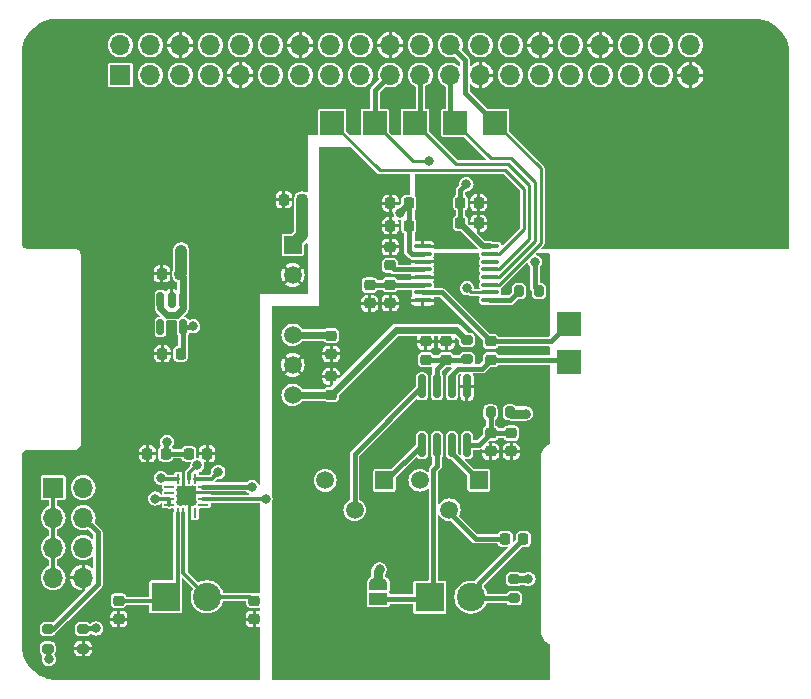
<source format=gbr>
%TF.GenerationSoftware,KiCad,Pcbnew,8.0.8*%
%TF.CreationDate,2025-02-25T11:28:34+01:00*%
%TF.ProjectId,ADC_16bit_board_v0r0,4144435f-3136-4626-9974-5f626f617264,rev?*%
%TF.SameCoordinates,Original*%
%TF.FileFunction,Copper,L1,Top*%
%TF.FilePolarity,Positive*%
%FSLAX46Y46*%
G04 Gerber Fmt 4.6, Leading zero omitted, Abs format (unit mm)*
G04 Created by KiCad (PCBNEW 8.0.8) date 2025-02-25 11:28:34*
%MOMM*%
%LPD*%
G01*
G04 APERTURE LIST*
G04 Aperture macros list*
%AMRoundRect*
0 Rectangle with rounded corners*
0 $1 Rounding radius*
0 $2 $3 $4 $5 $6 $7 $8 $9 X,Y pos of 4 corners*
0 Add a 4 corners polygon primitive as box body*
4,1,4,$2,$3,$4,$5,$6,$7,$8,$9,$2,$3,0*
0 Add four circle primitives for the rounded corners*
1,1,$1+$1,$2,$3*
1,1,$1+$1,$4,$5*
1,1,$1+$1,$6,$7*
1,1,$1+$1,$8,$9*
0 Add four rect primitives between the rounded corners*
20,1,$1+$1,$2,$3,$4,$5,0*
20,1,$1+$1,$4,$5,$6,$7,0*
20,1,$1+$1,$6,$7,$8,$9,0*
20,1,$1+$1,$8,$9,$2,$3,0*%
%AMFreePoly0*
4,1,19,0.550000,-0.750000,0.000000,-0.750000,0.000000,-0.744911,-0.071157,-0.744911,-0.207708,-0.704816,-0.327430,-0.627875,-0.420627,-0.520320,-0.479746,-0.390866,-0.500000,-0.250000,-0.500000,0.250000,-0.479746,0.390866,-0.420627,0.520320,-0.327430,0.627875,-0.207708,0.704816,-0.071157,0.744911,0.000000,0.744911,0.000000,0.750000,0.550000,0.750000,0.550000,-0.750000,0.550000,-0.750000,
$1*%
%AMFreePoly1*
4,1,19,0.000000,0.744911,0.071157,0.744911,0.207708,0.704816,0.327430,0.627875,0.420627,0.520320,0.479746,0.390866,0.500000,0.250000,0.500000,-0.250000,0.479746,-0.390866,0.420627,-0.520320,0.327430,-0.627875,0.207708,-0.704816,0.071157,-0.744911,0.000000,-0.744911,0.000000,-0.750000,-0.550000,-0.750000,-0.550000,0.750000,0.000000,0.750000,0.000000,0.744911,0.000000,0.744911,
$1*%
G04 Aperture macros list end*
%TA.AperFunction,SMDPad,CuDef*%
%ADD10RoundRect,0.225000X-0.250000X0.225000X-0.250000X-0.225000X0.250000X-0.225000X0.250000X0.225000X0*%
%TD*%
%TA.AperFunction,SMDPad,CuDef*%
%ADD11RoundRect,0.200000X0.200000X0.275000X-0.200000X0.275000X-0.200000X-0.275000X0.200000X-0.275000X0*%
%TD*%
%TA.AperFunction,SMDPad,CuDef*%
%ADD12R,2.000000X2.000000*%
%TD*%
%TA.AperFunction,SMDPad,CuDef*%
%ADD13RoundRect,0.150000X-0.150000X0.512500X-0.150000X-0.512500X0.150000X-0.512500X0.150000X0.512500X0*%
%TD*%
%TA.AperFunction,SMDPad,CuDef*%
%ADD14RoundRect,0.225000X0.250000X-0.225000X0.250000X0.225000X-0.250000X0.225000X-0.250000X-0.225000X0*%
%TD*%
%TA.AperFunction,ComponentPad*%
%ADD15R,1.700000X1.700000*%
%TD*%
%TA.AperFunction,ComponentPad*%
%ADD16O,1.700000X1.700000*%
%TD*%
%TA.AperFunction,SMDPad,CuDef*%
%ADD17RoundRect,0.062500X-0.062500X0.350000X-0.062500X-0.350000X0.062500X-0.350000X0.062500X0.350000X0*%
%TD*%
%TA.AperFunction,SMDPad,CuDef*%
%ADD18RoundRect,0.062500X-0.350000X0.062500X-0.350000X-0.062500X0.350000X-0.062500X0.350000X0.062500X0*%
%TD*%
%TA.AperFunction,HeatsinkPad*%
%ADD19R,1.230000X1.230000*%
%TD*%
%TA.AperFunction,SMDPad,CuDef*%
%ADD20RoundRect,0.225000X-0.225000X-0.250000X0.225000X-0.250000X0.225000X0.250000X-0.225000X0.250000X0*%
%TD*%
%TA.AperFunction,SMDPad,CuDef*%
%ADD21RoundRect,0.100000X-0.637500X-0.100000X0.637500X-0.100000X0.637500X0.100000X-0.637500X0.100000X0*%
%TD*%
%TA.AperFunction,ComponentPad*%
%ADD22R,2.400000X2.400000*%
%TD*%
%TA.AperFunction,ComponentPad*%
%ADD23C,2.400000*%
%TD*%
%TA.AperFunction,SMDPad,CuDef*%
%ADD24RoundRect,0.200000X-0.275000X0.200000X-0.275000X-0.200000X0.275000X-0.200000X0.275000X0.200000X0*%
%TD*%
%TA.AperFunction,SMDPad,CuDef*%
%ADD25RoundRect,0.225000X0.225000X0.250000X-0.225000X0.250000X-0.225000X-0.250000X0.225000X-0.250000X0*%
%TD*%
%TA.AperFunction,SMDPad,CuDef*%
%ADD26FreePoly0,90.000000*%
%TD*%
%TA.AperFunction,SMDPad,CuDef*%
%ADD27R,1.500000X1.000000*%
%TD*%
%TA.AperFunction,SMDPad,CuDef*%
%ADD28FreePoly1,90.000000*%
%TD*%
%TA.AperFunction,ComponentPad*%
%ADD29R,1.500000X1.500000*%
%TD*%
%TA.AperFunction,ComponentPad*%
%ADD30C,1.500000*%
%TD*%
%TA.AperFunction,ComponentPad*%
%ADD31R,1.508000X1.508000*%
%TD*%
%TA.AperFunction,ComponentPad*%
%ADD32C,1.508000*%
%TD*%
%TA.AperFunction,SMDPad,CuDef*%
%ADD33RoundRect,0.150000X0.150000X-0.825000X0.150000X0.825000X-0.150000X0.825000X-0.150000X-0.825000X0*%
%TD*%
%TA.AperFunction,ViaPad*%
%ADD34C,0.800000*%
%TD*%
%TA.AperFunction,Conductor*%
%ADD35C,0.400000*%
%TD*%
%TA.AperFunction,Conductor*%
%ADD36C,0.600000*%
%TD*%
%TA.AperFunction,Conductor*%
%ADD37C,0.500000*%
%TD*%
%TA.AperFunction,Conductor*%
%ADD38C,0.250000*%
%TD*%
%TA.AperFunction,Conductor*%
%ADD39C,0.300000*%
%TD*%
%TA.AperFunction,Conductor*%
%ADD40C,1.000000*%
%TD*%
%TA.AperFunction,Conductor*%
%ADD41C,0.800000*%
%TD*%
G04 APERTURE END LIST*
D10*
%TO.P,C22,1*%
%TO.N,Net-(U3-V-)*%
X233750000Y-96250000D03*
%TO.P,C22,2*%
%TO.N,GNDA*%
X233750000Y-97800000D03*
%TD*%
D11*
%TO.P,R1,1*%
%TO.N,VDD*%
X236075000Y-84250000D03*
%TO.P,R1,2*%
%TO.N,Net-(U1-~{RST})*%
X234425000Y-84250000D03*
%TD*%
D12*
%TO.P,TP5,1,1*%
%TO.N,SPI_MOSI*%
X222200000Y-70000000D03*
%TD*%
D10*
%TO.P,C4,1*%
%TO.N,Net-(U1-REFCAP)*%
X221750000Y-83725000D03*
%TO.P,C4,2*%
%TO.N,GNDA*%
X221750000Y-85275000D03*
%TD*%
D13*
%TO.P,U4,1,Vin*%
%TO.N,VBUS*%
X205950000Y-85000000D03*
%TO.P,U4,2,GND*%
%TO.N,GND*%
X205000000Y-85000000D03*
%TO.P,U4,3,EN*%
%TO.N,VBUS*%
X204050000Y-85000000D03*
%TO.P,U4,4,NC*%
%TO.N,unconnected-(U4-NC-Pad4)*%
X204050000Y-87275000D03*
%TO.P,U4,5,Vout*%
%TO.N,VDD*%
X205950000Y-87275000D03*
%TD*%
D14*
%TO.P,C15,1*%
%TO.N,+5VA*%
X218500000Y-93000000D03*
%TO.P,C15,2*%
%TO.N,GNDA*%
X218500000Y-91450000D03*
%TD*%
D15*
%TO.P,J4,1,Pin_1*%
%TO.N,GAIN*%
X194960000Y-100880000D03*
D16*
%TO.P,J4,2,Pin_2*%
%TO.N,VDD*%
X197500000Y-100880000D03*
%TO.P,J4,3,Pin_3*%
%TO.N,GAIN*%
X194960000Y-103420000D03*
%TO.P,J4,4,Pin_4*%
%TO.N,Net-(J4-Pin_4)*%
X197500000Y-103420000D03*
%TO.P,J4,5,Pin_5*%
%TO.N,GAIN*%
X194960000Y-105960000D03*
%TO.P,J4,6,Pin_6*%
%TO.N,Net-(J4-Pin_6)*%
X197500000Y-105960000D03*
%TO.P,J4,7,Pin_7*%
%TO.N,GAIN*%
X194960000Y-108500000D03*
%TO.P,J4,8,Pin_8*%
%TO.N,GND*%
X197500000Y-108500000D03*
%TD*%
D17*
%TO.P,U5,1,DIN*%
%TO.N,I2S_DOUT*%
X207000000Y-100125000D03*
%TO.P,U5,2,GAIN_SLOT*%
%TO.N,GAIN*%
X206500000Y-100125000D03*
%TO.P,U5,3,GND*%
%TO.N,GND*%
X206000000Y-100125000D03*
%TO.P,U5,4,~{SD_MODE}*%
%TO.N,VDD*%
X205500000Y-100125000D03*
D18*
%TO.P,U5,5,NC*%
%TO.N,unconnected-(U5-NC-Pad5)*%
X204812500Y-100812500D03*
%TO.P,U5,6,NC*%
%TO.N,unconnected-(U5-NC-Pad6)*%
X204812500Y-101312500D03*
%TO.P,U5,7,VDD*%
%TO.N,VDD*%
X204812500Y-101812500D03*
%TO.P,U5,8,VDD*%
X204812500Y-102312500D03*
D17*
%TO.P,U5,9,OUTP*%
%TO.N,Net-(J2-Pin_1)*%
X205500000Y-103000000D03*
%TO.P,U5,10,OUTN*%
%TO.N,Net-(J2-Pin_2)*%
X206000000Y-103000000D03*
%TO.P,U5,11,GND*%
%TO.N,GND*%
X206500000Y-103000000D03*
%TO.P,U5,12,NC*%
%TO.N,unconnected-(U5-NC-Pad12)*%
X207000000Y-103000000D03*
D18*
%TO.P,U5,13,NC*%
%TO.N,unconnected-(U5-NC-Pad13)*%
X207687500Y-102312500D03*
%TO.P,U5,14,LRCLK*%
%TO.N,I2S_LRCLK*%
X207687500Y-101812500D03*
%TO.P,U5,15,GND*%
%TO.N,GND*%
X207687500Y-101312500D03*
%TO.P,U5,16,BCLK*%
%TO.N,I2S_BCLK*%
X207687500Y-100812500D03*
D19*
%TO.P,U5,17,PAD*%
%TO.N,GND*%
X206250000Y-101562500D03*
%TD*%
D20*
%TO.P,C14,1*%
%TO.N,VDD*%
X229450000Y-76750000D03*
%TO.P,C14,2*%
%TO.N,GND*%
X231000000Y-76750000D03*
%TD*%
D12*
%TO.P,TP4,1,1*%
%TO.N,SPI_MISO*%
X225600000Y-70000000D03*
%TD*%
D21*
%TO.P,U1,1,DGND*%
%TO.N,GND*%
X226250000Y-80450000D03*
%TO.P,U1,2,AVDD*%
%TO.N,+5VA*%
X226250000Y-81100000D03*
%TO.P,U1,3,AGND*%
%TO.N,GNDA*%
X226250000Y-81750000D03*
%TO.P,U1,4,REFIO*%
%TO.N,Net-(U1-REFIO)*%
X226250000Y-82400000D03*
%TO.P,U1,5,REFGND*%
%TO.N,GNDA*%
X226250000Y-83050000D03*
%TO.P,U1,6,REFCAP*%
%TO.N,Net-(U1-REFCAP)*%
X226250000Y-83700000D03*
%TO.P,U1,7,AIN_P*%
%TO.N,Net-(U1-AIN_P)*%
X226250000Y-84350000D03*
%TO.P,U1,8,AIN_GND*%
%TO.N,GNDA*%
X226250000Y-85000000D03*
%TO.P,U1,9,~{RST}*%
%TO.N,Net-(U1-~{RST})*%
X231975000Y-85000000D03*
%TO.P,U1,10,SDI*%
%TO.N,SPI_MOSI*%
X231975000Y-84350000D03*
%TO.P,U1,11,CONVST/~{CS}*%
%TO.N,SPI_CS*%
X231975000Y-83700000D03*
%TO.P,U1,12,SCLK*%
%TO.N,SPI_CLK*%
X231975000Y-83050000D03*
%TO.P,U1,13,SDO-0*%
%TO.N,SPI_MISO*%
X231975000Y-82400000D03*
%TO.P,U1,14,SDO-1*%
%TO.N,unconnected-(U1-SDO-1-Pad14)*%
X231975000Y-81750000D03*
%TO.P,U1,15,RVS*%
%TO.N,ADC_RVS*%
X231975000Y-81100000D03*
%TO.P,U1,16,DVDD*%
%TO.N,VDD*%
X231975000Y-80450000D03*
%TD*%
D22*
%TO.P,J1,1,Pin_1*%
%TO.N,Net-(J1-Pin_1)*%
X226850000Y-110150000D03*
D23*
%TO.P,J1,2,Pin_2*%
%TO.N,Net-(J1-Pin_2)*%
X230350000Y-110150000D03*
%TD*%
D24*
%TO.P,R2,1*%
%TO.N,+5VA*%
X234000000Y-108600000D03*
%TO.P,R2,2*%
%TO.N,Net-(J1-Pin_2)*%
X234000000Y-110250000D03*
%TD*%
D25*
%TO.P,C10,1*%
%TO.N,Net-(J1-Pin_2)*%
X234775000Y-105200000D03*
%TO.P,C10,2*%
%TO.N,Net-(C10-Pad2)*%
X233225000Y-105200000D03*
%TD*%
D24*
%TO.P,R5,1*%
%TO.N,Net-(J4-Pin_4)*%
X194500000Y-112850000D03*
%TO.P,R5,2*%
%TO.N,VDD*%
X194500000Y-114500000D03*
%TD*%
D10*
%TO.P,C20,1*%
%TO.N,Net-(J2-Pin_2)*%
X212000000Y-110450000D03*
%TO.P,C20,2*%
%TO.N,GND*%
X212000000Y-112000000D03*
%TD*%
D14*
%TO.P,C11,1*%
%TO.N,Net-(U3-V+)*%
X226500000Y-90050000D03*
%TO.P,C11,2*%
%TO.N,GNDA*%
X226500000Y-88500000D03*
%TD*%
D12*
%TO.P,TP3,1,1*%
%TO.N,SPI_CS*%
X232400000Y-70000000D03*
%TD*%
%TO.P,TP6,1,1*%
%TO.N,Net-(U1-AIN_P)*%
X238600000Y-87000000D03*
%TD*%
D11*
%TO.P,R3,1*%
%TO.N,-5VA*%
X233650000Y-94500000D03*
%TO.P,R3,2*%
%TO.N,Net-(U3-V-)*%
X232000000Y-94500000D03*
%TD*%
D20*
%TO.P,C7,1*%
%TO.N,VDD*%
X229450000Y-78500000D03*
%TO.P,C7,2*%
%TO.N,GND*%
X231000000Y-78500000D03*
%TD*%
D14*
%TO.P,C2,1*%
%TO.N,Net-(U1-REFIO)*%
X223500000Y-82050000D03*
%TO.P,C2,2*%
%TO.N,GNDA*%
X223500000Y-80500000D03*
%TD*%
D25*
%TO.P,C6,1*%
%TO.N,+5VA*%
X225075000Y-76800000D03*
%TO.P,C6,2*%
%TO.N,GNDA*%
X223525000Y-76800000D03*
%TD*%
D14*
%TO.P,C1,1*%
%TO.N,Net-(C1-Pad1)*%
X232000000Y-90050000D03*
%TO.P,C1,2*%
%TO.N,Net-(U1-AIN_P)*%
X232000000Y-88500000D03*
%TD*%
D10*
%TO.P,C12,1*%
%TO.N,Net-(U3-V-)*%
X232000000Y-96250000D03*
%TO.P,C12,2*%
%TO.N,GNDA*%
X232000000Y-97800000D03*
%TD*%
D24*
%TO.P,R6,1*%
%TO.N,Net-(J4-Pin_6)*%
X197500000Y-112850000D03*
%TO.P,R6,2*%
%TO.N,GND*%
X197500000Y-114500000D03*
%TD*%
D25*
%TO.P,C18,1*%
%TO.N,VDD*%
X204500000Y-98000000D03*
%TO.P,C18,2*%
%TO.N,GND*%
X202950000Y-98000000D03*
%TD*%
D12*
%TO.P,TP7,1,1*%
%TO.N,Net-(C1-Pad1)*%
X238600000Y-90200000D03*
%TD*%
%TO.P,TP1,1,1*%
%TO.N,SPI_CLK*%
X229000000Y-70000000D03*
%TD*%
D24*
%TO.P,R4,1*%
%TO.N,+5VA*%
X230000000Y-88350000D03*
%TO.P,R4,2*%
%TO.N,Net-(U3-V+)*%
X230000000Y-90000000D03*
%TD*%
D26*
%TO.P,JP1,1,A*%
%TO.N,GNDA*%
X222500000Y-111600000D03*
D27*
%TO.P,JP1,2,C*%
%TO.N,Net-(J1-Pin_1)*%
X222500000Y-110300000D03*
D28*
%TO.P,JP1,3,B*%
%TO.N,-5VA*%
X222500000Y-109000000D03*
%TD*%
D29*
%TO.P,U2,1,Vin*%
%TO.N,VBUS*%
X215250000Y-80325000D03*
D30*
%TO.P,U2,2,GND*%
%TO.N,GND*%
X215250000Y-82865000D03*
%TO.P,U2,4,-V_out*%
%TO.N,-5VA*%
X215250000Y-87945000D03*
%TO.P,U2,5,COM*%
%TO.N,GNDA*%
X215250000Y-90485000D03*
%TO.P,U2,6,+V_out*%
%TO.N,+5VA*%
X215250000Y-93025000D03*
%TD*%
D31*
%TO.P,RV1,1,1*%
%TO.N,Net-(U3-+)*%
X231000000Y-100250000D03*
D32*
%TO.P,RV1,2,2*%
%TO.N,Net-(C10-Pad2)*%
X228500000Y-102750000D03*
%TO.P,RV1,3,3*%
%TO.N,unconnected-(RV1-Pad3)*%
X226000000Y-100250000D03*
%TD*%
D25*
%TO.P,C8,1*%
%TO.N,VBUS*%
X205725000Y-82775000D03*
%TO.P,C8,2*%
%TO.N,GND*%
X204175000Y-82775000D03*
%TD*%
D33*
%TO.P,U3,1,Rg*%
%TO.N,Net-(RV2-Pad1)*%
X226190000Y-97250000D03*
%TO.P,U3,2,-*%
%TO.N,Net-(J1-Pin_1)*%
X227460000Y-97250000D03*
%TO.P,U3,3,+*%
%TO.N,Net-(U3-+)*%
X228730000Y-97250000D03*
%TO.P,U3,4,V-*%
%TO.N,Net-(U3-V-)*%
X230000000Y-97250000D03*
%TO.P,U3,5,Ref*%
%TO.N,GNDA*%
X230000000Y-92300000D03*
%TO.P,U3,6*%
%TO.N,Net-(C1-Pad1)*%
X228730000Y-92300000D03*
%TO.P,U3,7,V+*%
%TO.N,Net-(U3-V+)*%
X227460000Y-92300000D03*
%TO.P,U3,8,Rg*%
%TO.N,Net-(RV2-Pad2)*%
X226190000Y-92300000D03*
%TD*%
D25*
%TO.P,C5,1*%
%TO.N,+5VA*%
X225075000Y-78700000D03*
%TO.P,C5,2*%
%TO.N,GNDA*%
X223525000Y-78700000D03*
%TD*%
D31*
%TO.P,RV2,1,1*%
%TO.N,Net-(RV2-Pad1)*%
X223000000Y-100270000D03*
D32*
%TO.P,RV2,2,2*%
%TO.N,Net-(RV2-Pad2)*%
X220500000Y-102770000D03*
%TO.P,RV2,3,3*%
%TO.N,unconnected-(RV2-Pad3)*%
X218000000Y-100270000D03*
%TD*%
D10*
%TO.P,C3,1*%
%TO.N,Net-(U1-REFCAP)*%
X223500000Y-83700000D03*
%TO.P,C3,2*%
%TO.N,GNDA*%
X223500000Y-85250000D03*
%TD*%
D14*
%TO.P,C13,1*%
%TO.N,Net-(U3-V+)*%
X228250000Y-90050000D03*
%TO.P,C13,2*%
%TO.N,GNDA*%
X228250000Y-88500000D03*
%TD*%
D10*
%TO.P,C21,1*%
%TO.N,Net-(J2-Pin_1)*%
X200500000Y-110450000D03*
%TO.P,C21,2*%
%TO.N,GND*%
X200500000Y-112000000D03*
%TD*%
D20*
%TO.P,C19,1*%
%TO.N,VDD*%
X206450000Y-98000000D03*
%TO.P,C19,2*%
%TO.N,GND*%
X208000000Y-98000000D03*
%TD*%
D25*
%TO.P,C9,1*%
%TO.N,VBUS*%
X216050000Y-76500000D03*
%TO.P,C9,2*%
%TO.N,GND*%
X214500000Y-76500000D03*
%TD*%
D12*
%TO.P,TP2,1,1*%
%TO.N,ADC_RVS*%
X218600000Y-70000000D03*
%TD*%
D22*
%TO.P,J2,1,Pin_1*%
%TO.N,Net-(J2-Pin_1)*%
X204500000Y-110109000D03*
D23*
%TO.P,J2,2,Pin_2*%
%TO.N,Net-(J2-Pin_2)*%
X208000000Y-110109000D03*
%TD*%
D25*
%TO.P,C17,1*%
%TO.N,VDD*%
X205750000Y-89525000D03*
%TO.P,C17,2*%
%TO.N,GND*%
X204200000Y-89525000D03*
%TD*%
D14*
%TO.P,C16,1*%
%TO.N,GNDA*%
X218500000Y-89550000D03*
%TO.P,C16,2*%
%TO.N,-5VA*%
X218500000Y-88000000D03*
%TD*%
D15*
%TO.P,J3,1,Pin_1*%
%TO.N,+3V3*%
X200650000Y-65940000D03*
D16*
%TO.P,J3,2,Pin_2*%
%TO.N,VBUS*%
X200650000Y-63400000D03*
%TO.P,J3,3,Pin_3*%
%TO.N,/GPIO2{slash}SDA1*%
X203190000Y-65940000D03*
%TO.P,J3,4,Pin_4*%
%TO.N,VBUS*%
X203190000Y-63400000D03*
%TO.P,J3,5,Pin_5*%
%TO.N,/GPIO3{slash}SCL1*%
X205730000Y-65940000D03*
%TO.P,J3,6,Pin_6*%
%TO.N,GND*%
X205730000Y-63400000D03*
%TO.P,J3,7,Pin_7*%
%TO.N,/GPIO4{slash}GPCLK0*%
X208270000Y-65940000D03*
%TO.P,J3,8,Pin_8*%
%TO.N,/GPIO14{slash}TXD0*%
X208270000Y-63400000D03*
%TO.P,J3,9,Pin_9*%
%TO.N,GND*%
X210810000Y-65940000D03*
%TO.P,J3,10,Pin_10*%
%TO.N,/GPIO15{slash}RXD0*%
X210810000Y-63400000D03*
%TO.P,J3,11,Pin_11*%
%TO.N,/GPIO17*%
X213350000Y-65940000D03*
%TO.P,J3,12,Pin_12*%
%TO.N,I2S_BCLK*%
X213350000Y-63400000D03*
%TO.P,J3,13,Pin_13*%
%TO.N,/GPIO27*%
X215890000Y-65940000D03*
%TO.P,J3,14,Pin_14*%
%TO.N,GND*%
X215890000Y-63400000D03*
%TO.P,J3,15,Pin_15*%
%TO.N,/GPIO22*%
X218430000Y-65940000D03*
%TO.P,J3,16,Pin_16*%
%TO.N,/GPIO23*%
X218430000Y-63400000D03*
%TO.P,J3,17,Pin_17*%
%TO.N,+3V3*%
X220970000Y-65940000D03*
%TO.P,J3,18,Pin_18*%
%TO.N,/GPIO24*%
X220970000Y-63400000D03*
%TO.P,J3,19,Pin_19*%
%TO.N,SPI_MOSI*%
X223510000Y-65940000D03*
%TO.P,J3,20,Pin_20*%
%TO.N,GND*%
X223510000Y-63400000D03*
%TO.P,J3,21,Pin_21*%
%TO.N,SPI_MISO*%
X226050000Y-65940000D03*
%TO.P,J3,22,Pin_22*%
%TO.N,/GPIO25*%
X226050000Y-63400000D03*
%TO.P,J3,23,Pin_23*%
%TO.N,SPI_CLK*%
X228590000Y-65940000D03*
%TO.P,J3,24,Pin_24*%
%TO.N,SPI_CS*%
X228590000Y-63400000D03*
%TO.P,J3,25,Pin_25*%
%TO.N,GND*%
X231130000Y-65940000D03*
%TO.P,J3,26,Pin_26*%
%TO.N,/GPIO7{slash}SPI0.CE1*%
X231130000Y-63400000D03*
%TO.P,J3,27,Pin_27*%
%TO.N,/ID_SDA*%
X233670000Y-65940000D03*
%TO.P,J3,28,Pin_28*%
%TO.N,/ID_SCL*%
X233670000Y-63400000D03*
%TO.P,J3,29,Pin_29*%
%TO.N,/GPIO5*%
X236210000Y-65940000D03*
%TO.P,J3,30,Pin_30*%
%TO.N,GND*%
X236210000Y-63400000D03*
%TO.P,J3,31,Pin_31*%
%TO.N,/GPIO6*%
X238750000Y-65940000D03*
%TO.P,J3,32,Pin_32*%
%TO.N,/GPIO12{slash}PWM0*%
X238750000Y-63400000D03*
%TO.P,J3,33,Pin_33*%
%TO.N,/GPIO13{slash}PWM1*%
X241290000Y-65940000D03*
%TO.P,J3,34,Pin_34*%
%TO.N,GND*%
X241290000Y-63400000D03*
%TO.P,J3,35,Pin_35*%
%TO.N,I2S_LRCLK*%
X243830000Y-65940000D03*
%TO.P,J3,36,Pin_36*%
%TO.N,/GPIO16*%
X243830000Y-63400000D03*
%TO.P,J3,37,Pin_37*%
%TO.N,/GPIO26*%
X246370000Y-65940000D03*
%TO.P,J3,38,Pin_38*%
%TO.N,/GPIO20{slash}PCM.DIN*%
X246370000Y-63400000D03*
%TO.P,J3,39,Pin_39*%
%TO.N,GND*%
X248910000Y-65940000D03*
%TO.P,J3,40,Pin_40*%
%TO.N,I2S_DOUT*%
X248910000Y-63400000D03*
%TD*%
D34*
%TO.N,SPI_MOSI*%
X226750000Y-73250000D03*
X230000000Y-84000000D03*
%TO.N,+5VA*%
X224367083Y-77603493D03*
X235200000Y-108600000D03*
%TO.N,VDD*%
X203600000Y-101800000D03*
X229950000Y-75200000D03*
X235750000Y-81750000D03*
X194600000Y-115400000D03*
X204088590Y-100050000D03*
X204600000Y-97000000D03*
X206800000Y-87200000D03*
%TO.N,VBUS*%
X205800000Y-80800000D03*
%TO.N,-5VA*%
X222600000Y-107800000D03*
X235000000Y-94600000D03*
%TO.N,I2S_LRCLK*%
X212950000Y-101800000D03*
%TO.N,GND*%
X232500000Y-78000000D03*
X232500000Y-75000000D03*
X232500000Y-76500000D03*
X234000000Y-76500000D03*
%TO.N,I2S_DOUT*%
X208950000Y-99550000D03*
%TO.N,I2S_BCLK*%
X211800000Y-100800000D03*
%TO.N,GAIN*%
X207150000Y-99000000D03*
%TO.N,Net-(J4-Pin_6)*%
X198600000Y-112800000D03*
%TD*%
D35*
%TO.N,+5VA*%
X225352622Y-81100000D02*
X226250000Y-81100000D01*
X225075000Y-80822378D02*
X225352622Y-81100000D01*
X225075000Y-78700000D02*
X225075000Y-80822378D01*
D36*
X224367083Y-77507917D02*
X225075000Y-76800000D01*
X224367083Y-77603493D02*
X224367083Y-77507917D01*
D35*
X225075000Y-76800000D02*
X225075000Y-78700000D01*
%TO.N,Net-(U1-~{RST})*%
X233675000Y-85000000D02*
X234425000Y-84250000D01*
X231975000Y-85000000D02*
X233675000Y-85000000D01*
%TO.N,Net-(U1-AIN_P)*%
X226250000Y-84350000D02*
X227850000Y-84350000D01*
X227850000Y-84350000D02*
X232000000Y-88500000D01*
%TO.N,Net-(U1-REFCAP)*%
X226250000Y-83700000D02*
X223500000Y-83700000D01*
%TO.N,Net-(U1-REFIO)*%
X223850000Y-82400000D02*
X223500000Y-82050000D01*
X226250000Y-82400000D02*
X223850000Y-82400000D01*
D37*
%TO.N,VDD*%
X231400000Y-80450000D02*
X229450000Y-78500000D01*
X231975000Y-80450000D02*
X231400000Y-80450000D01*
D38*
%TO.N,SPI_MOSI*%
X225450000Y-73250000D02*
X222200000Y-70000000D01*
X226750000Y-73250000D02*
X225450000Y-73250000D01*
X230350000Y-84350000D02*
X230000000Y-84000000D01*
X231975000Y-84350000D02*
X230350000Y-84350000D01*
%TO.N,SPI_CS*%
X236250000Y-73850000D02*
X232400000Y-70000000D01*
X232712499Y-83700000D02*
X236250000Y-80162499D01*
X236250000Y-80162499D02*
X236250000Y-73850000D01*
X231975000Y-83700000D02*
X232712499Y-83700000D01*
%TO.N,SPI_CLK*%
X235750000Y-75000000D02*
X233750000Y-73000000D01*
X233750000Y-73000000D02*
X232000000Y-73000000D01*
X235750000Y-79998895D02*
X235750000Y-75000000D01*
X232698895Y-83050000D02*
X235750000Y-79998895D01*
X231975000Y-83050000D02*
X232698895Y-83050000D01*
X232000000Y-73000000D02*
X229000000Y-70000000D01*
%TO.N,SPI_MISO*%
X233500000Y-73500000D02*
X229100000Y-73500000D01*
X235250000Y-79862499D02*
X235250000Y-75250000D01*
X232712499Y-82400000D02*
X235250000Y-79862499D01*
X229100000Y-73500000D02*
X225600000Y-70000000D01*
X231975000Y-82400000D02*
X232712499Y-82400000D01*
%TO.N,ADC_RVS*%
X233250000Y-74000000D02*
X222600000Y-74000000D01*
%TO.N,SPI_MISO*%
X235250000Y-75250000D02*
X233500000Y-73500000D01*
%TO.N,ADC_RVS*%
X234800000Y-75550000D02*
X233250000Y-74000000D01*
X232712499Y-81100000D02*
X234800000Y-79012499D01*
X234800000Y-79012499D02*
X234800000Y-75550000D01*
X222600000Y-74000000D02*
X218600000Y-70000000D01*
X231975000Y-81100000D02*
X232712499Y-81100000D01*
D35*
%TO.N,VDD*%
X236075000Y-84250000D02*
X235750000Y-83925000D01*
X235750000Y-83925000D02*
X235750000Y-81750000D01*
%TO.N,Net-(C1-Pad1)*%
X232000000Y-90050000D02*
X238450000Y-90050000D01*
X229255001Y-90800000D02*
X231250000Y-90800000D01*
X231250000Y-90800000D02*
X232000000Y-90050000D01*
X228730000Y-92300000D02*
X228730000Y-91325001D01*
X228730000Y-91325001D02*
X229255001Y-90800000D01*
X238450000Y-90050000D02*
X238600000Y-90200000D01*
%TO.N,Net-(U1-AIN_P)*%
X237100000Y-88500000D02*
X238600000Y-87000000D01*
X232000000Y-88500000D02*
X237100000Y-88500000D01*
%TO.N,Net-(U1-REFCAP)*%
X221750000Y-83725000D02*
X223475000Y-83725000D01*
X223475000Y-83725000D02*
X223500000Y-83700000D01*
D36*
%TO.N,+5VA*%
X229110050Y-87500000D02*
X229960050Y-88350000D01*
X224000000Y-87500000D02*
X229110050Y-87500000D01*
X235200000Y-108600000D02*
X234000000Y-108600000D01*
X218500000Y-93000000D02*
X224000000Y-87500000D01*
X218475000Y-93025000D02*
X218500000Y-93000000D01*
X229960050Y-88350000D02*
X230000000Y-88350000D01*
X215250000Y-93025000D02*
X218475000Y-93025000D01*
D39*
%TO.N,VDD*%
X205500000Y-100125000D02*
X204163590Y-100125000D01*
D35*
X206725000Y-87275000D02*
X206800000Y-87200000D01*
X229450000Y-76750000D02*
X229450000Y-75700000D01*
D39*
X204812500Y-101812500D02*
X203612500Y-101812500D01*
D35*
X204500000Y-97100000D02*
X204600000Y-97000000D01*
D39*
X204812500Y-102312500D02*
X204812500Y-101812500D01*
D35*
X204500000Y-98000000D02*
X204500000Y-97100000D01*
D39*
X203612500Y-101812500D02*
X203600000Y-101800000D01*
D35*
X194500000Y-114500000D02*
X194500000Y-115300000D01*
D39*
X204163590Y-100125000D02*
X204088590Y-100050000D01*
D35*
X205950000Y-87275000D02*
X206725000Y-87275000D01*
X229450000Y-76750000D02*
X229450000Y-78500000D01*
X205950000Y-87275000D02*
X205950000Y-89325000D01*
X229450000Y-75700000D02*
X229950000Y-75200000D01*
X194500000Y-115300000D02*
X194600000Y-115400000D01*
X206450000Y-98000000D02*
X204500000Y-98000000D01*
X205950000Y-89325000D02*
X205750000Y-89525000D01*
D40*
%TO.N,VBUS*%
X205800000Y-82700000D02*
X205725000Y-82775000D01*
X205800000Y-80800000D02*
X205800000Y-82700000D01*
D36*
X204607054Y-86219553D02*
X205419553Y-86219553D01*
X204050000Y-85000000D02*
X204050000Y-85662499D01*
D40*
X216050000Y-79525000D02*
X216050000Y-76500000D01*
D36*
X205419553Y-86219553D02*
X205950000Y-85689106D01*
X205950000Y-85000000D02*
X205950000Y-83000000D01*
D40*
X215250000Y-80325000D02*
X216050000Y-79525000D01*
D36*
X205950000Y-85689106D02*
X205950000Y-85000000D01*
X204050000Y-85662499D02*
X204607054Y-86219553D01*
X205950000Y-83000000D02*
X205725000Y-82775000D01*
D35*
%TO.N,Net-(C10-Pad2)*%
X228500000Y-102975000D02*
X230725000Y-105200000D01*
X228500000Y-102750000D02*
X228500000Y-102975000D01*
X230725000Y-105200000D02*
X233225000Y-105200000D01*
%TO.N,Net-(J1-Pin_2)*%
X231000000Y-109500000D02*
X230350000Y-110150000D01*
X230450000Y-110250000D02*
X230350000Y-110150000D01*
X231000000Y-108975000D02*
X231000000Y-109500000D01*
X234775000Y-105200000D02*
X231000000Y-108975000D01*
X234000000Y-110250000D02*
X230450000Y-110250000D01*
%TO.N,Net-(U3-V+)*%
X228250000Y-90050000D02*
X229950000Y-90050000D01*
X227460000Y-92300000D02*
X227460000Y-90840000D01*
X226500000Y-90050000D02*
X228250000Y-90050000D01*
X227460000Y-90840000D02*
X228250000Y-90050000D01*
X229950000Y-90050000D02*
X230000000Y-90000000D01*
%TO.N,Net-(U3-V-)*%
X230000000Y-97250000D02*
X231000000Y-97250000D01*
X231000000Y-97250000D02*
X232000000Y-96250000D01*
X233750000Y-96250000D02*
X232000000Y-96250000D01*
X232000000Y-94500000D02*
X232000000Y-96250000D01*
D41*
%TO.N,-5VA*%
X222500000Y-107900000D02*
X222600000Y-107800000D01*
D36*
X215250000Y-87945000D02*
X218445000Y-87945000D01*
D41*
X222500000Y-109000000D02*
X222500000Y-107900000D01*
X235000000Y-94600000D02*
X233750000Y-94600000D01*
D36*
X218445000Y-87945000D02*
X218500000Y-88000000D01*
D41*
X233750000Y-94600000D02*
X233650000Y-94500000D01*
D39*
%TO.N,Net-(J2-Pin_2)*%
X211659000Y-110109000D02*
X212000000Y-110450000D01*
X206000000Y-103000000D02*
X206000000Y-108109000D01*
X206000000Y-108109000D02*
X208000000Y-110109000D01*
X208000000Y-110109000D02*
X211659000Y-110109000D01*
%TO.N,Net-(J2-Pin_1)*%
X204159000Y-110450000D02*
X204500000Y-110109000D01*
X200500000Y-110450000D02*
X204159000Y-110450000D01*
X205500000Y-109109000D02*
X204500000Y-110109000D01*
X205500000Y-103000000D02*
X205500000Y-109109000D01*
%TO.N,I2S_LRCLK*%
X207687500Y-101812500D02*
X212937500Y-101812500D01*
X212937500Y-101812500D02*
X212950000Y-101800000D01*
D35*
%TO.N,SPI_MOSI*%
X222200000Y-67250000D02*
X222200000Y-70000000D01*
X223510000Y-65940000D02*
X222200000Y-67250000D01*
%TO.N,SPI_CS*%
X228590000Y-63400000D02*
X229840000Y-64650000D01*
X229840000Y-64650000D02*
X229840000Y-67440000D01*
X229840000Y-67440000D02*
X232400000Y-70000000D01*
D39*
%TO.N,I2S_DOUT*%
X207000000Y-100125000D02*
X208375000Y-100125000D01*
X208375000Y-100125000D02*
X208950000Y-99550000D01*
D35*
%TO.N,I2S_BCLK*%
X211800000Y-100800000D02*
X211000000Y-100800000D01*
X210987500Y-100787500D02*
X207687500Y-100787500D01*
X211000000Y-100800000D02*
X210987500Y-100787500D01*
%TO.N,SPI_MISO*%
X226050000Y-69550000D02*
X225600000Y-70000000D01*
X226050000Y-65940000D02*
X226050000Y-69550000D01*
%TO.N,SPI_CLK*%
X228590000Y-65940000D02*
X228590000Y-69590000D01*
X228590000Y-69590000D02*
X229000000Y-70000000D01*
D39*
%TO.N,GAIN*%
X206500000Y-99627404D02*
X207127404Y-99000000D01*
X207127404Y-99000000D02*
X207150000Y-99000000D01*
X206500000Y-100125000D02*
X206500000Y-99627404D01*
X194960000Y-100880000D02*
X194960000Y-103420000D01*
X194960000Y-103420000D02*
X194960000Y-105960000D01*
X194960000Y-105960000D02*
X194960000Y-108500000D01*
D35*
%TO.N,Net-(J4-Pin_6)*%
X198600000Y-112800000D02*
X197550000Y-112800000D01*
X197550000Y-112800000D02*
X197500000Y-112850000D01*
%TO.N,Net-(U3-+)*%
X228730000Y-97980000D02*
X231000000Y-100250000D01*
X228730000Y-97250000D02*
X228730000Y-97980000D01*
%TO.N,Net-(RV2-Pad2)*%
X220500000Y-97990000D02*
X226190000Y-92300000D01*
X220500000Y-102770000D02*
X220500000Y-97990000D01*
%TO.N,Net-(RV2-Pad1)*%
X223170000Y-100270000D02*
X226190000Y-97250000D01*
X223000000Y-100270000D02*
X223170000Y-100270000D01*
%TO.N,Net-(J4-Pin_4)*%
X197500000Y-103420000D02*
X198750000Y-104670000D01*
X198750000Y-109050000D02*
X194950000Y-112850000D01*
X198750000Y-104670000D02*
X198750000Y-109050000D01*
X194950000Y-112850000D02*
X194500000Y-112850000D01*
%TO.N,Net-(J1-Pin_1)*%
X226700000Y-110300000D02*
X226850000Y-110150000D01*
X222500000Y-110300000D02*
X226700000Y-110300000D01*
X227154000Y-109846000D02*
X227154000Y-99346000D01*
X227460000Y-99040000D02*
X227460000Y-97250000D01*
X227154000Y-99346000D02*
X227460000Y-99040000D01*
X226850000Y-110150000D02*
X227154000Y-109846000D01*
%TD*%
%TA.AperFunction,Conductor*%
%TO.N,GNDA*%
G36*
X217563700Y-72000827D02*
G01*
X220148791Y-72034399D01*
X220192519Y-72052846D01*
X222400138Y-74260465D01*
X222474361Y-74303318D01*
X222474365Y-74303319D01*
X222474367Y-74303320D01*
X222557143Y-74325499D01*
X222557147Y-74325500D01*
X222642853Y-74325500D01*
X225137000Y-74325500D01*
X225181548Y-74343952D01*
X225200000Y-74388500D01*
X225200000Y-76061500D01*
X225181548Y-76106048D01*
X225137000Y-76124500D01*
X224816506Y-76124500D01*
X224716878Y-76140279D01*
X224716873Y-76140281D01*
X224596779Y-76201472D01*
X224501472Y-76296779D01*
X224440281Y-76416873D01*
X224440279Y-76416878D01*
X224424500Y-76516506D01*
X224424500Y-76716589D01*
X224406048Y-76761137D01*
X224257637Y-76909548D01*
X224213089Y-76928000D01*
X223653001Y-76928000D01*
X223653000Y-76928001D01*
X223653000Y-77530999D01*
X223653001Y-77531000D01*
X223699107Y-77531000D01*
X223743655Y-77549452D01*
X223762107Y-77594000D01*
X223761568Y-77602221D01*
X223761401Y-77603489D01*
X223761401Y-77603493D01*
X223782039Y-77760256D01*
X223782039Y-77760259D01*
X223832422Y-77881891D01*
X223832422Y-77930109D01*
X223798327Y-77964204D01*
X223774218Y-77969000D01*
X223653001Y-77969000D01*
X223653000Y-77969001D01*
X223653000Y-78571999D01*
X223653001Y-78572000D01*
X224230999Y-78572000D01*
X224231000Y-78571999D01*
X224231000Y-78403996D01*
X224224841Y-78346707D01*
X224200158Y-78280530D01*
X224201879Y-78232342D01*
X224237169Y-78199485D01*
X224267406Y-78196052D01*
X224367083Y-78209175D01*
X224385646Y-78206731D01*
X224432218Y-78219208D01*
X224456330Y-78260965D01*
X224450004Y-78297790D01*
X224440280Y-78316874D01*
X224440279Y-78316878D01*
X224424500Y-78416506D01*
X224424500Y-78983493D01*
X224440279Y-79083121D01*
X224440281Y-79083126D01*
X224501472Y-79203220D01*
X224596780Y-79298528D01*
X224640101Y-79320601D01*
X224671416Y-79357267D01*
X224674500Y-79376735D01*
X224674500Y-80875108D01*
X224701790Y-80976959D01*
X224701791Y-80976963D01*
X224701793Y-80976966D01*
X224754520Y-81068291D01*
X225106709Y-81420480D01*
X225194662Y-81471260D01*
X225198036Y-81473208D01*
X225198040Y-81473209D01*
X225220241Y-81479158D01*
X225258495Y-81508511D01*
X225266278Y-81549093D01*
X225256500Y-81616210D01*
X225256500Y-81621999D01*
X225256501Y-81622000D01*
X227243499Y-81622000D01*
X227243500Y-81621999D01*
X227243500Y-81616216D01*
X227243499Y-81616212D01*
X227233418Y-81547014D01*
X227181236Y-81440276D01*
X227162263Y-81421303D01*
X227143811Y-81376755D01*
X227149177Y-81351313D01*
X227185085Y-81269991D01*
X227188000Y-81244865D01*
X227187999Y-81062999D01*
X227206451Y-81018453D01*
X227250999Y-81000000D01*
X230974000Y-81000000D01*
X231018548Y-81018452D01*
X231037000Y-81063000D01*
X231037000Y-81244860D01*
X231039914Y-81269989D01*
X231085293Y-81372764D01*
X231092981Y-81380452D01*
X231111433Y-81425000D01*
X231092981Y-81469548D01*
X231085294Y-81477234D01*
X231085293Y-81477235D01*
X231039914Y-81580009D01*
X231037000Y-81605132D01*
X231037000Y-81894860D01*
X231039914Y-81919989D01*
X231085293Y-82022764D01*
X231092981Y-82030452D01*
X231111433Y-82075000D01*
X231092981Y-82119548D01*
X231085294Y-82127234D01*
X231085293Y-82127235D01*
X231039914Y-82230009D01*
X231037000Y-82255132D01*
X231037000Y-82544860D01*
X231039914Y-82569989D01*
X231085293Y-82672764D01*
X231092981Y-82680452D01*
X231111433Y-82725000D01*
X231092981Y-82769548D01*
X231085294Y-82777234D01*
X231085293Y-82777235D01*
X231039914Y-82880009D01*
X231037000Y-82905132D01*
X231037000Y-83194860D01*
X231039914Y-83219989D01*
X231085293Y-83322764D01*
X231092981Y-83330452D01*
X231111433Y-83375000D01*
X231092981Y-83419548D01*
X231085294Y-83427234D01*
X231085293Y-83427235D01*
X231039914Y-83530009D01*
X231037000Y-83555132D01*
X231037000Y-83844860D01*
X231039914Y-83869989D01*
X231069084Y-83936053D01*
X231070198Y-83984259D01*
X231036899Y-84019132D01*
X231011452Y-84024500D01*
X230664157Y-84024500D01*
X230619609Y-84006048D01*
X230601696Y-83969723D01*
X230600477Y-83960465D01*
X230585044Y-83843238D01*
X230585043Y-83843235D01*
X230585043Y-83843233D01*
X230524536Y-83697160D01*
X230524535Y-83697158D01*
X230428285Y-83571721D01*
X230428278Y-83571714D01*
X230302841Y-83475464D01*
X230302839Y-83475463D01*
X230156764Y-83414956D01*
X230000000Y-83394318D01*
X229843236Y-83414956D01*
X229843233Y-83414956D01*
X229697160Y-83475463D01*
X229697158Y-83475464D01*
X229571721Y-83571714D01*
X229571714Y-83571721D01*
X229475464Y-83697158D01*
X229475463Y-83697160D01*
X229414956Y-83843233D01*
X229414956Y-83843236D01*
X229394318Y-83999999D01*
X229394318Y-84000000D01*
X229414956Y-84156763D01*
X229414956Y-84156766D01*
X229475463Y-84302839D01*
X229475464Y-84302841D01*
X229571714Y-84428278D01*
X229571721Y-84428285D01*
X229665798Y-84500472D01*
X229697159Y-84524536D01*
X229774370Y-84556518D01*
X229843235Y-84585043D01*
X229843238Y-84585044D01*
X230000000Y-84605682D01*
X230097641Y-84592826D01*
X230144215Y-84605305D01*
X230149837Y-84610235D01*
X230150137Y-84610465D01*
X230178414Y-84626791D01*
X230178417Y-84626792D01*
X230178419Y-84626793D01*
X230224361Y-84653318D01*
X230307147Y-84675501D01*
X230396708Y-84675501D01*
X230396724Y-84675500D01*
X231011452Y-84675500D01*
X231056000Y-84693952D01*
X231074452Y-84738500D01*
X231069084Y-84763947D01*
X231039914Y-84830009D01*
X231037000Y-84855132D01*
X231037000Y-85144860D01*
X231039914Y-85169989D01*
X231085293Y-85272764D01*
X231085294Y-85272765D01*
X231164735Y-85352206D01*
X231267509Y-85397585D01*
X231292635Y-85400500D01*
X231914933Y-85400499D01*
X231914943Y-85400500D01*
X231922273Y-85400500D01*
X233727727Y-85400500D01*
X233829581Y-85373209D01*
X233829585Y-85373208D01*
X233829585Y-85373207D01*
X233829588Y-85373207D01*
X233920913Y-85320480D01*
X234297441Y-84943950D01*
X234341989Y-84925499D01*
X234656523Y-84925499D01*
X234656523Y-84925498D01*
X234703411Y-84918072D01*
X234750299Y-84910647D01*
X234750299Y-84910646D01*
X234750304Y-84910646D01*
X234863342Y-84853050D01*
X234953050Y-84763342D01*
X235010646Y-84650304D01*
X235010646Y-84650302D01*
X235010647Y-84650301D01*
X235025499Y-84556524D01*
X235025499Y-84556523D01*
X235025500Y-84556519D01*
X235025499Y-83943482D01*
X235025499Y-83943481D01*
X235025499Y-83943477D01*
X235025498Y-83943476D01*
X235010647Y-83849700D01*
X235010646Y-83849698D01*
X235010646Y-83849696D01*
X234953050Y-83736658D01*
X234863342Y-83646950D01*
X234750301Y-83589352D01*
X234656523Y-83574500D01*
X234193477Y-83574500D01*
X234193476Y-83574501D01*
X234099700Y-83589352D01*
X234099695Y-83589354D01*
X233986657Y-83646950D01*
X233896950Y-83736657D01*
X233839352Y-83849698D01*
X233824500Y-83943475D01*
X233824500Y-84258010D01*
X233806048Y-84302558D01*
X233527559Y-84581048D01*
X233483011Y-84599500D01*
X232970883Y-84599500D01*
X232926335Y-84581048D01*
X232907883Y-84536500D01*
X232910054Y-84520250D01*
X232910083Y-84519993D01*
X232910085Y-84519991D01*
X232913000Y-84494865D01*
X232912999Y-84205136D01*
X232910085Y-84180009D01*
X232864706Y-84077235D01*
X232861405Y-84072416D01*
X232863091Y-84071260D01*
X232847723Y-84034156D01*
X232866175Y-83989608D01*
X232879219Y-83979599D01*
X232912361Y-83960465D01*
X235051484Y-81821340D01*
X235096031Y-81802889D01*
X235140579Y-81821341D01*
X235158492Y-81857665D01*
X235164956Y-81906764D01*
X235164956Y-81906766D01*
X235213006Y-82022765D01*
X235225464Y-82052841D01*
X235321718Y-82178282D01*
X235324848Y-82180684D01*
X235348960Y-82222439D01*
X235349500Y-82230667D01*
X235349500Y-83977730D01*
X235376790Y-84079581D01*
X235376791Y-84079585D01*
X235405081Y-84128584D01*
X235429520Y-84170913D01*
X235456048Y-84197441D01*
X235474500Y-84241988D01*
X235474500Y-84556522D01*
X235474501Y-84556523D01*
X235489352Y-84650299D01*
X235489354Y-84650304D01*
X235546950Y-84763342D01*
X235636658Y-84853050D01*
X235749694Y-84910645D01*
X235749698Y-84910647D01*
X235819514Y-84921704D01*
X235843481Y-84925500D01*
X236306518Y-84925499D01*
X236306522Y-84925499D01*
X236306522Y-84925498D01*
X236353411Y-84918072D01*
X236400299Y-84910647D01*
X236400299Y-84910646D01*
X236400304Y-84910646D01*
X236513342Y-84853050D01*
X236603050Y-84763342D01*
X236660646Y-84650304D01*
X236660646Y-84650302D01*
X236660647Y-84650301D01*
X236675499Y-84556524D01*
X236675499Y-84556523D01*
X236675500Y-84556519D01*
X236675499Y-83943482D01*
X236675499Y-83943481D01*
X236675499Y-83943477D01*
X236675498Y-83943476D01*
X236660647Y-83849700D01*
X236660646Y-83849698D01*
X236660646Y-83849696D01*
X236603050Y-83736658D01*
X236513342Y-83646950D01*
X236400301Y-83589352D01*
X236306525Y-83574500D01*
X236306519Y-83574500D01*
X236213500Y-83574500D01*
X236168952Y-83556048D01*
X236150500Y-83511500D01*
X236150500Y-82230667D01*
X236168952Y-82186119D01*
X236175146Y-82180688D01*
X236178282Y-82178282D01*
X236274536Y-82052841D01*
X236322726Y-81936500D01*
X236335043Y-81906766D01*
X236335043Y-81906764D01*
X236335044Y-81906762D01*
X236355682Y-81750000D01*
X236354256Y-81739172D01*
X236348030Y-81691878D01*
X236335044Y-81593238D01*
X236335043Y-81593235D01*
X236335043Y-81593233D01*
X236283810Y-81469548D01*
X236274536Y-81447159D01*
X236250074Y-81415279D01*
X236178285Y-81321721D01*
X236178278Y-81321714D01*
X236052841Y-81225464D01*
X236052839Y-81225463D01*
X235906765Y-81164956D01*
X235857665Y-81158492D01*
X235815907Y-81134383D01*
X235803428Y-81087807D01*
X235821342Y-81051483D01*
X235854374Y-81018452D01*
X235898921Y-81000000D01*
X236937000Y-81000000D01*
X236981548Y-81018452D01*
X237000000Y-81063000D01*
X237000000Y-88007511D01*
X236981548Y-88052059D01*
X236952559Y-88081048D01*
X236908011Y-88099500D01*
X232676735Y-88099500D01*
X232632187Y-88081048D01*
X232620601Y-88065101D01*
X232598528Y-88021780D01*
X232503220Y-87926472D01*
X232383126Y-87865281D01*
X232383121Y-87865279D01*
X232283494Y-87849500D01*
X232283488Y-87849500D01*
X231941989Y-87849500D01*
X231897441Y-87831048D01*
X230016233Y-85949840D01*
X228095913Y-84029520D01*
X228095911Y-84029519D01*
X228095912Y-84029519D01*
X228004585Y-83976791D01*
X228004581Y-83976790D01*
X227902730Y-83949500D01*
X227902727Y-83949500D01*
X227245883Y-83949500D01*
X227201335Y-83931048D01*
X227182883Y-83886500D01*
X227185054Y-83870250D01*
X227185083Y-83869993D01*
X227185085Y-83869991D01*
X227188000Y-83844865D01*
X227187999Y-83555136D01*
X227185085Y-83530009D01*
X227149178Y-83448689D01*
X227148065Y-83400486D01*
X227162264Y-83378695D01*
X227181236Y-83359723D01*
X227233418Y-83252985D01*
X227243499Y-83183787D01*
X227243500Y-83183783D01*
X227243500Y-83178001D01*
X227243499Y-83178000D01*
X225256501Y-83178000D01*
X225256500Y-83178001D01*
X225256500Y-83183786D01*
X225262857Y-83227417D01*
X225251020Y-83274160D01*
X225209598Y-83298842D01*
X225200515Y-83299500D01*
X224176735Y-83299500D01*
X224132187Y-83281048D01*
X224120601Y-83265101D01*
X224098528Y-83221780D01*
X224003220Y-83126472D01*
X223883126Y-83065281D01*
X223883121Y-83065279D01*
X223783494Y-83049500D01*
X223783488Y-83049500D01*
X223216512Y-83049500D01*
X223216506Y-83049500D01*
X223116878Y-83065279D01*
X223116873Y-83065281D01*
X222996779Y-83126472D01*
X222901471Y-83221780D01*
X222866661Y-83290101D01*
X222829995Y-83321416D01*
X222810527Y-83324500D01*
X222426735Y-83324500D01*
X222382187Y-83306048D01*
X222370601Y-83290101D01*
X222348528Y-83246780D01*
X222253220Y-83151472D01*
X222133126Y-83090281D01*
X222133121Y-83090279D01*
X222033494Y-83074500D01*
X222033488Y-83074500D01*
X221466512Y-83074500D01*
X221466506Y-83074500D01*
X221366878Y-83090279D01*
X221366873Y-83090281D01*
X221246779Y-83151472D01*
X221151472Y-83246779D01*
X221090281Y-83366873D01*
X221090279Y-83366878D01*
X221074500Y-83466506D01*
X221074500Y-83983493D01*
X221090279Y-84083121D01*
X221090281Y-84083126D01*
X221151472Y-84203220D01*
X221246780Y-84298528D01*
X221366874Y-84359719D01*
X221366876Y-84359719D01*
X221366878Y-84359720D01*
X221466506Y-84375500D01*
X221466512Y-84375500D01*
X222033493Y-84375500D01*
X222133121Y-84359720D01*
X222133121Y-84359719D01*
X222133126Y-84359719D01*
X222253220Y-84298528D01*
X222348528Y-84203220D01*
X222370601Y-84159899D01*
X222407267Y-84128584D01*
X222426735Y-84125500D01*
X222836003Y-84125500D01*
X222880551Y-84143952D01*
X222892137Y-84159899D01*
X222901472Y-84178220D01*
X222996780Y-84273528D01*
X223116874Y-84334719D01*
X223116876Y-84334719D01*
X223116878Y-84334720D01*
X223216506Y-84350500D01*
X223216512Y-84350500D01*
X223783493Y-84350500D01*
X223883121Y-84334720D01*
X223883121Y-84334719D01*
X223883126Y-84334719D01*
X224003220Y-84273528D01*
X224098528Y-84178220D01*
X224120601Y-84134899D01*
X224157267Y-84103584D01*
X224176735Y-84100500D01*
X225254117Y-84100500D01*
X225298665Y-84118952D01*
X225317117Y-84163500D01*
X225314945Y-84179749D01*
X225312000Y-84205132D01*
X225312000Y-84494860D01*
X225314914Y-84519989D01*
X225350820Y-84601308D01*
X225351934Y-84649514D01*
X225337737Y-84671302D01*
X225318763Y-84690276D01*
X225266581Y-84797014D01*
X225256500Y-84866212D01*
X225256500Y-84871999D01*
X225256501Y-84872000D01*
X227243499Y-84872000D01*
X227243500Y-84871999D01*
X227243500Y-84866216D01*
X227243499Y-84866213D01*
X227237143Y-84822583D01*
X227248980Y-84775840D01*
X227290402Y-84751158D01*
X227299485Y-84750500D01*
X227658011Y-84750500D01*
X227702559Y-84768952D01*
X231306048Y-88372441D01*
X231324500Y-88416989D01*
X231324500Y-88758493D01*
X231340279Y-88858121D01*
X231340281Y-88858126D01*
X231401472Y-88978220D01*
X231496780Y-89073528D01*
X231616874Y-89134719D01*
X231616876Y-89134719D01*
X231616878Y-89134720D01*
X231716506Y-89150500D01*
X231716512Y-89150500D01*
X232283493Y-89150500D01*
X232383121Y-89134720D01*
X232383121Y-89134719D01*
X232383126Y-89134719D01*
X232503220Y-89073528D01*
X232598528Y-88978220D01*
X232620601Y-88934899D01*
X232657267Y-88903584D01*
X232676735Y-88900500D01*
X236937000Y-88900500D01*
X236981548Y-88918952D01*
X237000000Y-88963500D01*
X237000000Y-89586500D01*
X236981548Y-89631048D01*
X236937000Y-89649500D01*
X232676735Y-89649500D01*
X232632187Y-89631048D01*
X232620601Y-89615101D01*
X232598528Y-89571780D01*
X232503220Y-89476472D01*
X232383126Y-89415281D01*
X232383121Y-89415279D01*
X232283494Y-89399500D01*
X232283488Y-89399500D01*
X231716512Y-89399500D01*
X231716506Y-89399500D01*
X231616878Y-89415279D01*
X231616873Y-89415281D01*
X231496779Y-89476472D01*
X231401472Y-89571779D01*
X231340281Y-89691873D01*
X231340279Y-89691878D01*
X231324500Y-89791506D01*
X231324500Y-90133011D01*
X231306048Y-90177559D01*
X231102559Y-90381048D01*
X231058011Y-90399500D01*
X230722658Y-90399500D01*
X230678110Y-90381048D01*
X230659658Y-90336500D01*
X230660434Y-90326644D01*
X230666589Y-90287780D01*
X230675500Y-90231519D01*
X230675499Y-89768482D01*
X230675499Y-89768477D01*
X230675498Y-89768476D01*
X230660647Y-89674700D01*
X230660646Y-89674698D01*
X230660646Y-89674696D01*
X230603050Y-89561658D01*
X230513342Y-89471950D01*
X230400301Y-89414352D01*
X230306524Y-89399500D01*
X229693477Y-89399500D01*
X229693476Y-89399501D01*
X229599700Y-89414352D01*
X229599695Y-89414354D01*
X229486657Y-89471950D01*
X229396950Y-89561657D01*
X229384292Y-89586500D01*
X229369720Y-89615101D01*
X229369719Y-89615102D01*
X229333054Y-89646417D01*
X229313586Y-89649500D01*
X228926735Y-89649500D01*
X228882187Y-89631048D01*
X228870601Y-89615101D01*
X228848528Y-89571780D01*
X228753220Y-89476472D01*
X228633126Y-89415281D01*
X228633121Y-89415279D01*
X228533494Y-89399500D01*
X228533488Y-89399500D01*
X227966512Y-89399500D01*
X227966506Y-89399500D01*
X227866878Y-89415279D01*
X227866873Y-89415281D01*
X227746779Y-89476472D01*
X227651471Y-89571780D01*
X227629399Y-89615101D01*
X227592733Y-89646416D01*
X227573265Y-89649500D01*
X227176735Y-89649500D01*
X227132187Y-89631048D01*
X227120601Y-89615101D01*
X227098528Y-89571780D01*
X227003220Y-89476472D01*
X226883126Y-89415281D01*
X226883121Y-89415279D01*
X226783494Y-89399500D01*
X226783488Y-89399500D01*
X226216512Y-89399500D01*
X226216506Y-89399500D01*
X226116878Y-89415279D01*
X226116873Y-89415281D01*
X225996779Y-89476472D01*
X225901472Y-89571779D01*
X225840281Y-89691873D01*
X225840279Y-89691878D01*
X225824500Y-89791506D01*
X225824500Y-90308493D01*
X225840279Y-90408121D01*
X225840281Y-90408126D01*
X225901472Y-90528220D01*
X225996780Y-90623528D01*
X226116874Y-90684719D01*
X226116876Y-90684719D01*
X226116878Y-90684720D01*
X226216506Y-90700500D01*
X226216512Y-90700500D01*
X226783493Y-90700500D01*
X226883121Y-90684720D01*
X226883121Y-90684719D01*
X226883126Y-90684719D01*
X226993134Y-90628666D01*
X227041203Y-90624883D01*
X227077868Y-90656198D01*
X227082588Y-90701105D01*
X227059500Y-90787269D01*
X227059500Y-91203723D01*
X227041049Y-91248270D01*
X227020801Y-91268517D01*
X227020801Y-91268518D01*
X226969427Y-91373604D01*
X226969427Y-91373607D01*
X226959500Y-91441740D01*
X226959500Y-93158260D01*
X226966118Y-93203682D01*
X226969427Y-93226395D01*
X227012300Y-93314092D01*
X227020802Y-93331483D01*
X227103517Y-93414198D01*
X227157285Y-93440483D01*
X227208604Y-93465572D01*
X227208605Y-93465572D01*
X227208607Y-93465573D01*
X227276740Y-93475500D01*
X227276746Y-93475500D01*
X227643254Y-93475500D01*
X227643260Y-93475500D01*
X227711393Y-93465573D01*
X227816483Y-93414198D01*
X227899198Y-93331483D01*
X227950573Y-93226393D01*
X227960500Y-93158260D01*
X227960500Y-91441740D01*
X227950573Y-91373607D01*
X227938043Y-91347977D01*
X227905489Y-91281386D01*
X227899198Y-91268517D01*
X227878951Y-91248270D01*
X227860500Y-91203723D01*
X227860500Y-91031988D01*
X227878952Y-90987440D01*
X228147440Y-90718952D01*
X228191988Y-90700500D01*
X228533493Y-90700500D01*
X228607993Y-90688699D01*
X228633126Y-90684719D01*
X228633134Y-90684714D01*
X228636499Y-90683622D01*
X228684569Y-90687399D01*
X228715889Y-90724060D01*
X228712112Y-90772130D01*
X228700523Y-90788084D01*
X228409519Y-91079089D01*
X228356791Y-91170415D01*
X228356790Y-91170418D01*
X228349407Y-91197974D01*
X228333103Y-91226215D01*
X228290801Y-91268517D01*
X228290801Y-91268518D01*
X228239427Y-91373604D01*
X228239427Y-91373607D01*
X228229500Y-91441740D01*
X228229500Y-93158260D01*
X228236118Y-93203682D01*
X228239427Y-93226395D01*
X228282300Y-93314092D01*
X228290802Y-93331483D01*
X228373517Y-93414198D01*
X228427285Y-93440483D01*
X228478604Y-93465572D01*
X228478605Y-93465572D01*
X228478607Y-93465573D01*
X228546740Y-93475500D01*
X228546746Y-93475500D01*
X228913254Y-93475500D01*
X228913260Y-93475500D01*
X228981393Y-93465573D01*
X229086483Y-93414198D01*
X229169198Y-93331483D01*
X229220573Y-93226393D01*
X229230500Y-93158260D01*
X229230500Y-92428001D01*
X229444000Y-92428001D01*
X229444000Y-93156958D01*
X229459057Y-93252022D01*
X229517445Y-93366616D01*
X229608383Y-93457554D01*
X229722977Y-93515942D01*
X229818041Y-93531000D01*
X229871999Y-93531000D01*
X229872000Y-93530999D01*
X229872000Y-92428001D01*
X230128000Y-92428001D01*
X230128000Y-93530999D01*
X230128001Y-93531000D01*
X230181959Y-93531000D01*
X230277022Y-93515942D01*
X230391616Y-93457554D01*
X230482554Y-93366616D01*
X230540942Y-93252022D01*
X230556000Y-93156958D01*
X230556000Y-92428001D01*
X230555999Y-92428000D01*
X230128001Y-92428000D01*
X230128000Y-92428001D01*
X229872000Y-92428001D01*
X229871999Y-92428000D01*
X229444001Y-92428000D01*
X229444000Y-92428001D01*
X229230500Y-92428001D01*
X229230500Y-91441740D01*
X229228591Y-91428639D01*
X229240426Y-91381897D01*
X229246376Y-91375015D01*
X229370646Y-91250746D01*
X229415193Y-91232295D01*
X229459741Y-91250747D01*
X229478193Y-91295295D01*
X229471327Y-91323896D01*
X229459056Y-91347978D01*
X229444000Y-91443041D01*
X229444000Y-92171999D01*
X229444001Y-92172000D01*
X230555999Y-92172000D01*
X230556000Y-92171999D01*
X230556000Y-91443041D01*
X230540942Y-91347977D01*
X230512473Y-91292102D01*
X230508689Y-91244032D01*
X230540004Y-91207367D01*
X230568606Y-91200500D01*
X231302727Y-91200500D01*
X231404581Y-91173209D01*
X231404585Y-91173208D01*
X231404585Y-91173207D01*
X231404588Y-91173207D01*
X231495913Y-91120480D01*
X231897441Y-90718952D01*
X231941989Y-90700500D01*
X232283493Y-90700500D01*
X232383121Y-90684720D01*
X232383121Y-90684719D01*
X232383126Y-90684719D01*
X232503220Y-90623528D01*
X232598528Y-90528220D01*
X232620601Y-90484899D01*
X232657267Y-90453584D01*
X232676735Y-90450500D01*
X236937000Y-90450500D01*
X236981548Y-90468952D01*
X237000000Y-90513500D01*
X237000000Y-97162382D01*
X236981548Y-97206930D01*
X236961109Y-97220586D01*
X236827470Y-97275941D01*
X236827462Y-97275945D01*
X236664072Y-97385119D01*
X236525119Y-97524072D01*
X236415945Y-97687462D01*
X236415941Y-97687470D01*
X236340744Y-97869010D01*
X236340742Y-97869014D01*
X236302406Y-98061744D01*
X236302406Y-98061745D01*
X236300000Y-98159995D01*
X236300000Y-113160004D01*
X236302406Y-113258254D01*
X236302406Y-113258255D01*
X236340742Y-113450985D01*
X236340744Y-113450989D01*
X236415941Y-113632529D01*
X236415945Y-113632537D01*
X236525119Y-113795928D01*
X236664072Y-113934881D01*
X236827463Y-114044055D01*
X236961112Y-114099414D01*
X236995204Y-114133506D01*
X237000000Y-114157616D01*
X237000000Y-117097000D01*
X236981548Y-117141548D01*
X236937000Y-117160000D01*
X213563000Y-117160000D01*
X213518452Y-117141548D01*
X213500000Y-117097000D01*
X213500000Y-108928104D01*
X221544500Y-108928104D01*
X221544500Y-109550000D01*
X221549652Y-109595728D01*
X221574123Y-109646542D01*
X221576827Y-109694684D01*
X221569747Y-109708875D01*
X221561133Y-109721767D01*
X221561133Y-109721769D01*
X221549500Y-109780252D01*
X221549500Y-110819748D01*
X221561133Y-110878231D01*
X221605448Y-110944552D01*
X221671769Y-110988867D01*
X221730252Y-111000500D01*
X221730255Y-111000500D01*
X223269745Y-111000500D01*
X223269748Y-111000500D01*
X223328231Y-110988867D01*
X223394552Y-110944552D01*
X223438867Y-110878231D01*
X223450500Y-110819748D01*
X223450500Y-110763500D01*
X223468952Y-110718952D01*
X223513500Y-110700500D01*
X225386500Y-110700500D01*
X225431048Y-110718952D01*
X225449500Y-110763500D01*
X225449500Y-111369748D01*
X225461133Y-111428231D01*
X225505448Y-111494552D01*
X225571769Y-111538867D01*
X225630252Y-111550500D01*
X225630255Y-111550500D01*
X228069745Y-111550500D01*
X228069748Y-111550500D01*
X228128231Y-111538867D01*
X228194552Y-111494552D01*
X228238867Y-111428231D01*
X228250500Y-111369748D01*
X228250500Y-108930252D01*
X228238867Y-108871769D01*
X228194552Y-108805448D01*
X228128231Y-108761133D01*
X228069748Y-108749500D01*
X228069745Y-108749500D01*
X227617500Y-108749500D01*
X227572952Y-108731048D01*
X227554500Y-108686500D01*
X227554500Y-103257436D01*
X227572952Y-103212888D01*
X227617500Y-103194436D01*
X227662048Y-103212888D01*
X227673061Y-103227738D01*
X227702520Y-103282853D01*
X227702522Y-103282856D01*
X227702523Y-103282857D01*
X227821801Y-103428199D01*
X227967143Y-103547477D01*
X227967144Y-103547477D01*
X227967146Y-103547479D01*
X228132960Y-103636109D01*
X228132963Y-103636110D01*
X228239665Y-103668477D01*
X228312885Y-103690689D01*
X228500000Y-103709118D01*
X228623033Y-103696999D01*
X228669173Y-103710996D01*
X228673755Y-103715148D01*
X230479087Y-105520480D01*
X230517129Y-105542444D01*
X230570414Y-105573208D01*
X230570418Y-105573209D01*
X230672269Y-105600499D01*
X230672273Y-105600500D01*
X232560527Y-105600500D01*
X232605075Y-105618952D01*
X232616661Y-105634899D01*
X232651472Y-105703220D01*
X232746780Y-105798528D01*
X232866874Y-105859719D01*
X232866876Y-105859719D01*
X232866878Y-105859720D01*
X232966506Y-105875500D01*
X233381010Y-105875500D01*
X233425558Y-105893952D01*
X233444010Y-105938500D01*
X233425558Y-105983048D01*
X230679519Y-108729088D01*
X230671851Y-108742369D01*
X230633595Y-108771720D01*
X230606924Y-108773007D01*
X230466050Y-108749500D01*
X230466049Y-108749500D01*
X230233951Y-108749500D01*
X230233950Y-108749500D01*
X230005013Y-108787702D01*
X230005012Y-108787703D01*
X229785506Y-108863060D01*
X229785494Y-108863065D01*
X229581376Y-108973528D01*
X229581372Y-108973531D01*
X229398217Y-109116086D01*
X229241019Y-109286849D01*
X229114079Y-109481145D01*
X229114077Y-109481148D01*
X229020840Y-109693706D01*
X228963867Y-109918688D01*
X228963865Y-109918700D01*
X228944700Y-110150000D01*
X228963865Y-110381299D01*
X228963867Y-110381311D01*
X229020840Y-110606293D01*
X229020842Y-110606299D01*
X229020843Y-110606300D01*
X229096179Y-110778049D01*
X229114077Y-110818851D01*
X229114079Y-110818854D01*
X229225154Y-110988867D01*
X229241021Y-111013153D01*
X229398216Y-111183913D01*
X229581374Y-111326470D01*
X229785497Y-111436936D01*
X229785506Y-111436939D01*
X230005012Y-111512296D01*
X230005013Y-111512297D01*
X230233950Y-111550500D01*
X230233951Y-111550500D01*
X230466050Y-111550500D01*
X230580939Y-111531328D01*
X230694981Y-111512298D01*
X230694981Y-111512297D01*
X230694986Y-111512297D01*
X230694987Y-111512296D01*
X230746679Y-111494550D01*
X230914503Y-111436936D01*
X231118626Y-111326470D01*
X231301784Y-111183913D01*
X231458979Y-111013153D01*
X231585924Y-110818849D01*
X231643235Y-110688192D01*
X231678028Y-110654810D01*
X231700929Y-110650500D01*
X233339062Y-110650500D01*
X233383610Y-110668952D01*
X233395195Y-110684898D01*
X233396950Y-110688342D01*
X233486658Y-110778050D01*
X233566730Y-110818849D01*
X233599698Y-110835647D01*
X233687116Y-110849491D01*
X233693468Y-110850498D01*
X233693475Y-110850499D01*
X233693481Y-110850500D01*
X234306518Y-110850499D01*
X234306522Y-110850499D01*
X234306522Y-110850498D01*
X234353411Y-110843072D01*
X234400299Y-110835647D01*
X234400299Y-110835646D01*
X234400304Y-110835646D01*
X234513342Y-110778050D01*
X234603050Y-110688342D01*
X234660646Y-110575304D01*
X234660646Y-110575302D01*
X234660647Y-110575301D01*
X234675499Y-110481523D01*
X234675500Y-110481519D01*
X234675499Y-110018482D01*
X234675499Y-110018477D01*
X234675498Y-110018476D01*
X234660647Y-109924700D01*
X234660646Y-109924698D01*
X234660646Y-109924696D01*
X234603050Y-109811658D01*
X234513342Y-109721950D01*
X234459830Y-109694684D01*
X234400301Y-109664352D01*
X234306524Y-109649500D01*
X233693477Y-109649500D01*
X233693476Y-109649501D01*
X233599700Y-109664352D01*
X233599695Y-109664354D01*
X233486657Y-109721950D01*
X233396949Y-109811658D01*
X233395195Y-109815102D01*
X233358529Y-109846417D01*
X233339062Y-109849500D01*
X231767646Y-109849500D01*
X231723098Y-109831048D01*
X231706574Y-109801965D01*
X231679159Y-109693708D01*
X231679157Y-109693700D01*
X231585924Y-109481151D01*
X231458979Y-109286847D01*
X231441986Y-109268387D01*
X231417149Y-109241406D01*
X231400500Y-109198738D01*
X231400500Y-109166989D01*
X231418952Y-109122441D01*
X232172917Y-108368476D01*
X233324500Y-108368476D01*
X233324500Y-108831522D01*
X233324501Y-108831523D01*
X233339352Y-108925299D01*
X233339354Y-108925304D01*
X233396950Y-109038342D01*
X233486658Y-109128050D01*
X233511864Y-109140893D01*
X233599698Y-109185647D01*
X233682356Y-109198738D01*
X233693468Y-109200498D01*
X233693475Y-109200499D01*
X233693481Y-109200500D01*
X234306518Y-109200499D01*
X234306522Y-109200499D01*
X234306522Y-109200498D01*
X234353411Y-109193072D01*
X234400299Y-109185647D01*
X234400299Y-109185646D01*
X234400304Y-109185646D01*
X234513342Y-109128050D01*
X234522440Y-109118952D01*
X234566988Y-109100500D01*
X234844449Y-109100500D01*
X234882801Y-109113519D01*
X234886147Y-109116086D01*
X234897159Y-109124536D01*
X234989274Y-109162691D01*
X235043235Y-109185043D01*
X235043238Y-109185044D01*
X235200000Y-109205682D01*
X235356762Y-109185044D01*
X235356764Y-109185043D01*
X235356766Y-109185043D01*
X235421365Y-109158284D01*
X235502841Y-109124536D01*
X235628282Y-109028282D01*
X235724536Y-108902841D01*
X235772228Y-108787703D01*
X235785043Y-108756766D01*
X235785043Y-108756764D01*
X235785044Y-108756762D01*
X235805682Y-108600000D01*
X235785044Y-108443238D01*
X235785043Y-108443235D01*
X235785043Y-108443233D01*
X235724536Y-108297160D01*
X235724535Y-108297158D01*
X235628285Y-108171721D01*
X235628278Y-108171714D01*
X235502841Y-108075464D01*
X235502839Y-108075463D01*
X235356764Y-108014956D01*
X235200000Y-107994318D01*
X235043236Y-108014956D01*
X235043233Y-108014956D01*
X234897160Y-108075463D01*
X234897158Y-108075464D01*
X234882801Y-108086481D01*
X234844449Y-108099500D01*
X234566988Y-108099500D01*
X234522440Y-108081048D01*
X234513342Y-108071950D01*
X234400301Y-108014352D01*
X234306524Y-107999500D01*
X233693477Y-107999500D01*
X233693476Y-107999501D01*
X233599700Y-108014352D01*
X233599695Y-108014354D01*
X233486657Y-108071950D01*
X233396950Y-108161657D01*
X233339352Y-108274698D01*
X233324500Y-108368476D01*
X232172917Y-108368476D01*
X234647441Y-105893952D01*
X234691989Y-105875500D01*
X235033493Y-105875500D01*
X235133121Y-105859720D01*
X235133121Y-105859719D01*
X235133126Y-105859719D01*
X235253220Y-105798528D01*
X235348528Y-105703220D01*
X235409719Y-105583126D01*
X235411290Y-105573207D01*
X235425500Y-105483493D01*
X235425500Y-104916506D01*
X235409720Y-104816878D01*
X235409719Y-104816876D01*
X235409719Y-104816874D01*
X235348528Y-104696780D01*
X235253220Y-104601472D01*
X235133126Y-104540281D01*
X235133121Y-104540279D01*
X235033494Y-104524500D01*
X235033488Y-104524500D01*
X234516512Y-104524500D01*
X234516506Y-104524500D01*
X234416878Y-104540279D01*
X234416873Y-104540281D01*
X234296779Y-104601472D01*
X234201472Y-104696779D01*
X234140281Y-104816873D01*
X234140279Y-104816878D01*
X234124500Y-104916506D01*
X234124500Y-105258010D01*
X234106048Y-105302558D01*
X233983048Y-105425558D01*
X233938500Y-105444010D01*
X233893952Y-105425558D01*
X233875500Y-105381010D01*
X233875500Y-104916506D01*
X233859720Y-104816878D01*
X233859719Y-104816876D01*
X233859719Y-104816874D01*
X233798528Y-104696780D01*
X233703220Y-104601472D01*
X233583126Y-104540281D01*
X233583121Y-104540279D01*
X233483494Y-104524500D01*
X233483488Y-104524500D01*
X232966512Y-104524500D01*
X232966506Y-104524500D01*
X232866878Y-104540279D01*
X232866873Y-104540281D01*
X232746779Y-104601472D01*
X232651471Y-104696780D01*
X232616661Y-104765101D01*
X232579995Y-104796416D01*
X232560527Y-104799500D01*
X230916989Y-104799500D01*
X230872441Y-104781048D01*
X229357257Y-103265864D01*
X229338805Y-103221316D01*
X229346244Y-103191620D01*
X229386109Y-103117039D01*
X229440689Y-102937115D01*
X229459118Y-102750000D01*
X229440689Y-102562885D01*
X229418477Y-102489665D01*
X229386110Y-102382963D01*
X229386109Y-102382960D01*
X229297479Y-102217146D01*
X229297477Y-102217143D01*
X229178199Y-102071801D01*
X229032857Y-101952523D01*
X229032856Y-101952522D01*
X229032853Y-101952520D01*
X228867039Y-101863890D01*
X228867036Y-101863889D01*
X228687123Y-101809313D01*
X228687117Y-101809311D01*
X228500000Y-101790882D01*
X228312882Y-101809311D01*
X228312876Y-101809313D01*
X228132963Y-101863889D01*
X228132960Y-101863890D01*
X227967146Y-101952520D01*
X227821801Y-102071801D01*
X227702520Y-102217146D01*
X227673061Y-102272261D01*
X227635787Y-102302850D01*
X227587802Y-102298124D01*
X227557213Y-102260850D01*
X227554500Y-102242563D01*
X227554500Y-99537989D01*
X227572952Y-99493441D01*
X227648625Y-99417768D01*
X227780480Y-99285913D01*
X227833206Y-99194588D01*
X227833207Y-99194587D01*
X227860500Y-99092727D01*
X227860500Y-98346276D01*
X227878951Y-98301729D01*
X227899198Y-98281483D01*
X227950573Y-98176393D01*
X227960500Y-98108260D01*
X227960500Y-96391740D01*
X228229500Y-96391740D01*
X228229500Y-98108260D01*
X228232419Y-98128292D01*
X228239427Y-98176395D01*
X228279269Y-98257892D01*
X228290802Y-98281483D01*
X228373517Y-98364198D01*
X228427285Y-98390483D01*
X228478604Y-98415572D01*
X228478605Y-98415572D01*
X228478607Y-98415573D01*
X228546740Y-98425500D01*
X228583011Y-98425500D01*
X228627559Y-98443952D01*
X230027048Y-99843440D01*
X230045500Y-99887988D01*
X230045500Y-101023748D01*
X230057133Y-101082231D01*
X230101448Y-101148552D01*
X230167769Y-101192867D01*
X230226252Y-101204500D01*
X230226255Y-101204500D01*
X231773745Y-101204500D01*
X231773748Y-101204500D01*
X231832231Y-101192867D01*
X231898552Y-101148552D01*
X231942867Y-101082231D01*
X231954500Y-101023748D01*
X231954500Y-99476252D01*
X231942867Y-99417769D01*
X231898552Y-99351448D01*
X231832231Y-99307133D01*
X231773748Y-99295500D01*
X231773745Y-99295500D01*
X230637988Y-99295500D01*
X230593440Y-99277048D01*
X229849441Y-98533048D01*
X229830989Y-98488500D01*
X229849441Y-98443952D01*
X229893989Y-98425500D01*
X230183254Y-98425500D01*
X230183260Y-98425500D01*
X230251393Y-98415573D01*
X230356483Y-98364198D01*
X230439198Y-98281483D01*
X230490573Y-98176393D01*
X230500500Y-98108260D01*
X230500500Y-97928001D01*
X231269000Y-97928001D01*
X231269000Y-98071003D01*
X231275158Y-98128292D01*
X231275159Y-98128295D01*
X231323493Y-98257885D01*
X231323497Y-98257892D01*
X231406380Y-98368612D01*
X231406387Y-98368619D01*
X231517107Y-98451502D01*
X231517114Y-98451506D01*
X231646704Y-98499840D01*
X231646707Y-98499841D01*
X231703997Y-98506000D01*
X231871999Y-98506000D01*
X231872000Y-98505999D01*
X231872000Y-97928001D01*
X232128000Y-97928001D01*
X232128000Y-98505999D01*
X232128001Y-98506000D01*
X232296003Y-98506000D01*
X232353292Y-98499841D01*
X232353295Y-98499840D01*
X232482885Y-98451506D01*
X232482892Y-98451502D01*
X232593612Y-98368619D01*
X232593619Y-98368612D01*
X232676502Y-98257892D01*
X232676506Y-98257885D01*
X232724840Y-98128295D01*
X232724841Y-98128292D01*
X232731000Y-98071003D01*
X232731000Y-97928001D01*
X233019000Y-97928001D01*
X233019000Y-98071003D01*
X233025158Y-98128292D01*
X233025159Y-98128295D01*
X233073493Y-98257885D01*
X233073497Y-98257892D01*
X233156380Y-98368612D01*
X233156387Y-98368619D01*
X233267107Y-98451502D01*
X233267114Y-98451506D01*
X233396704Y-98499840D01*
X233396707Y-98499841D01*
X233453997Y-98506000D01*
X233621999Y-98506000D01*
X233622000Y-98505999D01*
X233622000Y-97928001D01*
X233878000Y-97928001D01*
X233878000Y-98505999D01*
X233878001Y-98506000D01*
X234046003Y-98506000D01*
X234103292Y-98499841D01*
X234103295Y-98499840D01*
X234232885Y-98451506D01*
X234232892Y-98451502D01*
X234343612Y-98368619D01*
X234343619Y-98368612D01*
X234426502Y-98257892D01*
X234426506Y-98257885D01*
X234474840Y-98128295D01*
X234474841Y-98128292D01*
X234481000Y-98071003D01*
X234481000Y-97928001D01*
X234480999Y-97928000D01*
X233878001Y-97928000D01*
X233878000Y-97928001D01*
X233622000Y-97928001D01*
X233621999Y-97928000D01*
X233019001Y-97928000D01*
X233019000Y-97928001D01*
X232731000Y-97928001D01*
X232730999Y-97928000D01*
X232128001Y-97928000D01*
X232128000Y-97928001D01*
X231872000Y-97928001D01*
X231871999Y-97928000D01*
X231269001Y-97928000D01*
X231269000Y-97928001D01*
X230500500Y-97928001D01*
X230500500Y-97713500D01*
X230518952Y-97668952D01*
X230563500Y-97650500D01*
X231052727Y-97650500D01*
X231154588Y-97623207D01*
X231163906Y-97617826D01*
X231174500Y-97611711D01*
X231222305Y-97605417D01*
X231260559Y-97634770D01*
X231269000Y-97666270D01*
X231269000Y-97671999D01*
X231269001Y-97672000D01*
X231871999Y-97672000D01*
X231872000Y-97671999D01*
X231872000Y-97094001D01*
X232128000Y-97094001D01*
X232128000Y-97671999D01*
X232128001Y-97672000D01*
X232730999Y-97672000D01*
X232731000Y-97671999D01*
X232731000Y-97528996D01*
X233019000Y-97528996D01*
X233019000Y-97671999D01*
X233019001Y-97672000D01*
X233621999Y-97672000D01*
X233622000Y-97671999D01*
X233622000Y-97094001D01*
X233878000Y-97094001D01*
X233878000Y-97671999D01*
X233878001Y-97672000D01*
X234480999Y-97672000D01*
X234481000Y-97671999D01*
X234481000Y-97528996D01*
X234474841Y-97471707D01*
X234474840Y-97471704D01*
X234426506Y-97342114D01*
X234426502Y-97342107D01*
X234343619Y-97231387D01*
X234343612Y-97231380D01*
X234232892Y-97148497D01*
X234232885Y-97148493D01*
X234103295Y-97100159D01*
X234103292Y-97100158D01*
X234046003Y-97094000D01*
X233878001Y-97094000D01*
X233878000Y-97094001D01*
X233622000Y-97094001D01*
X233621999Y-97094000D01*
X233453997Y-97094000D01*
X233396707Y-97100158D01*
X233396704Y-97100159D01*
X233267114Y-97148493D01*
X233267107Y-97148497D01*
X233156387Y-97231380D01*
X233156380Y-97231387D01*
X233073497Y-97342107D01*
X233073493Y-97342114D01*
X233025159Y-97471704D01*
X233025158Y-97471707D01*
X233019000Y-97528996D01*
X232731000Y-97528996D01*
X232724841Y-97471707D01*
X232724840Y-97471704D01*
X232676506Y-97342114D01*
X232676502Y-97342107D01*
X232593619Y-97231387D01*
X232593612Y-97231380D01*
X232482892Y-97148497D01*
X232482885Y-97148493D01*
X232353295Y-97100159D01*
X232353292Y-97100158D01*
X232296003Y-97094000D01*
X232128001Y-97094000D01*
X232128000Y-97094001D01*
X231872000Y-97094001D01*
X231870239Y-97092240D01*
X231829940Y-97075548D01*
X231811488Y-97031000D01*
X231829940Y-96986452D01*
X231897440Y-96918952D01*
X231941988Y-96900500D01*
X232283493Y-96900500D01*
X232383121Y-96884720D01*
X232383121Y-96884719D01*
X232383126Y-96884719D01*
X232503220Y-96823528D01*
X232598528Y-96728220D01*
X232620601Y-96684899D01*
X232657267Y-96653584D01*
X232676735Y-96650500D01*
X233073265Y-96650500D01*
X233117813Y-96668952D01*
X233129399Y-96684899D01*
X233151472Y-96728220D01*
X233246780Y-96823528D01*
X233366874Y-96884719D01*
X233366876Y-96884719D01*
X233366878Y-96884720D01*
X233466506Y-96900500D01*
X233466512Y-96900500D01*
X234033493Y-96900500D01*
X234133121Y-96884720D01*
X234133121Y-96884719D01*
X234133126Y-96884719D01*
X234253220Y-96823528D01*
X234348528Y-96728220D01*
X234409719Y-96608126D01*
X234409720Y-96608121D01*
X234425500Y-96508493D01*
X234425500Y-95991506D01*
X234409720Y-95891878D01*
X234409719Y-95891876D01*
X234409719Y-95891874D01*
X234348528Y-95771780D01*
X234253220Y-95676472D01*
X234133126Y-95615281D01*
X234133121Y-95615279D01*
X234033494Y-95599500D01*
X234033488Y-95599500D01*
X233466512Y-95599500D01*
X233466506Y-95599500D01*
X233366878Y-95615279D01*
X233366873Y-95615281D01*
X233246779Y-95676472D01*
X233151471Y-95771780D01*
X233129399Y-95815101D01*
X233092733Y-95846416D01*
X233073265Y-95849500D01*
X232676735Y-95849500D01*
X232632187Y-95831048D01*
X232620601Y-95815101D01*
X232598528Y-95771780D01*
X232503220Y-95676472D01*
X232434898Y-95641659D01*
X232403583Y-95604993D01*
X232400500Y-95585526D01*
X232400500Y-95160938D01*
X232418952Y-95116390D01*
X232434901Y-95104803D01*
X232438342Y-95103050D01*
X232528050Y-95013342D01*
X232585646Y-94900304D01*
X232585646Y-94900302D01*
X232585647Y-94900301D01*
X232600499Y-94806524D01*
X232600499Y-94806523D01*
X232600500Y-94806519D01*
X232600499Y-94418340D01*
X233049499Y-94418340D01*
X233049499Y-94581648D01*
X233049500Y-94581672D01*
X233049500Y-94806522D01*
X233049501Y-94806523D01*
X233064352Y-94900299D01*
X233064354Y-94900304D01*
X233121950Y-95013342D01*
X233211658Y-95103050D01*
X233287697Y-95141794D01*
X233324698Y-95160647D01*
X233392790Y-95171431D01*
X233418481Y-95175500D01*
X233569346Y-95175499D01*
X233585646Y-95177644D01*
X233630019Y-95189534D01*
X233670942Y-95200500D01*
X233670943Y-95200500D01*
X234956510Y-95200500D01*
X234964733Y-95201039D01*
X235000000Y-95205682D01*
X235035267Y-95201039D01*
X235043490Y-95200500D01*
X235079056Y-95200500D01*
X235079057Y-95200500D01*
X235113416Y-95191293D01*
X235121489Y-95189687D01*
X235156762Y-95185044D01*
X235189635Y-95171426D01*
X235197421Y-95168783D01*
X235231784Y-95159577D01*
X235262588Y-95141791D01*
X235269977Y-95138148D01*
X235281272Y-95133469D01*
X235302841Y-95124536D01*
X235331064Y-95102878D01*
X235337905Y-95098307D01*
X235368716Y-95080520D01*
X235393875Y-95055359D01*
X235400057Y-95049938D01*
X235428282Y-95028282D01*
X235449938Y-95000057D01*
X235455359Y-94993875D01*
X235480520Y-94968716D01*
X235498307Y-94937905D01*
X235502881Y-94931061D01*
X235524536Y-94902841D01*
X235538148Y-94869977D01*
X235541794Y-94862583D01*
X235559577Y-94831784D01*
X235568783Y-94797421D01*
X235571426Y-94789635D01*
X235585044Y-94756762D01*
X235589687Y-94721489D01*
X235591293Y-94713416D01*
X235600500Y-94679057D01*
X235600500Y-94643489D01*
X235601039Y-94635266D01*
X235605682Y-94599999D01*
X235601039Y-94564732D01*
X235600500Y-94556509D01*
X235600500Y-94520943D01*
X235591294Y-94486588D01*
X235589687Y-94478507D01*
X235585044Y-94443241D01*
X235585044Y-94443238D01*
X235575809Y-94420943D01*
X235571432Y-94410376D01*
X235568783Y-94402572D01*
X235559578Y-94368220D01*
X235559577Y-94368216D01*
X235541791Y-94337411D01*
X235538150Y-94330026D01*
X235524536Y-94297160D01*
X235524536Y-94297159D01*
X235502884Y-94268942D01*
X235498306Y-94262091D01*
X235480519Y-94231283D01*
X235455365Y-94206129D01*
X235449931Y-94199932D01*
X235444976Y-94193475D01*
X235428282Y-94171718D01*
X235400066Y-94150067D01*
X235393870Y-94144634D01*
X235368715Y-94119479D01*
X235337906Y-94101691D01*
X235331055Y-94097113D01*
X235322939Y-94090886D01*
X235302841Y-94075464D01*
X235269966Y-94061847D01*
X235262591Y-94058209D01*
X235231784Y-94040423D01*
X235197418Y-94031214D01*
X235189624Y-94028568D01*
X235156764Y-94014957D01*
X235156765Y-94014957D01*
X235156762Y-94014956D01*
X235156759Y-94014955D01*
X235156757Y-94014955D01*
X235121493Y-94010312D01*
X235113415Y-94008705D01*
X235079057Y-93999500D01*
X235043490Y-93999500D01*
X235035267Y-93998961D01*
X235000000Y-93994318D01*
X234964733Y-93998961D01*
X234956510Y-93999500D01*
X234216988Y-93999500D01*
X234172440Y-93981048D01*
X234088342Y-93896950D01*
X233975301Y-93839352D01*
X233881523Y-93824500D01*
X233418477Y-93824500D01*
X233418476Y-93824501D01*
X233324700Y-93839352D01*
X233324695Y-93839354D01*
X233211657Y-93896950D01*
X233121950Y-93986657D01*
X233064352Y-94099698D01*
X233049500Y-94193475D01*
X233049500Y-94418327D01*
X233049499Y-94418340D01*
X232600499Y-94418340D01*
X232600499Y-94193482D01*
X232600499Y-94193481D01*
X232600499Y-94193477D01*
X232600498Y-94193476D01*
X232585647Y-94099700D01*
X232585646Y-94099698D01*
X232585646Y-94099696D01*
X232528050Y-93986658D01*
X232438342Y-93896950D01*
X232325301Y-93839352D01*
X232231523Y-93824500D01*
X231768477Y-93824500D01*
X231768476Y-93824501D01*
X231674700Y-93839352D01*
X231674695Y-93839354D01*
X231561657Y-93896950D01*
X231471950Y-93986657D01*
X231414352Y-94099698D01*
X231399500Y-94193475D01*
X231399500Y-94806522D01*
X231399501Y-94806523D01*
X231414352Y-94900299D01*
X231414354Y-94900304D01*
X231471950Y-95013342D01*
X231561658Y-95103050D01*
X231565099Y-95104803D01*
X231596416Y-95141468D01*
X231599500Y-95160938D01*
X231599500Y-95585526D01*
X231581048Y-95630074D01*
X231565102Y-95641659D01*
X231496779Y-95676472D01*
X231401472Y-95771779D01*
X231340281Y-95891873D01*
X231340279Y-95891878D01*
X231324500Y-95991506D01*
X231324500Y-96333011D01*
X231306048Y-96377559D01*
X230852559Y-96831048D01*
X230808011Y-96849500D01*
X230563500Y-96849500D01*
X230518952Y-96831048D01*
X230500500Y-96786500D01*
X230500500Y-96391746D01*
X230500500Y-96391740D01*
X230490573Y-96323607D01*
X230439198Y-96218517D01*
X230356483Y-96135802D01*
X230356481Y-96135801D01*
X230251395Y-96084427D01*
X230228682Y-96081118D01*
X230183260Y-96074500D01*
X229816740Y-96074500D01*
X229782673Y-96079463D01*
X229748604Y-96084427D01*
X229643518Y-96135801D01*
X229560801Y-96218518D01*
X229509427Y-96323604D01*
X229499500Y-96391743D01*
X229499500Y-98031011D01*
X229481048Y-98075559D01*
X229436500Y-98094011D01*
X229391952Y-98075559D01*
X229248952Y-97932559D01*
X229230500Y-97888011D01*
X229230500Y-96391746D01*
X229230500Y-96391740D01*
X229220573Y-96323607D01*
X229169198Y-96218517D01*
X229086483Y-96135802D01*
X229086481Y-96135801D01*
X228981395Y-96084427D01*
X228958682Y-96081118D01*
X228913260Y-96074500D01*
X228546740Y-96074500D01*
X228512673Y-96079463D01*
X228478604Y-96084427D01*
X228373518Y-96135801D01*
X228290801Y-96218518D01*
X228239427Y-96323604D01*
X228239427Y-96323607D01*
X228229500Y-96391740D01*
X227960500Y-96391740D01*
X227950573Y-96323607D01*
X227899198Y-96218517D01*
X227816483Y-96135802D01*
X227816481Y-96135801D01*
X227711395Y-96084427D01*
X227688682Y-96081118D01*
X227643260Y-96074500D01*
X227276740Y-96074500D01*
X227242673Y-96079463D01*
X227208604Y-96084427D01*
X227103518Y-96135801D01*
X227020801Y-96218518D01*
X226969427Y-96323604D01*
X226969427Y-96323607D01*
X226959500Y-96391740D01*
X226959500Y-98108260D01*
X226962419Y-98128292D01*
X226969427Y-98176395D01*
X227009269Y-98257892D01*
X227020802Y-98281483D01*
X227041048Y-98301729D01*
X227059500Y-98346276D01*
X227059500Y-98848011D01*
X227041048Y-98892559D01*
X226833519Y-99100088D01*
X226780792Y-99191413D01*
X226780239Y-99193476D01*
X226779942Y-99194588D01*
X226771128Y-99227483D01*
X226753500Y-99293271D01*
X226753500Y-99500397D01*
X226735048Y-99544945D01*
X226690500Y-99563397D01*
X226650534Y-99549097D01*
X226532857Y-99452523D01*
X226532856Y-99452522D01*
X226532853Y-99452520D01*
X226367039Y-99363890D01*
X226367036Y-99363889D01*
X226187123Y-99309313D01*
X226187117Y-99309311D01*
X226000000Y-99290882D01*
X225812882Y-99309311D01*
X225812876Y-99309313D01*
X225632963Y-99363889D01*
X225632960Y-99363890D01*
X225467146Y-99452520D01*
X225321801Y-99571801D01*
X225202520Y-99717146D01*
X225113890Y-99882960D01*
X225113889Y-99882963D01*
X225059313Y-100062876D01*
X225059311Y-100062882D01*
X225040882Y-100250000D01*
X225059311Y-100437117D01*
X225059313Y-100437123D01*
X225113889Y-100617036D01*
X225113890Y-100617039D01*
X225202520Y-100782853D01*
X225202522Y-100782856D01*
X225202523Y-100782857D01*
X225321801Y-100928199D01*
X225467143Y-101047477D01*
X225467144Y-101047477D01*
X225467146Y-101047479D01*
X225632960Y-101136109D01*
X225632963Y-101136110D01*
X225739665Y-101168477D01*
X225812885Y-101190689D01*
X226000000Y-101209118D01*
X226187115Y-101190689D01*
X226367039Y-101136109D01*
X226532857Y-101047477D01*
X226650536Y-100950901D01*
X226696675Y-100936905D01*
X226739200Y-100959635D01*
X226753500Y-100999602D01*
X226753500Y-108686500D01*
X226735048Y-108731048D01*
X226690500Y-108749500D01*
X225630252Y-108749500D01*
X225586389Y-108758224D01*
X225571768Y-108761133D01*
X225505449Y-108805447D01*
X225505447Y-108805449D01*
X225461133Y-108871768D01*
X225461133Y-108871769D01*
X225449500Y-108930252D01*
X225449500Y-108930255D01*
X225449500Y-109836500D01*
X225431048Y-109881048D01*
X225386500Y-109899500D01*
X223513500Y-109899500D01*
X223468952Y-109881048D01*
X223450500Y-109836500D01*
X223450500Y-109780255D01*
X223450500Y-109780252D01*
X223438867Y-109721769D01*
X223432719Y-109712569D01*
X223423312Y-109665279D01*
X223432397Y-109645717D01*
X223432069Y-109645559D01*
X223435150Y-109639161D01*
X223455499Y-109550003D01*
X223455500Y-109550003D01*
X223455500Y-108928117D01*
X223455499Y-108928104D01*
X223451867Y-108902841D01*
X223447176Y-108870215D01*
X223406669Y-108732260D01*
X223382371Y-108679055D01*
X223304639Y-108558101D01*
X223304637Y-108558099D01*
X223304637Y-108558098D01*
X223266344Y-108513905D01*
X223266337Y-108513898D01*
X223266334Y-108513895D01*
X223157673Y-108419741D01*
X223129439Y-108401596D01*
X223101940Y-108361988D01*
X223100500Y-108348597D01*
X223100500Y-108155550D01*
X223113520Y-108117197D01*
X223124533Y-108102845D01*
X223124534Y-108102843D01*
X223124536Y-108102841D01*
X223138154Y-108069962D01*
X223141796Y-108062579D01*
X223159575Y-108031787D01*
X223168781Y-107997429D01*
X223171431Y-107989624D01*
X223173702Y-107984142D01*
X223185044Y-107956762D01*
X223189687Y-107921489D01*
X223191295Y-107913408D01*
X223200500Y-107879058D01*
X223200500Y-107843489D01*
X223201039Y-107835266D01*
X223205682Y-107799999D01*
X223201039Y-107764732D01*
X223200500Y-107756509D01*
X223200500Y-107720942D01*
X223191295Y-107686592D01*
X223189687Y-107678508D01*
X223185044Y-107643241D01*
X223185044Y-107643238D01*
X223171424Y-107610359D01*
X223168781Y-107602570D01*
X223159576Y-107568216D01*
X223141787Y-107537405D01*
X223138155Y-107530038D01*
X223124536Y-107497159D01*
X223102873Y-107468926D01*
X223098304Y-107462089D01*
X223080519Y-107431284D01*
X223055368Y-107406133D01*
X223049934Y-107399936D01*
X223028283Y-107371719D01*
X223028279Y-107371715D01*
X223000062Y-107350064D01*
X222993866Y-107344631D01*
X222968713Y-107319478D01*
X222968711Y-107319477D01*
X222937915Y-107301697D01*
X222931065Y-107297120D01*
X222902841Y-107275464D01*
X222902842Y-107275464D01*
X222869968Y-107261847D01*
X222862579Y-107258203D01*
X222831782Y-107240423D01*
X222831778Y-107240421D01*
X222797433Y-107231219D01*
X222789629Y-107228570D01*
X222756763Y-107214956D01*
X222756761Y-107214955D01*
X222721486Y-107210311D01*
X222713405Y-107208703D01*
X222679060Y-107199500D01*
X222679057Y-107199500D01*
X222643490Y-107199500D01*
X222635267Y-107198961D01*
X222600000Y-107194318D01*
X222564733Y-107198961D01*
X222556510Y-107199500D01*
X222520941Y-107199500D01*
X222486584Y-107208705D01*
X222478506Y-107210312D01*
X222443237Y-107214956D01*
X222443233Y-107214957D01*
X222410366Y-107228570D01*
X222402568Y-107231217D01*
X222368218Y-107240422D01*
X222337416Y-107258205D01*
X222330028Y-107261848D01*
X222297157Y-107275464D01*
X222268932Y-107297121D01*
X222262083Y-107301698D01*
X222231283Y-107319480D01*
X222206134Y-107344629D01*
X222199942Y-107350060D01*
X222171719Y-107371717D01*
X222171712Y-107371724D01*
X222150059Y-107399941D01*
X222144629Y-107406133D01*
X222131287Y-107419476D01*
X222131286Y-107419478D01*
X222019480Y-107531283D01*
X221969360Y-107618095D01*
X221940422Y-107668217D01*
X221940421Y-107668220D01*
X221899499Y-107820941D01*
X221899499Y-107984129D01*
X221899500Y-107984142D01*
X221899500Y-108348597D01*
X221881048Y-108393145D01*
X221870561Y-108401596D01*
X221842326Y-108419741D01*
X221733670Y-108513891D01*
X221733655Y-108513905D01*
X221695362Y-108558098D01*
X221695361Y-108558100D01*
X221617629Y-108679054D01*
X221617626Y-108679059D01*
X221593331Y-108732258D01*
X221552823Y-108870215D01*
X221552823Y-108870218D01*
X221544500Y-108928104D01*
X213500000Y-108928104D01*
X213500000Y-102770000D01*
X219540882Y-102770000D01*
X219559311Y-102957117D01*
X219559313Y-102957123D01*
X219613889Y-103137036D01*
X219613890Y-103137039D01*
X219702520Y-103302853D01*
X219702522Y-103302856D01*
X219702523Y-103302857D01*
X219821801Y-103448199D01*
X219967143Y-103567477D01*
X219967144Y-103567477D01*
X219967146Y-103567479D01*
X220132960Y-103656109D01*
X220132963Y-103656110D01*
X220239665Y-103688477D01*
X220312885Y-103710689D01*
X220500000Y-103729118D01*
X220687115Y-103710689D01*
X220867039Y-103656109D01*
X221032857Y-103567477D01*
X221178199Y-103448199D01*
X221297477Y-103302857D01*
X221386109Y-103137039D01*
X221440689Y-102957115D01*
X221459118Y-102770000D01*
X221440689Y-102582885D01*
X221418477Y-102509665D01*
X221386110Y-102402963D01*
X221386109Y-102402960D01*
X221297479Y-102237146D01*
X221281066Y-102217146D01*
X221178199Y-102091801D01*
X221032857Y-101972523D01*
X221032856Y-101972522D01*
X221032853Y-101972520D01*
X220933802Y-101919576D01*
X220903213Y-101882303D01*
X220900500Y-101864015D01*
X220900500Y-99496252D01*
X222045500Y-99496252D01*
X222045500Y-101043748D01*
X222057133Y-101102231D01*
X222101448Y-101168552D01*
X222167769Y-101212867D01*
X222226252Y-101224500D01*
X222226255Y-101224500D01*
X223773745Y-101224500D01*
X223773748Y-101224500D01*
X223832231Y-101212867D01*
X223898552Y-101168552D01*
X223942867Y-101102231D01*
X223954500Y-101043748D01*
X223954500Y-100077988D01*
X223972951Y-100033441D01*
X225693308Y-98313083D01*
X225737856Y-98294632D01*
X225782402Y-98313083D01*
X225833517Y-98364198D01*
X225887285Y-98390483D01*
X225938604Y-98415572D01*
X225938605Y-98415572D01*
X225938607Y-98415573D01*
X226006740Y-98425500D01*
X226006746Y-98425500D01*
X226373254Y-98425500D01*
X226373260Y-98425500D01*
X226441393Y-98415573D01*
X226546483Y-98364198D01*
X226629198Y-98281483D01*
X226680573Y-98176393D01*
X226690500Y-98108260D01*
X226690500Y-96391740D01*
X226680573Y-96323607D01*
X226629198Y-96218517D01*
X226546483Y-96135802D01*
X226546481Y-96135801D01*
X226441395Y-96084427D01*
X226418682Y-96081118D01*
X226373260Y-96074500D01*
X226006740Y-96074500D01*
X225972673Y-96079463D01*
X225938604Y-96084427D01*
X225833518Y-96135801D01*
X225750801Y-96218518D01*
X225699427Y-96323604D01*
X225689500Y-96391743D01*
X225689500Y-97158011D01*
X225671048Y-97202559D01*
X223576559Y-99297048D01*
X223532011Y-99315500D01*
X222226252Y-99315500D01*
X222182389Y-99324224D01*
X222167768Y-99327133D01*
X222101449Y-99371447D01*
X222101447Y-99371449D01*
X222057133Y-99437768D01*
X222057133Y-99437769D01*
X222045500Y-99496252D01*
X220900500Y-99496252D01*
X220900500Y-98181988D01*
X220918951Y-98137441D01*
X225693308Y-93363083D01*
X225737856Y-93344632D01*
X225782402Y-93363083D01*
X225833517Y-93414198D01*
X225887285Y-93440483D01*
X225938604Y-93465572D01*
X225938605Y-93465572D01*
X225938607Y-93465573D01*
X226006740Y-93475500D01*
X226006746Y-93475500D01*
X226373254Y-93475500D01*
X226373260Y-93475500D01*
X226441393Y-93465573D01*
X226546483Y-93414198D01*
X226629198Y-93331483D01*
X226680573Y-93226393D01*
X226690500Y-93158260D01*
X226690500Y-91441740D01*
X226680573Y-91373607D01*
X226668043Y-91347977D01*
X226635489Y-91281386D01*
X226629198Y-91268517D01*
X226546483Y-91185802D01*
X226532561Y-91178996D01*
X226441395Y-91134427D01*
X226418682Y-91131118D01*
X226373260Y-91124500D01*
X226006740Y-91124500D01*
X225972673Y-91129463D01*
X225938604Y-91134427D01*
X225833518Y-91185801D01*
X225750801Y-91268518D01*
X225699427Y-91373604D01*
X225699427Y-91373607D01*
X225692825Y-91418923D01*
X225689500Y-91441743D01*
X225689500Y-92208011D01*
X225671048Y-92252559D01*
X220179519Y-97744088D01*
X220179515Y-97744093D01*
X220126793Y-97835408D01*
X220124647Y-97843422D01*
X220124646Y-97843426D01*
X220099500Y-97937271D01*
X220099500Y-101864015D01*
X220081048Y-101908563D01*
X220066198Y-101919576D01*
X219967146Y-101972520D01*
X219821801Y-102091801D01*
X219702520Y-102237146D01*
X219613890Y-102402960D01*
X219613889Y-102402963D01*
X219559313Y-102582876D01*
X219559311Y-102582882D01*
X219540882Y-102770000D01*
X213500000Y-102770000D01*
X213500000Y-102053895D01*
X213504795Y-102029788D01*
X213535044Y-101956762D01*
X213555682Y-101800000D01*
X213535044Y-101643238D01*
X213535043Y-101643235D01*
X213535043Y-101643234D01*
X213504796Y-101570212D01*
X213500000Y-101546103D01*
X213500000Y-100270000D01*
X217040882Y-100270000D01*
X217059311Y-100457117D01*
X217059313Y-100457123D01*
X217113889Y-100637036D01*
X217113890Y-100637039D01*
X217202520Y-100802853D01*
X217202522Y-100802856D01*
X217202523Y-100802857D01*
X217321801Y-100948199D01*
X217467143Y-101067477D01*
X217467144Y-101067477D01*
X217467146Y-101067479D01*
X217632960Y-101156109D01*
X217632963Y-101156110D01*
X217739665Y-101188477D01*
X217812885Y-101210689D01*
X218000000Y-101229118D01*
X218187115Y-101210689D01*
X218367039Y-101156109D01*
X218532857Y-101067477D01*
X218678199Y-100948199D01*
X218797477Y-100802857D01*
X218886109Y-100637039D01*
X218940689Y-100457115D01*
X218959118Y-100270000D01*
X218940689Y-100082885D01*
X218886109Y-99902961D01*
X218886109Y-99902960D01*
X218797479Y-99737146D01*
X218781066Y-99717146D01*
X218678199Y-99591801D01*
X218532857Y-99472523D01*
X218532856Y-99472522D01*
X218532853Y-99472520D01*
X218367039Y-99383890D01*
X218367036Y-99383889D01*
X218187123Y-99329313D01*
X218187117Y-99329311D01*
X218000000Y-99310882D01*
X217812882Y-99329311D01*
X217812876Y-99329313D01*
X217632963Y-99383889D01*
X217632960Y-99383890D01*
X217467146Y-99472520D01*
X217321801Y-99591801D01*
X217202520Y-99737146D01*
X217113890Y-99902960D01*
X217113889Y-99902963D01*
X217059313Y-100082876D01*
X217059311Y-100082882D01*
X217040882Y-100270000D01*
X213500000Y-100270000D01*
X213500000Y-93025000D01*
X214294901Y-93025000D01*
X214313253Y-93211333D01*
X214313255Y-93211339D01*
X214367600Y-93390491D01*
X214367605Y-93390504D01*
X214414490Y-93478220D01*
X214455864Y-93555625D01*
X214574643Y-93700357D01*
X214719375Y-93819136D01*
X214884499Y-93907396D01*
X214884504Y-93907397D01*
X214884508Y-93907399D01*
X214974084Y-93934571D01*
X215063669Y-93961747D01*
X215250000Y-93980099D01*
X215436331Y-93961747D01*
X215615501Y-93907396D01*
X215780625Y-93819136D01*
X215925357Y-93700357D01*
X216044136Y-93555625D01*
X216044140Y-93555617D01*
X216045558Y-93553497D01*
X216085650Y-93526710D01*
X216097939Y-93525500D01*
X217922656Y-93525500D01*
X217967204Y-93543952D01*
X217996780Y-93573528D01*
X218116874Y-93634719D01*
X218116876Y-93634719D01*
X218116878Y-93634720D01*
X218216506Y-93650500D01*
X218216512Y-93650500D01*
X218783493Y-93650500D01*
X218883121Y-93634720D01*
X218883121Y-93634719D01*
X218883126Y-93634719D01*
X219003220Y-93573528D01*
X219098528Y-93478220D01*
X219159719Y-93358126D01*
X219159720Y-93358121D01*
X219175500Y-93258493D01*
X219175500Y-93058410D01*
X219193952Y-93013862D01*
X223579813Y-88628001D01*
X225769000Y-88628001D01*
X225769000Y-88771003D01*
X225775158Y-88828292D01*
X225775159Y-88828295D01*
X225823493Y-88957885D01*
X225823497Y-88957892D01*
X225906380Y-89068612D01*
X225906387Y-89068619D01*
X226017107Y-89151502D01*
X226017114Y-89151506D01*
X226146704Y-89199840D01*
X226146707Y-89199841D01*
X226203997Y-89206000D01*
X226371999Y-89206000D01*
X226372000Y-89205999D01*
X226372000Y-88628001D01*
X226628000Y-88628001D01*
X226628000Y-89205999D01*
X226628001Y-89206000D01*
X226796003Y-89206000D01*
X226853292Y-89199841D01*
X226853295Y-89199840D01*
X226982885Y-89151506D01*
X226982892Y-89151502D01*
X227093612Y-89068619D01*
X227093619Y-89068612D01*
X227176502Y-88957892D01*
X227176506Y-88957885D01*
X227224840Y-88828295D01*
X227224841Y-88828292D01*
X227231000Y-88771003D01*
X227231000Y-88628001D01*
X227519000Y-88628001D01*
X227519000Y-88771003D01*
X227525158Y-88828292D01*
X227525159Y-88828295D01*
X227573493Y-88957885D01*
X227573497Y-88957892D01*
X227656380Y-89068612D01*
X227656387Y-89068619D01*
X227767107Y-89151502D01*
X227767114Y-89151506D01*
X227896704Y-89199840D01*
X227896707Y-89199841D01*
X227953997Y-89206000D01*
X228121999Y-89206000D01*
X228122000Y-89205999D01*
X228122000Y-88628001D01*
X228378000Y-88628001D01*
X228378000Y-89205999D01*
X228378001Y-89206000D01*
X228546003Y-89206000D01*
X228603292Y-89199841D01*
X228603295Y-89199840D01*
X228732885Y-89151506D01*
X228732892Y-89151502D01*
X228843612Y-89068619D01*
X228843619Y-89068612D01*
X228926502Y-88957892D01*
X228926506Y-88957885D01*
X228974840Y-88828295D01*
X228974841Y-88828292D01*
X228981000Y-88771003D01*
X228981000Y-88628001D01*
X228980999Y-88628000D01*
X228378001Y-88628000D01*
X228378000Y-88628001D01*
X228122000Y-88628001D01*
X228121999Y-88628000D01*
X227519001Y-88628000D01*
X227519000Y-88628001D01*
X227231000Y-88628001D01*
X227230999Y-88628000D01*
X226628001Y-88628000D01*
X226628000Y-88628001D01*
X226372000Y-88628001D01*
X226371999Y-88628000D01*
X225769001Y-88628000D01*
X225769000Y-88628001D01*
X223579813Y-88628001D01*
X224188862Y-88018952D01*
X224233410Y-88000500D01*
X225748278Y-88000500D01*
X225792826Y-88018952D01*
X225811278Y-88063500D01*
X225807306Y-88085516D01*
X225775159Y-88171704D01*
X225775158Y-88171707D01*
X225769000Y-88228996D01*
X225769000Y-88371999D01*
X225769001Y-88372000D01*
X227230999Y-88372000D01*
X227231000Y-88371999D01*
X227231000Y-88228996D01*
X227224841Y-88171707D01*
X227224840Y-88171704D01*
X227192694Y-88085516D01*
X227194415Y-88037329D01*
X227229706Y-88004472D01*
X227251722Y-88000500D01*
X227498278Y-88000500D01*
X227542826Y-88018952D01*
X227561278Y-88063500D01*
X227557306Y-88085516D01*
X227525159Y-88171704D01*
X227525158Y-88171707D01*
X227519000Y-88228996D01*
X227519000Y-88371999D01*
X227519001Y-88372000D01*
X228980999Y-88372000D01*
X228981000Y-88371999D01*
X228981000Y-88230860D01*
X228999452Y-88186312D01*
X229044000Y-88167860D01*
X229088548Y-88186312D01*
X229306048Y-88403812D01*
X229324500Y-88448360D01*
X229324500Y-88581522D01*
X229324501Y-88581523D01*
X229339352Y-88675299D01*
X229339354Y-88675304D01*
X229396950Y-88788342D01*
X229486658Y-88878050D01*
X229598230Y-88934899D01*
X229599698Y-88935647D01*
X229687116Y-88949491D01*
X229693468Y-88950498D01*
X229693475Y-88950499D01*
X229693481Y-88950500D01*
X230306518Y-88950499D01*
X230306522Y-88950499D01*
X230306522Y-88950498D01*
X230353411Y-88943072D01*
X230400299Y-88935647D01*
X230400299Y-88935646D01*
X230400304Y-88935646D01*
X230513342Y-88878050D01*
X230603050Y-88788342D01*
X230660646Y-88675304D01*
X230660646Y-88675302D01*
X230660647Y-88675301D01*
X230675499Y-88581523D01*
X230675500Y-88581519D01*
X230675499Y-88118482D01*
X230675499Y-88118477D01*
X230675498Y-88118476D01*
X230660647Y-88024700D01*
X230660646Y-88024698D01*
X230660646Y-88024696D01*
X230603050Y-87911658D01*
X230513342Y-87821950D01*
X230400301Y-87764352D01*
X230306525Y-87749500D01*
X230306519Y-87749500D01*
X230093460Y-87749500D01*
X230048912Y-87731048D01*
X229417364Y-87099500D01*
X229303236Y-87033608D01*
X229303233Y-87033607D01*
X229303229Y-87033605D01*
X229175945Y-86999500D01*
X229175942Y-86999500D01*
X224065893Y-86999500D01*
X223934108Y-86999500D01*
X223934104Y-86999500D01*
X223806820Y-87033605D01*
X223806816Y-87033607D01*
X223692685Y-87099500D01*
X219232638Y-91559548D01*
X219188090Y-91578000D01*
X218628001Y-91578000D01*
X218628000Y-91578001D01*
X218628000Y-92138090D01*
X218609548Y-92182638D01*
X218461138Y-92331048D01*
X218416590Y-92349500D01*
X218216506Y-92349500D01*
X218116878Y-92365279D01*
X218116873Y-92365281D01*
X217996777Y-92426473D01*
X217917205Y-92506047D01*
X217872657Y-92524500D01*
X216097939Y-92524500D01*
X216053391Y-92506048D01*
X216045558Y-92496503D01*
X216044139Y-92494380D01*
X216044138Y-92494378D01*
X216044136Y-92494375D01*
X215925357Y-92349643D01*
X215780625Y-92230864D01*
X215690400Y-92182638D01*
X215615504Y-92142605D01*
X215615491Y-92142600D01*
X215436339Y-92088255D01*
X215436333Y-92088253D01*
X215250000Y-92069901D01*
X215063666Y-92088253D01*
X215063660Y-92088255D01*
X214884508Y-92142600D01*
X214884495Y-92142605D01*
X214719376Y-92230863D01*
X214574643Y-92349643D01*
X214455863Y-92494376D01*
X214367605Y-92659495D01*
X214367600Y-92659508D01*
X214313255Y-92838660D01*
X214313253Y-92838666D01*
X214294901Y-93025000D01*
X213500000Y-93025000D01*
X213500000Y-91578001D01*
X217769000Y-91578001D01*
X217769000Y-91721003D01*
X217775158Y-91778292D01*
X217775159Y-91778295D01*
X217823493Y-91907885D01*
X217823497Y-91907892D01*
X217906380Y-92018612D01*
X217906387Y-92018619D01*
X218017107Y-92101502D01*
X218017114Y-92101506D01*
X218146704Y-92149840D01*
X218146707Y-92149841D01*
X218203997Y-92156000D01*
X218371999Y-92156000D01*
X218372000Y-92155999D01*
X218372000Y-91578001D01*
X218371999Y-91578000D01*
X217769001Y-91578000D01*
X217769000Y-91578001D01*
X213500000Y-91578001D01*
X213500000Y-90485000D01*
X214239132Y-90485000D01*
X214258556Y-90682213D01*
X214258558Y-90682219D01*
X214316076Y-90871832D01*
X214316081Y-90871844D01*
X214409494Y-91046608D01*
X214453612Y-91100366D01*
X214817716Y-90736261D01*
X214849901Y-90792007D01*
X214942993Y-90885099D01*
X214998735Y-90917282D01*
X214634633Y-91281385D01*
X214688395Y-91325508D01*
X214863154Y-91418918D01*
X214863167Y-91418923D01*
X215052780Y-91476441D01*
X215052786Y-91476443D01*
X215250000Y-91495867D01*
X215447213Y-91476443D01*
X215447219Y-91476441D01*
X215636832Y-91418923D01*
X215636845Y-91418918D01*
X215811607Y-91325506D01*
X215865366Y-91281386D01*
X215762976Y-91178996D01*
X217769000Y-91178996D01*
X217769000Y-91321999D01*
X217769001Y-91322000D01*
X218371999Y-91322000D01*
X218372000Y-91321999D01*
X218372000Y-90744001D01*
X218628000Y-90744001D01*
X218628000Y-91321999D01*
X218628001Y-91322000D01*
X219230999Y-91322000D01*
X219231000Y-91321999D01*
X219231000Y-91178996D01*
X219224841Y-91121707D01*
X219224840Y-91121704D01*
X219176506Y-90992114D01*
X219176502Y-90992107D01*
X219093619Y-90881387D01*
X219093612Y-90881380D01*
X218982892Y-90798497D01*
X218982885Y-90798493D01*
X218853295Y-90750159D01*
X218853292Y-90750158D01*
X218796003Y-90744000D01*
X218628001Y-90744000D01*
X218628000Y-90744001D01*
X218372000Y-90744001D01*
X218371999Y-90744000D01*
X218203997Y-90744000D01*
X218146707Y-90750158D01*
X218146704Y-90750159D01*
X218017114Y-90798493D01*
X218017107Y-90798497D01*
X217906387Y-90881380D01*
X217906380Y-90881387D01*
X217823497Y-90992107D01*
X217823493Y-90992114D01*
X217775159Y-91121704D01*
X217775158Y-91121707D01*
X217769000Y-91178996D01*
X215762976Y-91178996D01*
X215501262Y-90917282D01*
X215557007Y-90885099D01*
X215650099Y-90792007D01*
X215682282Y-90736262D01*
X216046386Y-91100366D01*
X216090506Y-91046607D01*
X216183918Y-90871845D01*
X216183923Y-90871832D01*
X216241441Y-90682219D01*
X216241443Y-90682213D01*
X216260867Y-90485000D01*
X216241443Y-90287786D01*
X216241441Y-90287780D01*
X216183923Y-90098167D01*
X216183918Y-90098154D01*
X216090508Y-89923395D01*
X216046385Y-89869633D01*
X215682282Y-90233735D01*
X215650099Y-90177993D01*
X215557007Y-90084901D01*
X215501261Y-90052716D01*
X215865366Y-89688612D01*
X215852436Y-89678001D01*
X217769000Y-89678001D01*
X217769000Y-89821003D01*
X217775158Y-89878292D01*
X217775159Y-89878295D01*
X217823493Y-90007885D01*
X217823497Y-90007892D01*
X217906380Y-90118612D01*
X217906387Y-90118619D01*
X218017107Y-90201502D01*
X218017114Y-90201506D01*
X218146704Y-90249840D01*
X218146707Y-90249841D01*
X218203997Y-90256000D01*
X218371999Y-90256000D01*
X218372000Y-90255999D01*
X218372000Y-89678001D01*
X218628000Y-89678001D01*
X218628000Y-90255999D01*
X218628001Y-90256000D01*
X218796003Y-90256000D01*
X218853292Y-90249841D01*
X218853295Y-90249840D01*
X218982885Y-90201506D01*
X218982892Y-90201502D01*
X219093612Y-90118619D01*
X219093619Y-90118612D01*
X219176502Y-90007892D01*
X219176506Y-90007885D01*
X219224840Y-89878295D01*
X219224841Y-89878292D01*
X219231000Y-89821003D01*
X219231000Y-89678001D01*
X219230999Y-89678000D01*
X218628001Y-89678000D01*
X218628000Y-89678001D01*
X218372000Y-89678001D01*
X218371999Y-89678000D01*
X217769001Y-89678000D01*
X217769000Y-89678001D01*
X215852436Y-89678001D01*
X215811608Y-89644494D01*
X215811609Y-89644494D01*
X215636844Y-89551081D01*
X215636832Y-89551076D01*
X215447219Y-89493558D01*
X215447213Y-89493556D01*
X215250000Y-89474132D01*
X215052786Y-89493556D01*
X215052780Y-89493558D01*
X214863167Y-89551076D01*
X214863155Y-89551081D01*
X214688390Y-89644494D01*
X214634632Y-89688612D01*
X214998737Y-90052717D01*
X214942993Y-90084901D01*
X214849901Y-90177993D01*
X214817717Y-90233737D01*
X214453612Y-89869632D01*
X214409494Y-89923390D01*
X214316081Y-90098155D01*
X214316076Y-90098167D01*
X214258558Y-90287780D01*
X214258556Y-90287786D01*
X214239132Y-90485000D01*
X213500000Y-90485000D01*
X213500000Y-89278996D01*
X217769000Y-89278996D01*
X217769000Y-89421999D01*
X217769001Y-89422000D01*
X218371999Y-89422000D01*
X218372000Y-89421999D01*
X218372000Y-88844001D01*
X218628000Y-88844001D01*
X218628000Y-89421999D01*
X218628001Y-89422000D01*
X219230999Y-89422000D01*
X219231000Y-89421999D01*
X219231000Y-89278996D01*
X219224841Y-89221707D01*
X219224840Y-89221704D01*
X219176506Y-89092114D01*
X219176502Y-89092107D01*
X219093619Y-88981387D01*
X219093612Y-88981380D01*
X218982892Y-88898497D01*
X218982885Y-88898493D01*
X218853295Y-88850159D01*
X218853292Y-88850158D01*
X218796003Y-88844000D01*
X218628001Y-88844000D01*
X218628000Y-88844001D01*
X218372000Y-88844001D01*
X218371999Y-88844000D01*
X218203997Y-88844000D01*
X218146707Y-88850158D01*
X218146704Y-88850159D01*
X218017114Y-88898493D01*
X218017107Y-88898497D01*
X217906387Y-88981380D01*
X217906380Y-88981387D01*
X217823497Y-89092107D01*
X217823493Y-89092114D01*
X217775159Y-89221704D01*
X217775158Y-89221707D01*
X217769000Y-89278996D01*
X213500000Y-89278996D01*
X213500000Y-87945000D01*
X214294901Y-87945000D01*
X214313253Y-88131333D01*
X214313255Y-88131339D01*
X214367600Y-88310491D01*
X214367605Y-88310504D01*
X214427342Y-88422264D01*
X214455864Y-88475625D01*
X214574643Y-88620357D01*
X214719375Y-88739136D01*
X214884499Y-88827396D01*
X214884504Y-88827397D01*
X214884508Y-88827399D01*
X214939238Y-88844001D01*
X215063669Y-88881747D01*
X215250000Y-88900099D01*
X215436331Y-88881747D01*
X215615501Y-88827396D01*
X215780625Y-88739136D01*
X215925357Y-88620357D01*
X216044136Y-88475625D01*
X216044140Y-88475617D01*
X216045558Y-88473497D01*
X216085650Y-88446710D01*
X216097939Y-88445500D01*
X217846194Y-88445500D01*
X217890742Y-88463952D01*
X217898320Y-88474384D01*
X217898559Y-88474211D01*
X217901470Y-88478218D01*
X217901472Y-88478220D01*
X217996780Y-88573528D01*
X218116874Y-88634719D01*
X218116876Y-88634719D01*
X218116878Y-88634720D01*
X218216506Y-88650500D01*
X218216512Y-88650500D01*
X218783493Y-88650500D01*
X218883121Y-88634720D01*
X218883121Y-88634719D01*
X218883126Y-88634719D01*
X219003220Y-88573528D01*
X219098528Y-88478220D01*
X219159719Y-88358126D01*
X219167264Y-88310491D01*
X219175500Y-88258493D01*
X219175500Y-87741506D01*
X219159720Y-87641878D01*
X219159719Y-87641876D01*
X219159719Y-87641874D01*
X219098528Y-87521780D01*
X219003220Y-87426472D01*
X218883126Y-87365281D01*
X218883121Y-87365279D01*
X218783494Y-87349500D01*
X218783488Y-87349500D01*
X218216512Y-87349500D01*
X218216506Y-87349500D01*
X218116878Y-87365279D01*
X218116873Y-87365281D01*
X217996776Y-87426474D01*
X217992764Y-87429389D01*
X217991925Y-87428234D01*
X217952656Y-87444500D01*
X216097939Y-87444500D01*
X216053391Y-87426048D01*
X216045558Y-87416503D01*
X216044139Y-87414380D01*
X216044138Y-87414378D01*
X216044136Y-87414375D01*
X215925357Y-87269643D01*
X215780625Y-87150864D01*
X215763678Y-87141806D01*
X215615504Y-87062605D01*
X215615491Y-87062600D01*
X215436339Y-87008255D01*
X215436333Y-87008253D01*
X215250000Y-86989901D01*
X215063666Y-87008253D01*
X215063660Y-87008255D01*
X214884508Y-87062600D01*
X214884495Y-87062605D01*
X214719376Y-87150863D01*
X214574643Y-87269643D01*
X214455863Y-87414376D01*
X214367605Y-87579495D01*
X214367600Y-87579508D01*
X214313255Y-87758660D01*
X214313253Y-87758666D01*
X214294901Y-87945000D01*
X213500000Y-87945000D01*
X213500000Y-85563000D01*
X213518452Y-85518452D01*
X213563000Y-85500000D01*
X217499999Y-85500000D01*
X217500000Y-85500000D01*
X217500000Y-85403001D01*
X221019000Y-85403001D01*
X221019000Y-85546003D01*
X221025158Y-85603292D01*
X221025159Y-85603295D01*
X221073493Y-85732885D01*
X221073497Y-85732892D01*
X221156380Y-85843612D01*
X221156387Y-85843619D01*
X221267107Y-85926502D01*
X221267114Y-85926506D01*
X221396704Y-85974840D01*
X221396707Y-85974841D01*
X221453997Y-85981000D01*
X221621999Y-85981000D01*
X221622000Y-85980999D01*
X221622000Y-85403001D01*
X221878000Y-85403001D01*
X221878000Y-85980999D01*
X221878001Y-85981000D01*
X222046003Y-85981000D01*
X222103292Y-85974841D01*
X222103295Y-85974840D01*
X222232885Y-85926506D01*
X222232892Y-85926502D01*
X222343612Y-85843619D01*
X222343619Y-85843612D01*
X222426502Y-85732892D01*
X222426506Y-85732885D01*
X222474840Y-85603295D01*
X222474841Y-85603292D01*
X222481000Y-85546003D01*
X222481000Y-85403001D01*
X222480999Y-85403000D01*
X221878001Y-85403000D01*
X221878000Y-85403001D01*
X221622000Y-85403001D01*
X221621999Y-85403000D01*
X221019001Y-85403000D01*
X221019000Y-85403001D01*
X217500000Y-85403001D01*
X217500000Y-85378001D01*
X222769000Y-85378001D01*
X222769000Y-85521003D01*
X222775158Y-85578292D01*
X222775159Y-85578295D01*
X222823493Y-85707885D01*
X222823497Y-85707892D01*
X222906380Y-85818612D01*
X222906387Y-85818619D01*
X223017107Y-85901502D01*
X223017114Y-85901506D01*
X223146704Y-85949840D01*
X223146707Y-85949841D01*
X223203997Y-85956000D01*
X223371999Y-85956000D01*
X223372000Y-85955999D01*
X223372000Y-85378001D01*
X223628000Y-85378001D01*
X223628000Y-85955999D01*
X223628001Y-85956000D01*
X223796003Y-85956000D01*
X223853292Y-85949841D01*
X223853295Y-85949840D01*
X223982885Y-85901506D01*
X223982892Y-85901502D01*
X224093612Y-85818619D01*
X224093619Y-85818612D01*
X224176502Y-85707892D01*
X224176506Y-85707885D01*
X224224840Y-85578295D01*
X224224841Y-85578292D01*
X224231000Y-85521003D01*
X224231000Y-85378001D01*
X224230999Y-85378000D01*
X223628001Y-85378000D01*
X223628000Y-85378001D01*
X223372000Y-85378001D01*
X223371999Y-85378000D01*
X222769001Y-85378000D01*
X222769000Y-85378001D01*
X217500000Y-85378001D01*
X217500000Y-85003996D01*
X221019000Y-85003996D01*
X221019000Y-85146999D01*
X221019001Y-85147000D01*
X221621999Y-85147000D01*
X221622000Y-85146999D01*
X221622000Y-84569001D01*
X221878000Y-84569001D01*
X221878000Y-85146999D01*
X221878001Y-85147000D01*
X222480999Y-85147000D01*
X222481000Y-85146999D01*
X222481000Y-85128001D01*
X225256500Y-85128001D01*
X225256500Y-85133787D01*
X225266581Y-85202985D01*
X225318763Y-85309723D01*
X225402776Y-85393736D01*
X225509514Y-85445918D01*
X225578712Y-85455999D01*
X225578716Y-85456000D01*
X226121999Y-85456000D01*
X226122000Y-85455999D01*
X226122000Y-85128001D01*
X226378000Y-85128001D01*
X226378000Y-85455999D01*
X226378001Y-85456000D01*
X226921284Y-85456000D01*
X226921287Y-85455999D01*
X226990485Y-85445918D01*
X227097223Y-85393736D01*
X227181236Y-85309723D01*
X227233418Y-85202985D01*
X227243499Y-85133787D01*
X227243500Y-85133783D01*
X227243500Y-85128001D01*
X227243499Y-85128000D01*
X226378001Y-85128000D01*
X226378000Y-85128001D01*
X226122000Y-85128001D01*
X226121999Y-85128000D01*
X225256501Y-85128000D01*
X225256500Y-85128001D01*
X222481000Y-85128001D01*
X222481000Y-85003996D01*
X222478312Y-84978996D01*
X222769000Y-84978996D01*
X222769000Y-85121999D01*
X222769001Y-85122000D01*
X223371999Y-85122000D01*
X223372000Y-85121999D01*
X223372000Y-84544001D01*
X223628000Y-84544001D01*
X223628000Y-85121999D01*
X223628001Y-85122000D01*
X224230999Y-85122000D01*
X224231000Y-85121999D01*
X224231000Y-84978996D01*
X224224841Y-84921707D01*
X224224840Y-84921704D01*
X224176506Y-84792114D01*
X224176502Y-84792107D01*
X224093619Y-84681387D01*
X224093612Y-84681380D01*
X223982892Y-84598497D01*
X223982885Y-84598493D01*
X223853295Y-84550159D01*
X223853292Y-84550158D01*
X223796003Y-84544000D01*
X223628001Y-84544000D01*
X223628000Y-84544001D01*
X223372000Y-84544001D01*
X223371999Y-84544000D01*
X223203997Y-84544000D01*
X223146707Y-84550158D01*
X223146704Y-84550159D01*
X223017114Y-84598493D01*
X223017107Y-84598497D01*
X222906387Y-84681380D01*
X222906380Y-84681387D01*
X222823497Y-84792107D01*
X222823493Y-84792114D01*
X222775159Y-84921704D01*
X222775158Y-84921707D01*
X222769000Y-84978996D01*
X222478312Y-84978996D01*
X222474841Y-84946707D01*
X222474840Y-84946704D01*
X222426506Y-84817114D01*
X222426502Y-84817107D01*
X222343619Y-84706387D01*
X222343612Y-84706380D01*
X222232892Y-84623497D01*
X222232885Y-84623493D01*
X222103295Y-84575159D01*
X222103292Y-84575158D01*
X222046003Y-84569000D01*
X221878001Y-84569000D01*
X221878000Y-84569001D01*
X221622000Y-84569001D01*
X221621999Y-84569000D01*
X221453997Y-84569000D01*
X221396707Y-84575158D01*
X221396704Y-84575159D01*
X221267114Y-84623493D01*
X221267107Y-84623497D01*
X221156387Y-84706380D01*
X221156380Y-84706387D01*
X221073497Y-84817107D01*
X221073493Y-84817114D01*
X221025159Y-84946704D01*
X221025158Y-84946707D01*
X221019000Y-85003996D01*
X217500000Y-85003996D01*
X217500000Y-81791506D01*
X222824500Y-81791506D01*
X222824500Y-82308493D01*
X222840279Y-82408121D01*
X222840281Y-82408126D01*
X222901472Y-82528220D01*
X222996780Y-82623528D01*
X223116874Y-82684719D01*
X223116876Y-82684719D01*
X223116878Y-82684720D01*
X223216506Y-82700500D01*
X223216512Y-82700500D01*
X223558011Y-82700500D01*
X223600655Y-82718163D01*
X223600808Y-82717965D01*
X223601549Y-82718533D01*
X223602559Y-82718952D01*
X223604088Y-82720481D01*
X223649465Y-82746680D01*
X223649468Y-82746681D01*
X223649470Y-82746682D01*
X223695412Y-82773207D01*
X223797273Y-82800501D01*
X223906582Y-82800501D01*
X223906598Y-82800500D01*
X225200515Y-82800500D01*
X225245063Y-82818952D01*
X225263515Y-82863500D01*
X225262857Y-82872583D01*
X225256500Y-82916213D01*
X225256500Y-82921999D01*
X225256501Y-82922000D01*
X227243499Y-82922000D01*
X227243500Y-82921999D01*
X227243500Y-82916216D01*
X227243499Y-82916212D01*
X227233418Y-82847014D01*
X227181236Y-82740276D01*
X227162263Y-82721303D01*
X227143811Y-82676755D01*
X227149177Y-82651313D01*
X227185085Y-82569991D01*
X227188000Y-82544865D01*
X227187999Y-82255136D01*
X227185085Y-82230009D01*
X227149178Y-82148689D01*
X227148065Y-82100486D01*
X227162264Y-82078695D01*
X227181236Y-82059723D01*
X227233418Y-81952985D01*
X227243499Y-81883787D01*
X227243500Y-81883783D01*
X227243500Y-81878001D01*
X227243499Y-81878000D01*
X225256501Y-81878000D01*
X225256500Y-81878001D01*
X225256500Y-81883786D01*
X225262857Y-81927417D01*
X225251020Y-81974160D01*
X225209598Y-81998842D01*
X225200515Y-81999500D01*
X224238500Y-81999500D01*
X224193952Y-81981048D01*
X224175500Y-81936500D01*
X224175500Y-81791506D01*
X224159720Y-81691878D01*
X224159719Y-81691876D01*
X224159719Y-81691874D01*
X224098528Y-81571780D01*
X224003220Y-81476472D01*
X223883126Y-81415281D01*
X223883121Y-81415279D01*
X223783494Y-81399500D01*
X223783488Y-81399500D01*
X223216512Y-81399500D01*
X223216506Y-81399500D01*
X223116878Y-81415279D01*
X223116873Y-81415281D01*
X222996779Y-81476472D01*
X222901472Y-81571779D01*
X222840281Y-81691873D01*
X222840279Y-81691878D01*
X222824500Y-81791506D01*
X217500000Y-81791506D01*
X217500000Y-80628001D01*
X222769000Y-80628001D01*
X222769000Y-80771003D01*
X222775158Y-80828292D01*
X222775159Y-80828295D01*
X222823493Y-80957885D01*
X222823497Y-80957892D01*
X222906380Y-81068612D01*
X222906387Y-81068619D01*
X223017107Y-81151502D01*
X223017114Y-81151506D01*
X223146704Y-81199840D01*
X223146707Y-81199841D01*
X223203997Y-81206000D01*
X223371999Y-81206000D01*
X223372000Y-81205999D01*
X223372000Y-80628001D01*
X223628000Y-80628001D01*
X223628000Y-81205999D01*
X223628001Y-81206000D01*
X223796003Y-81206000D01*
X223853292Y-81199841D01*
X223853295Y-81199840D01*
X223982885Y-81151506D01*
X223982892Y-81151502D01*
X224093612Y-81068619D01*
X224093619Y-81068612D01*
X224176502Y-80957892D01*
X224176506Y-80957885D01*
X224224840Y-80828295D01*
X224224841Y-80828292D01*
X224231000Y-80771003D01*
X224231000Y-80628001D01*
X224230999Y-80628000D01*
X223628001Y-80628000D01*
X223628000Y-80628001D01*
X223372000Y-80628001D01*
X223371999Y-80628000D01*
X222769001Y-80628000D01*
X222769000Y-80628001D01*
X217500000Y-80628001D01*
X217500000Y-80228996D01*
X222769000Y-80228996D01*
X222769000Y-80371999D01*
X222769001Y-80372000D01*
X223371999Y-80372000D01*
X223372000Y-80371999D01*
X223372000Y-79794001D01*
X223628000Y-79794001D01*
X223628000Y-80371999D01*
X223628001Y-80372000D01*
X224230999Y-80372000D01*
X224231000Y-80371999D01*
X224231000Y-80228996D01*
X224224841Y-80171707D01*
X224224840Y-80171704D01*
X224176506Y-80042114D01*
X224176502Y-80042107D01*
X224093619Y-79931387D01*
X224093612Y-79931380D01*
X223982892Y-79848497D01*
X223982885Y-79848493D01*
X223853295Y-79800159D01*
X223853292Y-79800158D01*
X223796003Y-79794000D01*
X223628001Y-79794000D01*
X223628000Y-79794001D01*
X223372000Y-79794001D01*
X223371999Y-79794000D01*
X223203997Y-79794000D01*
X223146707Y-79800158D01*
X223146704Y-79800159D01*
X223017114Y-79848493D01*
X223017107Y-79848497D01*
X222906387Y-79931380D01*
X222906380Y-79931387D01*
X222823497Y-80042107D01*
X222823493Y-80042114D01*
X222775159Y-80171704D01*
X222775158Y-80171707D01*
X222769000Y-80228996D01*
X217500000Y-80228996D01*
X217500000Y-78828001D01*
X222819000Y-78828001D01*
X222819000Y-78996003D01*
X222825158Y-79053292D01*
X222825159Y-79053295D01*
X222873493Y-79182885D01*
X222873497Y-79182892D01*
X222956380Y-79293612D01*
X222956387Y-79293619D01*
X223067107Y-79376502D01*
X223067114Y-79376506D01*
X223196704Y-79424840D01*
X223196707Y-79424841D01*
X223253997Y-79431000D01*
X223396999Y-79431000D01*
X223397000Y-79430999D01*
X223397000Y-78828001D01*
X223653000Y-78828001D01*
X223653000Y-79430999D01*
X223653001Y-79431000D01*
X223796003Y-79431000D01*
X223853292Y-79424841D01*
X223853295Y-79424840D01*
X223982885Y-79376506D01*
X223982892Y-79376502D01*
X224093612Y-79293619D01*
X224093619Y-79293612D01*
X224176502Y-79182892D01*
X224176506Y-79182885D01*
X224224840Y-79053295D01*
X224224841Y-79053292D01*
X224231000Y-78996003D01*
X224231000Y-78828001D01*
X224230999Y-78828000D01*
X223653001Y-78828000D01*
X223653000Y-78828001D01*
X223397000Y-78828001D01*
X223396999Y-78828000D01*
X222819001Y-78828000D01*
X222819000Y-78828001D01*
X217500000Y-78828001D01*
X217500000Y-78403996D01*
X222819000Y-78403996D01*
X222819000Y-78571999D01*
X222819001Y-78572000D01*
X223396999Y-78572000D01*
X223397000Y-78571999D01*
X223397000Y-77969001D01*
X223396999Y-77969000D01*
X223253997Y-77969000D01*
X223196707Y-77975158D01*
X223196704Y-77975159D01*
X223067114Y-78023493D01*
X223067107Y-78023497D01*
X222956387Y-78106380D01*
X222956380Y-78106387D01*
X222873497Y-78217107D01*
X222873493Y-78217114D01*
X222825159Y-78346704D01*
X222825158Y-78346707D01*
X222819000Y-78403996D01*
X217500000Y-78403996D01*
X217500000Y-76928001D01*
X222819000Y-76928001D01*
X222819000Y-77096003D01*
X222825158Y-77153292D01*
X222825159Y-77153295D01*
X222873493Y-77282885D01*
X222873497Y-77282892D01*
X222956380Y-77393612D01*
X222956387Y-77393619D01*
X223067107Y-77476502D01*
X223067114Y-77476506D01*
X223196704Y-77524840D01*
X223196707Y-77524841D01*
X223253997Y-77531000D01*
X223396999Y-77531000D01*
X223397000Y-77530999D01*
X223397000Y-76928001D01*
X223396999Y-76928000D01*
X222819001Y-76928000D01*
X222819000Y-76928001D01*
X217500000Y-76928001D01*
X217500000Y-76503996D01*
X222819000Y-76503996D01*
X222819000Y-76671999D01*
X222819001Y-76672000D01*
X223396999Y-76672000D01*
X223397000Y-76671999D01*
X223397000Y-76069001D01*
X223653000Y-76069001D01*
X223653000Y-76671999D01*
X223653001Y-76672000D01*
X224230999Y-76672000D01*
X224231000Y-76671999D01*
X224231000Y-76503996D01*
X224224841Y-76446707D01*
X224224840Y-76446704D01*
X224176506Y-76317114D01*
X224176502Y-76317107D01*
X224093619Y-76206387D01*
X224093612Y-76206380D01*
X223982892Y-76123497D01*
X223982885Y-76123493D01*
X223853295Y-76075159D01*
X223853292Y-76075158D01*
X223796003Y-76069000D01*
X223653001Y-76069000D01*
X223653000Y-76069001D01*
X223397000Y-76069001D01*
X223396999Y-76069000D01*
X223253997Y-76069000D01*
X223196707Y-76075158D01*
X223196704Y-76075159D01*
X223067114Y-76123493D01*
X223067107Y-76123497D01*
X222956387Y-76206380D01*
X222956380Y-76206387D01*
X222873497Y-76317107D01*
X222873493Y-76317114D01*
X222825159Y-76446704D01*
X222825158Y-76446707D01*
X222819000Y-76503996D01*
X217500000Y-76503996D01*
X217500000Y-72063823D01*
X217518452Y-72019275D01*
X217563000Y-72000823D01*
X217563700Y-72000827D01*
G37*
%TD.AperFunction*%
%TD*%
%TA.AperFunction,Conductor*%
%TO.N,GND*%
G36*
X254300427Y-61160005D02*
G01*
X254465261Y-61162316D01*
X254471408Y-61162705D01*
X254799411Y-61199662D01*
X254806362Y-61200843D01*
X255096753Y-61267123D01*
X255127704Y-61274188D01*
X255134494Y-61276143D01*
X255445623Y-61385012D01*
X255452141Y-61387712D01*
X255749114Y-61530727D01*
X255755294Y-61534142D01*
X256034390Y-61709510D01*
X256040152Y-61713599D01*
X256297845Y-61919102D01*
X256303113Y-61923809D01*
X256536190Y-62156886D01*
X256540897Y-62162154D01*
X256746400Y-62419847D01*
X256750489Y-62425609D01*
X256925857Y-62704705D01*
X256929274Y-62710888D01*
X257072285Y-63007854D01*
X257074989Y-63014381D01*
X257183856Y-63325506D01*
X257185811Y-63332295D01*
X257259154Y-63653630D01*
X257260338Y-63660595D01*
X257297293Y-63988579D01*
X257297683Y-63994750D01*
X257299994Y-64159572D01*
X257300000Y-64160455D01*
X257300000Y-80637000D01*
X257281548Y-80681548D01*
X257237000Y-80700000D01*
X236324922Y-80700000D01*
X236280374Y-80681548D01*
X236261922Y-80637000D01*
X236280374Y-80592452D01*
X236357826Y-80515000D01*
X236510465Y-80362361D01*
X236553318Y-80288138D01*
X236575500Y-80205352D01*
X236575500Y-80119646D01*
X236575500Y-73807147D01*
X236553318Y-73724362D01*
X236553318Y-73724361D01*
X236553317Y-73724357D01*
X236510466Y-73650139D01*
X233618952Y-70758625D01*
X233600500Y-70714077D01*
X233600500Y-68980255D01*
X233600500Y-68980252D01*
X233588867Y-68921769D01*
X233544552Y-68855448D01*
X233478231Y-68811133D01*
X233419748Y-68799500D01*
X233419745Y-68799500D01*
X231791988Y-68799500D01*
X231747440Y-68781048D01*
X230258952Y-67292559D01*
X230240500Y-67248011D01*
X230240500Y-66768392D01*
X230258952Y-66723844D01*
X230303500Y-66705392D01*
X230345943Y-66721835D01*
X230460629Y-66826386D01*
X230460628Y-66826386D01*
X230634902Y-66934292D01*
X230826028Y-67008334D01*
X230826039Y-67008337D01*
X231001999Y-67041230D01*
X231002000Y-67041230D01*
X231002000Y-66423340D01*
X231064174Y-66440000D01*
X231195826Y-66440000D01*
X231258000Y-66423340D01*
X231258000Y-67041230D01*
X231433960Y-67008337D01*
X231433971Y-67008334D01*
X231625097Y-66934292D01*
X231799370Y-66826386D01*
X231950841Y-66688301D01*
X231950848Y-66688294D01*
X232074365Y-66524731D01*
X232074370Y-66524723D01*
X232165731Y-66341246D01*
X232221827Y-66144093D01*
X232221827Y-66144091D01*
X232228878Y-66068000D01*
X231613340Y-66068000D01*
X231630000Y-66005826D01*
X231630000Y-65940000D01*
X232614417Y-65940000D01*
X232634700Y-66145936D01*
X232634702Y-66145942D01*
X232694766Y-66343952D01*
X232694767Y-66343954D01*
X232792312Y-66526446D01*
X232792314Y-66526449D01*
X232792315Y-66526450D01*
X232923590Y-66686410D01*
X233083550Y-66817685D01*
X233083551Y-66817685D01*
X233083553Y-66817687D01*
X233266045Y-66915232D01*
X233266047Y-66915233D01*
X233396611Y-66954838D01*
X233464066Y-66975300D01*
X233670000Y-66995583D01*
X233875934Y-66975300D01*
X234010264Y-66934552D01*
X234073952Y-66915233D01*
X234073954Y-66915232D01*
X234161886Y-66868231D01*
X234256450Y-66817685D01*
X234416410Y-66686410D01*
X234547685Y-66526450D01*
X234645232Y-66343954D01*
X234646054Y-66341246D01*
X234674640Y-66247007D01*
X234705300Y-66145934D01*
X234725583Y-65940000D01*
X235154417Y-65940000D01*
X235174700Y-66145936D01*
X235174702Y-66145942D01*
X235234766Y-66343952D01*
X235234767Y-66343954D01*
X235332312Y-66526446D01*
X235332314Y-66526449D01*
X235332315Y-66526450D01*
X235463590Y-66686410D01*
X235623550Y-66817685D01*
X235623551Y-66817685D01*
X235623553Y-66817687D01*
X235806045Y-66915232D01*
X235806047Y-66915233D01*
X235936611Y-66954838D01*
X236004066Y-66975300D01*
X236210000Y-66995583D01*
X236415934Y-66975300D01*
X236550264Y-66934552D01*
X236613952Y-66915233D01*
X236613954Y-66915232D01*
X236701886Y-66868231D01*
X236796450Y-66817685D01*
X236956410Y-66686410D01*
X237087685Y-66526450D01*
X237185232Y-66343954D01*
X237186054Y-66341246D01*
X237214640Y-66247007D01*
X237245300Y-66145934D01*
X237265583Y-65940000D01*
X237694417Y-65940000D01*
X237714700Y-66145936D01*
X237714702Y-66145942D01*
X237774766Y-66343952D01*
X237774767Y-66343954D01*
X237872312Y-66526446D01*
X237872314Y-66526449D01*
X237872315Y-66526450D01*
X238003590Y-66686410D01*
X238163550Y-66817685D01*
X238163551Y-66817685D01*
X238163553Y-66817687D01*
X238346045Y-66915232D01*
X238346047Y-66915233D01*
X238476611Y-66954838D01*
X238544066Y-66975300D01*
X238750000Y-66995583D01*
X238955934Y-66975300D01*
X239090264Y-66934552D01*
X239153952Y-66915233D01*
X239153954Y-66915232D01*
X239241886Y-66868231D01*
X239336450Y-66817685D01*
X239496410Y-66686410D01*
X239627685Y-66526450D01*
X239725232Y-66343954D01*
X239726054Y-66341246D01*
X239754640Y-66247007D01*
X239785300Y-66145934D01*
X239805583Y-65940000D01*
X240234417Y-65940000D01*
X240254700Y-66145936D01*
X240254702Y-66145942D01*
X240314766Y-66343952D01*
X240314767Y-66343954D01*
X240412312Y-66526446D01*
X240412314Y-66526449D01*
X240412315Y-66526450D01*
X240543590Y-66686410D01*
X240703550Y-66817685D01*
X240703551Y-66817685D01*
X240703553Y-66817687D01*
X240886045Y-66915232D01*
X240886047Y-66915233D01*
X241016611Y-66954838D01*
X241084066Y-66975300D01*
X241290000Y-66995583D01*
X241495934Y-66975300D01*
X241630264Y-66934552D01*
X241693952Y-66915233D01*
X241693954Y-66915232D01*
X241781886Y-66868231D01*
X241876450Y-66817685D01*
X242036410Y-66686410D01*
X242167685Y-66526450D01*
X242265232Y-66343954D01*
X242266054Y-66341246D01*
X242294640Y-66247007D01*
X242325300Y-66145934D01*
X242345583Y-65940000D01*
X242774417Y-65940000D01*
X242794700Y-66145936D01*
X242794702Y-66145942D01*
X242854766Y-66343952D01*
X242854767Y-66343954D01*
X242952312Y-66526446D01*
X242952314Y-66526449D01*
X242952315Y-66526450D01*
X243083590Y-66686410D01*
X243243550Y-66817685D01*
X243243551Y-66817685D01*
X243243553Y-66817687D01*
X243426045Y-66915232D01*
X243426047Y-66915233D01*
X243556611Y-66954838D01*
X243624066Y-66975300D01*
X243830000Y-66995583D01*
X244035934Y-66975300D01*
X244170264Y-66934552D01*
X244233952Y-66915233D01*
X244233954Y-66915232D01*
X244321886Y-66868231D01*
X244416450Y-66817685D01*
X244576410Y-66686410D01*
X244707685Y-66526450D01*
X244805232Y-66343954D01*
X244806054Y-66341246D01*
X244834640Y-66247007D01*
X244865300Y-66145934D01*
X244885583Y-65940000D01*
X245314417Y-65940000D01*
X245334700Y-66145936D01*
X245334702Y-66145942D01*
X245394766Y-66343952D01*
X245394767Y-66343954D01*
X245492312Y-66526446D01*
X245492314Y-66526449D01*
X245492315Y-66526450D01*
X245623590Y-66686410D01*
X245783550Y-66817685D01*
X245783551Y-66817685D01*
X245783553Y-66817687D01*
X245966045Y-66915232D01*
X245966047Y-66915233D01*
X246096611Y-66954838D01*
X246164066Y-66975300D01*
X246370000Y-66995583D01*
X246575934Y-66975300D01*
X246710264Y-66934552D01*
X246773952Y-66915233D01*
X246773954Y-66915232D01*
X246861886Y-66868231D01*
X246956450Y-66817685D01*
X247116410Y-66686410D01*
X247247685Y-66526450D01*
X247345232Y-66343954D01*
X247346054Y-66341246D01*
X247374640Y-66247007D01*
X247405300Y-66145934D01*
X247425583Y-65940000D01*
X247412976Y-65811999D01*
X247811122Y-65811999D01*
X247811123Y-65812000D01*
X248426660Y-65812000D01*
X248410000Y-65874174D01*
X248410000Y-66005826D01*
X248426660Y-66068000D01*
X247811122Y-66068000D01*
X247818172Y-66144091D01*
X247818172Y-66144093D01*
X247874268Y-66341246D01*
X247965629Y-66524723D01*
X247965634Y-66524731D01*
X248089151Y-66688294D01*
X248089158Y-66688301D01*
X248240629Y-66826386D01*
X248240628Y-66826386D01*
X248414902Y-66934292D01*
X248606028Y-67008334D01*
X248606039Y-67008337D01*
X248781999Y-67041230D01*
X248782000Y-67041230D01*
X248782000Y-66423340D01*
X248844174Y-66440000D01*
X248975826Y-66440000D01*
X249038000Y-66423340D01*
X249038000Y-67041230D01*
X249213960Y-67008337D01*
X249213971Y-67008334D01*
X249405097Y-66934292D01*
X249579370Y-66826386D01*
X249730841Y-66688301D01*
X249730848Y-66688294D01*
X249854365Y-66524731D01*
X249854370Y-66524723D01*
X249945731Y-66341246D01*
X250001827Y-66144093D01*
X250001827Y-66144091D01*
X250008878Y-66068000D01*
X249393340Y-66068000D01*
X249410000Y-66005826D01*
X249410000Y-65874174D01*
X249393340Y-65812000D01*
X250008877Y-65812000D01*
X250008877Y-65811999D01*
X250001827Y-65735908D01*
X250001827Y-65735906D01*
X249945731Y-65538753D01*
X249854370Y-65355276D01*
X249854365Y-65355268D01*
X249730848Y-65191705D01*
X249730841Y-65191698D01*
X249579370Y-65053613D01*
X249579371Y-65053613D01*
X249405097Y-64945707D01*
X249213971Y-64871665D01*
X249213961Y-64871662D01*
X249038000Y-64838768D01*
X249038000Y-65456659D01*
X248975826Y-65440000D01*
X248844174Y-65440000D01*
X248782000Y-65456659D01*
X248782000Y-64838768D01*
X248606038Y-64871662D01*
X248606028Y-64871665D01*
X248414902Y-64945707D01*
X248240629Y-65053613D01*
X248089158Y-65191698D01*
X248089151Y-65191705D01*
X247965634Y-65355268D01*
X247965629Y-65355276D01*
X247874268Y-65538753D01*
X247818172Y-65735906D01*
X247818172Y-65735908D01*
X247811122Y-65811999D01*
X247412976Y-65811999D01*
X247405300Y-65734066D01*
X247374640Y-65632993D01*
X247345233Y-65536047D01*
X247345232Y-65536045D01*
X247247687Y-65353553D01*
X247247685Y-65353550D01*
X247116410Y-65193590D01*
X246956450Y-65062315D01*
X246956449Y-65062314D01*
X246956446Y-65062312D01*
X246773954Y-64964767D01*
X246773952Y-64964766D01*
X246575942Y-64904702D01*
X246575936Y-64904700D01*
X246370000Y-64884417D01*
X246164063Y-64904700D01*
X246164057Y-64904702D01*
X245966047Y-64964766D01*
X245966045Y-64964767D01*
X245783553Y-65062312D01*
X245623590Y-65193590D01*
X245492312Y-65353553D01*
X245394767Y-65536045D01*
X245394766Y-65536047D01*
X245334702Y-65734057D01*
X245334700Y-65734063D01*
X245314417Y-65940000D01*
X244885583Y-65940000D01*
X244865300Y-65734066D01*
X244834640Y-65632993D01*
X244805233Y-65536047D01*
X244805232Y-65536045D01*
X244707687Y-65353553D01*
X244707685Y-65353550D01*
X244576410Y-65193590D01*
X244416450Y-65062315D01*
X244416449Y-65062314D01*
X244416446Y-65062312D01*
X244233954Y-64964767D01*
X244233952Y-64964766D01*
X244035942Y-64904702D01*
X244035936Y-64904700D01*
X243830000Y-64884417D01*
X243624063Y-64904700D01*
X243624057Y-64904702D01*
X243426047Y-64964766D01*
X243426045Y-64964767D01*
X243243553Y-65062312D01*
X243083590Y-65193590D01*
X242952312Y-65353553D01*
X242854767Y-65536045D01*
X242854766Y-65536047D01*
X242794702Y-65734057D01*
X242794700Y-65734063D01*
X242774417Y-65940000D01*
X242345583Y-65940000D01*
X242325300Y-65734066D01*
X242294640Y-65632993D01*
X242265233Y-65536047D01*
X242265232Y-65536045D01*
X242167687Y-65353553D01*
X242167685Y-65353550D01*
X242036410Y-65193590D01*
X241876450Y-65062315D01*
X241876449Y-65062314D01*
X241876446Y-65062312D01*
X241693954Y-64964767D01*
X241693952Y-64964766D01*
X241495942Y-64904702D01*
X241495936Y-64904700D01*
X241290000Y-64884417D01*
X241084063Y-64904700D01*
X241084057Y-64904702D01*
X240886047Y-64964766D01*
X240886045Y-64964767D01*
X240703553Y-65062312D01*
X240543590Y-65193590D01*
X240412312Y-65353553D01*
X240314767Y-65536045D01*
X240314766Y-65536047D01*
X240254702Y-65734057D01*
X240254700Y-65734063D01*
X240234417Y-65940000D01*
X239805583Y-65940000D01*
X239785300Y-65734066D01*
X239754640Y-65632993D01*
X239725233Y-65536047D01*
X239725232Y-65536045D01*
X239627687Y-65353553D01*
X239627685Y-65353550D01*
X239496410Y-65193590D01*
X239336450Y-65062315D01*
X239336449Y-65062314D01*
X239336446Y-65062312D01*
X239153954Y-64964767D01*
X239153952Y-64964766D01*
X238955942Y-64904702D01*
X238955936Y-64904700D01*
X238750000Y-64884417D01*
X238544063Y-64904700D01*
X238544057Y-64904702D01*
X238346047Y-64964766D01*
X238346045Y-64964767D01*
X238163553Y-65062312D01*
X238003590Y-65193590D01*
X237872312Y-65353553D01*
X237774767Y-65536045D01*
X237774766Y-65536047D01*
X237714702Y-65734057D01*
X237714700Y-65734063D01*
X237694417Y-65940000D01*
X237265583Y-65940000D01*
X237245300Y-65734066D01*
X237214640Y-65632993D01*
X237185233Y-65536047D01*
X237185232Y-65536045D01*
X237087687Y-65353553D01*
X237087685Y-65353550D01*
X236956410Y-65193590D01*
X236796450Y-65062315D01*
X236796449Y-65062314D01*
X236796446Y-65062312D01*
X236613954Y-64964767D01*
X236613952Y-64964766D01*
X236415942Y-64904702D01*
X236415936Y-64904700D01*
X236210000Y-64884417D01*
X236004063Y-64904700D01*
X236004057Y-64904702D01*
X235806047Y-64964766D01*
X235806045Y-64964767D01*
X235623553Y-65062312D01*
X235463590Y-65193590D01*
X235332312Y-65353553D01*
X235234767Y-65536045D01*
X235234766Y-65536047D01*
X235174702Y-65734057D01*
X235174700Y-65734063D01*
X235154417Y-65940000D01*
X234725583Y-65940000D01*
X234705300Y-65734066D01*
X234674640Y-65632993D01*
X234645233Y-65536047D01*
X234645232Y-65536045D01*
X234547687Y-65353553D01*
X234547685Y-65353550D01*
X234416410Y-65193590D01*
X234256450Y-65062315D01*
X234256449Y-65062314D01*
X234256446Y-65062312D01*
X234073954Y-64964767D01*
X234073952Y-64964766D01*
X233875942Y-64904702D01*
X233875936Y-64904700D01*
X233670000Y-64884417D01*
X233464063Y-64904700D01*
X233464057Y-64904702D01*
X233266047Y-64964766D01*
X233266045Y-64964767D01*
X233083553Y-65062312D01*
X232923590Y-65193590D01*
X232792312Y-65353553D01*
X232694767Y-65536045D01*
X232694766Y-65536047D01*
X232634702Y-65734057D01*
X232634700Y-65734063D01*
X232614417Y-65940000D01*
X231630000Y-65940000D01*
X231630000Y-65874174D01*
X231613340Y-65812000D01*
X232228877Y-65812000D01*
X232228877Y-65811999D01*
X232221827Y-65735908D01*
X232221827Y-65735906D01*
X232165731Y-65538753D01*
X232074370Y-65355276D01*
X232074365Y-65355268D01*
X231950848Y-65191705D01*
X231950841Y-65191698D01*
X231799370Y-65053613D01*
X231799371Y-65053613D01*
X231625097Y-64945707D01*
X231433971Y-64871665D01*
X231433961Y-64871662D01*
X231258000Y-64838768D01*
X231258000Y-65456659D01*
X231195826Y-65440000D01*
X231064174Y-65440000D01*
X231002000Y-65456659D01*
X231002000Y-64838768D01*
X230826038Y-64871662D01*
X230826028Y-64871665D01*
X230634902Y-64945707D01*
X230460629Y-65053613D01*
X230345943Y-65158164D01*
X230300591Y-65174540D01*
X230256943Y-65154050D01*
X230240500Y-65111607D01*
X230240500Y-64597273D01*
X230240499Y-64597271D01*
X230215354Y-64503426D01*
X230215353Y-64503422D01*
X230213206Y-64495408D01*
X230160484Y-64404093D01*
X230160482Y-64404090D01*
X230160480Y-64404087D01*
X229590795Y-63834402D01*
X229572343Y-63789854D01*
X229575055Y-63771570D01*
X229625300Y-63605934D01*
X229645583Y-63400000D01*
X230074417Y-63400000D01*
X230094700Y-63605936D01*
X230094702Y-63605942D01*
X230154766Y-63803952D01*
X230154767Y-63803954D01*
X230252312Y-63986446D01*
X230252314Y-63986449D01*
X230252315Y-63986450D01*
X230383590Y-64146410D01*
X230543550Y-64277685D01*
X230543551Y-64277685D01*
X230543553Y-64277687D01*
X230726045Y-64375232D01*
X230726047Y-64375233D01*
X230868763Y-64418524D01*
X230924066Y-64435300D01*
X231130000Y-64455583D01*
X231335934Y-64435300D01*
X231485989Y-64389782D01*
X231533952Y-64375233D01*
X231533954Y-64375232D01*
X231537138Y-64373530D01*
X231716450Y-64277685D01*
X231876410Y-64146410D01*
X232007685Y-63986450D01*
X232105232Y-63803954D01*
X232106054Y-63801246D01*
X232150829Y-63653639D01*
X232165300Y-63605934D01*
X232185583Y-63400000D01*
X232614417Y-63400000D01*
X232634700Y-63605936D01*
X232634702Y-63605942D01*
X232694766Y-63803952D01*
X232694767Y-63803954D01*
X232792312Y-63986446D01*
X232792314Y-63986449D01*
X232792315Y-63986450D01*
X232923590Y-64146410D01*
X233083550Y-64277685D01*
X233083551Y-64277685D01*
X233083553Y-64277687D01*
X233266045Y-64375232D01*
X233266047Y-64375233D01*
X233408763Y-64418524D01*
X233464066Y-64435300D01*
X233670000Y-64455583D01*
X233875934Y-64435300D01*
X234025989Y-64389782D01*
X234073952Y-64375233D01*
X234073954Y-64375232D01*
X234077138Y-64373530D01*
X234256450Y-64277685D01*
X234416410Y-64146410D01*
X234547685Y-63986450D01*
X234645232Y-63803954D01*
X234646054Y-63801246D01*
X234690829Y-63653639D01*
X234705300Y-63605934D01*
X234725583Y-63400000D01*
X234712976Y-63271999D01*
X235111122Y-63271999D01*
X235111123Y-63272000D01*
X235726660Y-63272000D01*
X235710000Y-63334174D01*
X235710000Y-63465826D01*
X235726660Y-63528000D01*
X235111122Y-63528000D01*
X235118172Y-63604091D01*
X235118172Y-63604093D01*
X235174268Y-63801246D01*
X235265629Y-63984723D01*
X235265634Y-63984731D01*
X235389151Y-64148294D01*
X235389158Y-64148301D01*
X235540629Y-64286386D01*
X235540628Y-64286386D01*
X235714902Y-64394292D01*
X235906028Y-64468334D01*
X235906039Y-64468337D01*
X236081999Y-64501230D01*
X236082000Y-64501230D01*
X236082000Y-63883340D01*
X236144174Y-63900000D01*
X236275826Y-63900000D01*
X236338000Y-63883340D01*
X236338000Y-64501230D01*
X236513960Y-64468337D01*
X236513971Y-64468334D01*
X236705097Y-64394292D01*
X236879370Y-64286386D01*
X237030841Y-64148301D01*
X237030848Y-64148294D01*
X237154365Y-63984731D01*
X237154370Y-63984723D01*
X237245731Y-63801246D01*
X237301827Y-63604093D01*
X237301827Y-63604091D01*
X237308878Y-63528000D01*
X236693340Y-63528000D01*
X236710000Y-63465826D01*
X236710000Y-63400000D01*
X237694417Y-63400000D01*
X237714700Y-63605936D01*
X237714702Y-63605942D01*
X237774766Y-63803952D01*
X237774767Y-63803954D01*
X237872312Y-63986446D01*
X237872314Y-63986449D01*
X237872315Y-63986450D01*
X238003590Y-64146410D01*
X238163550Y-64277685D01*
X238163551Y-64277685D01*
X238163553Y-64277687D01*
X238346045Y-64375232D01*
X238346047Y-64375233D01*
X238488763Y-64418524D01*
X238544066Y-64435300D01*
X238750000Y-64455583D01*
X238955934Y-64435300D01*
X239105989Y-64389782D01*
X239153952Y-64375233D01*
X239153954Y-64375232D01*
X239157138Y-64373530D01*
X239336450Y-64277685D01*
X239496410Y-64146410D01*
X239627685Y-63986450D01*
X239725232Y-63803954D01*
X239726054Y-63801246D01*
X239770829Y-63653639D01*
X239785300Y-63605934D01*
X239805583Y-63400000D01*
X239792976Y-63271999D01*
X240191122Y-63271999D01*
X240191123Y-63272000D01*
X240806660Y-63272000D01*
X240790000Y-63334174D01*
X240790000Y-63465826D01*
X240806660Y-63528000D01*
X240191122Y-63528000D01*
X240198172Y-63604091D01*
X240198172Y-63604093D01*
X240254268Y-63801246D01*
X240345629Y-63984723D01*
X240345634Y-63984731D01*
X240469151Y-64148294D01*
X240469158Y-64148301D01*
X240620629Y-64286386D01*
X240620628Y-64286386D01*
X240794902Y-64394292D01*
X240986028Y-64468334D01*
X240986039Y-64468337D01*
X241161999Y-64501230D01*
X241162000Y-64501230D01*
X241162000Y-63883340D01*
X241224174Y-63900000D01*
X241355826Y-63900000D01*
X241418000Y-63883340D01*
X241418000Y-64501230D01*
X241593960Y-64468337D01*
X241593971Y-64468334D01*
X241785097Y-64394292D01*
X241959370Y-64286386D01*
X242110841Y-64148301D01*
X242110848Y-64148294D01*
X242234365Y-63984731D01*
X242234370Y-63984723D01*
X242325731Y-63801246D01*
X242381827Y-63604093D01*
X242381827Y-63604091D01*
X242388878Y-63528000D01*
X241773340Y-63528000D01*
X241790000Y-63465826D01*
X241790000Y-63400000D01*
X242774417Y-63400000D01*
X242794700Y-63605936D01*
X242794702Y-63605942D01*
X242854766Y-63803952D01*
X242854767Y-63803954D01*
X242952312Y-63986446D01*
X242952314Y-63986449D01*
X242952315Y-63986450D01*
X243083590Y-64146410D01*
X243243550Y-64277685D01*
X243243551Y-64277685D01*
X243243553Y-64277687D01*
X243426045Y-64375232D01*
X243426047Y-64375233D01*
X243568763Y-64418524D01*
X243624066Y-64435300D01*
X243830000Y-64455583D01*
X244035934Y-64435300D01*
X244185989Y-64389782D01*
X244233952Y-64375233D01*
X244233954Y-64375232D01*
X244237138Y-64373530D01*
X244416450Y-64277685D01*
X244576410Y-64146410D01*
X244707685Y-63986450D01*
X244805232Y-63803954D01*
X244806054Y-63801246D01*
X244850829Y-63653639D01*
X244865300Y-63605934D01*
X244885583Y-63400000D01*
X245314417Y-63400000D01*
X245334700Y-63605936D01*
X245334702Y-63605942D01*
X245394766Y-63803952D01*
X245394767Y-63803954D01*
X245492312Y-63986446D01*
X245492314Y-63986449D01*
X245492315Y-63986450D01*
X245623590Y-64146410D01*
X245783550Y-64277685D01*
X245783551Y-64277685D01*
X245783553Y-64277687D01*
X245966045Y-64375232D01*
X245966047Y-64375233D01*
X246108763Y-64418524D01*
X246164066Y-64435300D01*
X246370000Y-64455583D01*
X246575934Y-64435300D01*
X246725989Y-64389782D01*
X246773952Y-64375233D01*
X246773954Y-64375232D01*
X246777138Y-64373530D01*
X246956450Y-64277685D01*
X247116410Y-64146410D01*
X247247685Y-63986450D01*
X247345232Y-63803954D01*
X247346054Y-63801246D01*
X247390829Y-63653639D01*
X247405300Y-63605934D01*
X247425583Y-63400000D01*
X247854417Y-63400000D01*
X247874700Y-63605936D01*
X247874702Y-63605942D01*
X247934766Y-63803952D01*
X247934767Y-63803954D01*
X248032312Y-63986446D01*
X248032314Y-63986449D01*
X248032315Y-63986450D01*
X248163590Y-64146410D01*
X248323550Y-64277685D01*
X248323551Y-64277685D01*
X248323553Y-64277687D01*
X248506045Y-64375232D01*
X248506047Y-64375233D01*
X248648763Y-64418524D01*
X248704066Y-64435300D01*
X248910000Y-64455583D01*
X249115934Y-64435300D01*
X249265989Y-64389782D01*
X249313952Y-64375233D01*
X249313954Y-64375232D01*
X249317138Y-64373530D01*
X249496450Y-64277685D01*
X249656410Y-64146410D01*
X249787685Y-63986450D01*
X249885232Y-63803954D01*
X249886054Y-63801246D01*
X249930829Y-63653639D01*
X249945300Y-63605934D01*
X249965583Y-63400000D01*
X249945300Y-63194066D01*
X249890794Y-63014381D01*
X249885233Y-62996047D01*
X249885232Y-62996045D01*
X249787687Y-62813553D01*
X249787685Y-62813550D01*
X249656410Y-62653590D01*
X249496450Y-62522315D01*
X249496449Y-62522314D01*
X249496446Y-62522312D01*
X249313954Y-62424767D01*
X249313952Y-62424766D01*
X249115942Y-62364702D01*
X249115936Y-62364700D01*
X248910000Y-62344417D01*
X248704063Y-62364700D01*
X248704057Y-62364702D01*
X248506047Y-62424766D01*
X248506045Y-62424767D01*
X248323553Y-62522312D01*
X248163590Y-62653590D01*
X248032312Y-62813553D01*
X247934767Y-62996045D01*
X247934766Y-62996047D01*
X247874702Y-63194057D01*
X247874700Y-63194063D01*
X247854417Y-63400000D01*
X247425583Y-63400000D01*
X247405300Y-63194066D01*
X247350794Y-63014381D01*
X247345233Y-62996047D01*
X247345232Y-62996045D01*
X247247687Y-62813553D01*
X247247685Y-62813550D01*
X247116410Y-62653590D01*
X246956450Y-62522315D01*
X246956449Y-62522314D01*
X246956446Y-62522312D01*
X246773954Y-62424767D01*
X246773952Y-62424766D01*
X246575942Y-62364702D01*
X246575936Y-62364700D01*
X246370000Y-62344417D01*
X246164063Y-62364700D01*
X246164057Y-62364702D01*
X245966047Y-62424766D01*
X245966045Y-62424767D01*
X245783553Y-62522312D01*
X245623590Y-62653590D01*
X245492312Y-62813553D01*
X245394767Y-62996045D01*
X245394766Y-62996047D01*
X245334702Y-63194057D01*
X245334700Y-63194063D01*
X245314417Y-63400000D01*
X244885583Y-63400000D01*
X244865300Y-63194066D01*
X244810794Y-63014381D01*
X244805233Y-62996047D01*
X244805232Y-62996045D01*
X244707687Y-62813553D01*
X244707685Y-62813550D01*
X244576410Y-62653590D01*
X244416450Y-62522315D01*
X244416449Y-62522314D01*
X244416446Y-62522312D01*
X244233954Y-62424767D01*
X244233952Y-62424766D01*
X244035942Y-62364702D01*
X244035936Y-62364700D01*
X243830000Y-62344417D01*
X243624063Y-62364700D01*
X243624057Y-62364702D01*
X243426047Y-62424766D01*
X243426045Y-62424767D01*
X243243553Y-62522312D01*
X243083590Y-62653590D01*
X242952312Y-62813553D01*
X242854767Y-62996045D01*
X242854766Y-62996047D01*
X242794702Y-63194057D01*
X242794700Y-63194063D01*
X242774417Y-63400000D01*
X241790000Y-63400000D01*
X241790000Y-63334174D01*
X241773340Y-63272000D01*
X242388877Y-63272000D01*
X242388877Y-63271999D01*
X242381827Y-63195908D01*
X242381827Y-63195906D01*
X242325731Y-62998753D01*
X242234370Y-62815276D01*
X242234365Y-62815268D01*
X242110848Y-62651705D01*
X242110841Y-62651698D01*
X241959370Y-62513613D01*
X241959371Y-62513613D01*
X241785097Y-62405707D01*
X241593971Y-62331665D01*
X241593961Y-62331662D01*
X241418000Y-62298768D01*
X241418000Y-62916659D01*
X241355826Y-62900000D01*
X241224174Y-62900000D01*
X241162000Y-62916659D01*
X241162000Y-62298768D01*
X240986038Y-62331662D01*
X240986028Y-62331665D01*
X240794902Y-62405707D01*
X240620629Y-62513613D01*
X240469158Y-62651698D01*
X240469151Y-62651705D01*
X240345634Y-62815268D01*
X240345629Y-62815276D01*
X240254268Y-62998753D01*
X240198172Y-63195906D01*
X240198172Y-63195908D01*
X240191122Y-63271999D01*
X239792976Y-63271999D01*
X239785300Y-63194066D01*
X239730794Y-63014381D01*
X239725233Y-62996047D01*
X239725232Y-62996045D01*
X239627687Y-62813553D01*
X239627685Y-62813550D01*
X239496410Y-62653590D01*
X239336450Y-62522315D01*
X239336449Y-62522314D01*
X239336446Y-62522312D01*
X239153954Y-62424767D01*
X239153952Y-62424766D01*
X238955942Y-62364702D01*
X238955936Y-62364700D01*
X238750000Y-62344417D01*
X238544063Y-62364700D01*
X238544057Y-62364702D01*
X238346047Y-62424766D01*
X238346045Y-62424767D01*
X238163553Y-62522312D01*
X238003590Y-62653590D01*
X237872312Y-62813553D01*
X237774767Y-62996045D01*
X237774766Y-62996047D01*
X237714702Y-63194057D01*
X237714700Y-63194063D01*
X237694417Y-63400000D01*
X236710000Y-63400000D01*
X236710000Y-63334174D01*
X236693340Y-63272000D01*
X237308877Y-63272000D01*
X237308877Y-63271999D01*
X237301827Y-63195908D01*
X237301827Y-63195906D01*
X237245731Y-62998753D01*
X237154370Y-62815276D01*
X237154365Y-62815268D01*
X237030848Y-62651705D01*
X237030841Y-62651698D01*
X236879370Y-62513613D01*
X236879371Y-62513613D01*
X236705097Y-62405707D01*
X236513971Y-62331665D01*
X236513961Y-62331662D01*
X236338000Y-62298768D01*
X236338000Y-62916659D01*
X236275826Y-62900000D01*
X236144174Y-62900000D01*
X236082000Y-62916659D01*
X236082000Y-62298768D01*
X235906038Y-62331662D01*
X235906028Y-62331665D01*
X235714902Y-62405707D01*
X235540629Y-62513613D01*
X235389158Y-62651698D01*
X235389151Y-62651705D01*
X235265634Y-62815268D01*
X235265629Y-62815276D01*
X235174268Y-62998753D01*
X235118172Y-63195906D01*
X235118172Y-63195908D01*
X235111122Y-63271999D01*
X234712976Y-63271999D01*
X234705300Y-63194066D01*
X234650794Y-63014381D01*
X234645233Y-62996047D01*
X234645232Y-62996045D01*
X234547687Y-62813553D01*
X234547685Y-62813550D01*
X234416410Y-62653590D01*
X234256450Y-62522315D01*
X234256449Y-62522314D01*
X234256446Y-62522312D01*
X234073954Y-62424767D01*
X234073952Y-62424766D01*
X233875942Y-62364702D01*
X233875936Y-62364700D01*
X233670000Y-62344417D01*
X233464063Y-62364700D01*
X233464057Y-62364702D01*
X233266047Y-62424766D01*
X233266045Y-62424767D01*
X233083553Y-62522312D01*
X232923590Y-62653590D01*
X232792312Y-62813553D01*
X232694767Y-62996045D01*
X232694766Y-62996047D01*
X232634702Y-63194057D01*
X232634700Y-63194063D01*
X232614417Y-63400000D01*
X232185583Y-63400000D01*
X232165300Y-63194066D01*
X232110794Y-63014381D01*
X232105233Y-62996047D01*
X232105232Y-62996045D01*
X232007687Y-62813553D01*
X232007685Y-62813550D01*
X231876410Y-62653590D01*
X231716450Y-62522315D01*
X231716449Y-62522314D01*
X231716446Y-62522312D01*
X231533954Y-62424767D01*
X231533952Y-62424766D01*
X231335942Y-62364702D01*
X231335936Y-62364700D01*
X231130000Y-62344417D01*
X230924063Y-62364700D01*
X230924057Y-62364702D01*
X230726047Y-62424766D01*
X230726045Y-62424767D01*
X230543553Y-62522312D01*
X230383590Y-62653590D01*
X230252312Y-62813553D01*
X230154767Y-62996045D01*
X230154766Y-62996047D01*
X230094702Y-63194057D01*
X230094700Y-63194063D01*
X230074417Y-63400000D01*
X229645583Y-63400000D01*
X229625300Y-63194066D01*
X229570794Y-63014381D01*
X229565233Y-62996047D01*
X229565232Y-62996045D01*
X229467687Y-62813553D01*
X229467685Y-62813550D01*
X229336410Y-62653590D01*
X229176450Y-62522315D01*
X229176449Y-62522314D01*
X229176446Y-62522312D01*
X228993954Y-62424767D01*
X228993952Y-62424766D01*
X228795942Y-62364702D01*
X228795936Y-62364700D01*
X228590000Y-62344417D01*
X228384063Y-62364700D01*
X228384057Y-62364702D01*
X228186047Y-62424766D01*
X228186045Y-62424767D01*
X228003553Y-62522312D01*
X227843590Y-62653590D01*
X227712312Y-62813553D01*
X227614767Y-62996045D01*
X227614766Y-62996047D01*
X227554702Y-63194057D01*
X227554700Y-63194063D01*
X227534417Y-63400000D01*
X227554700Y-63605936D01*
X227554702Y-63605942D01*
X227614766Y-63803952D01*
X227614767Y-63803954D01*
X227712312Y-63986446D01*
X227712314Y-63986449D01*
X227712315Y-63986450D01*
X227843590Y-64146410D01*
X228003550Y-64277685D01*
X228003551Y-64277685D01*
X228003553Y-64277687D01*
X228186045Y-64375232D01*
X228186047Y-64375233D01*
X228328763Y-64418524D01*
X228384066Y-64435300D01*
X228590000Y-64455583D01*
X228795934Y-64435300D01*
X228961567Y-64385056D01*
X229009552Y-64389782D01*
X229024402Y-64400795D01*
X229421048Y-64797441D01*
X229439500Y-64841989D01*
X229439500Y-65144991D01*
X229421048Y-65189539D01*
X229376500Y-65207991D01*
X229336534Y-65193691D01*
X229176450Y-65062315D01*
X229176446Y-65062313D01*
X228993954Y-64964767D01*
X228993952Y-64964766D01*
X228795942Y-64904702D01*
X228795936Y-64904700D01*
X228590000Y-64884417D01*
X228384063Y-64904700D01*
X228384057Y-64904702D01*
X228186047Y-64964766D01*
X228186045Y-64964767D01*
X228003553Y-65062312D01*
X227843590Y-65193590D01*
X227712312Y-65353553D01*
X227614767Y-65536045D01*
X227614766Y-65536047D01*
X227554702Y-65734057D01*
X227554700Y-65734063D01*
X227534417Y-65940000D01*
X227554700Y-66145936D01*
X227554702Y-66145942D01*
X227614766Y-66343952D01*
X227614767Y-66343954D01*
X227712312Y-66526446D01*
X227712314Y-66526449D01*
X227712315Y-66526450D01*
X227843590Y-66686410D01*
X228003550Y-66817685D01*
X228003551Y-66817685D01*
X228003553Y-66817687D01*
X228019828Y-66826386D01*
X228156199Y-66899278D01*
X228186787Y-66936550D01*
X228189500Y-66954838D01*
X228189500Y-68736500D01*
X228171048Y-68781048D01*
X228126500Y-68799500D01*
X227980252Y-68799500D01*
X227936389Y-68808224D01*
X227921768Y-68811133D01*
X227855449Y-68855447D01*
X227855447Y-68855449D01*
X227811133Y-68921768D01*
X227811133Y-68921769D01*
X227799500Y-68980252D01*
X227799500Y-71019748D01*
X227811133Y-71078231D01*
X227855448Y-71144552D01*
X227921769Y-71188867D01*
X227980252Y-71200500D01*
X229714077Y-71200500D01*
X229758625Y-71218952D01*
X231606626Y-73066952D01*
X231625078Y-73111500D01*
X231606626Y-73156048D01*
X231562078Y-73174500D01*
X229260923Y-73174500D01*
X229216375Y-73156048D01*
X226818952Y-70758625D01*
X226800500Y-70714077D01*
X226800500Y-68980255D01*
X226800500Y-68980252D01*
X226788867Y-68921769D01*
X226744552Y-68855448D01*
X226678231Y-68811133D01*
X226619748Y-68799500D01*
X226619745Y-68799500D01*
X226513500Y-68799500D01*
X226468952Y-68781048D01*
X226450500Y-68736500D01*
X226450500Y-66954838D01*
X226468952Y-66910290D01*
X226483798Y-66899279D01*
X226636450Y-66817685D01*
X226796410Y-66686410D01*
X226927685Y-66526450D01*
X227025232Y-66343954D01*
X227026054Y-66341246D01*
X227054640Y-66247007D01*
X227085300Y-66145934D01*
X227105583Y-65940000D01*
X227085300Y-65734066D01*
X227054640Y-65632993D01*
X227025233Y-65536047D01*
X227025232Y-65536045D01*
X226927687Y-65353553D01*
X226927685Y-65353550D01*
X226796410Y-65193590D01*
X226636450Y-65062315D01*
X226636449Y-65062314D01*
X226636446Y-65062312D01*
X226453954Y-64964767D01*
X226453952Y-64964766D01*
X226255942Y-64904702D01*
X226255936Y-64904700D01*
X226050000Y-64884417D01*
X225844063Y-64904700D01*
X225844057Y-64904702D01*
X225646047Y-64964766D01*
X225646045Y-64964767D01*
X225463553Y-65062312D01*
X225303590Y-65193590D01*
X225172312Y-65353553D01*
X225074767Y-65536045D01*
X225074766Y-65536047D01*
X225014702Y-65734057D01*
X225014700Y-65734063D01*
X224994417Y-65940000D01*
X225014700Y-66145936D01*
X225014702Y-66145942D01*
X225074766Y-66343952D01*
X225074767Y-66343954D01*
X225172312Y-66526446D01*
X225172314Y-66526449D01*
X225172315Y-66526450D01*
X225303590Y-66686410D01*
X225463550Y-66817685D01*
X225463551Y-66817685D01*
X225463553Y-66817687D01*
X225479828Y-66826386D01*
X225616199Y-66899278D01*
X225646787Y-66936550D01*
X225649500Y-66954838D01*
X225649500Y-68736500D01*
X225631048Y-68781048D01*
X225586500Y-68799500D01*
X224580252Y-68799500D01*
X224536389Y-68808224D01*
X224521768Y-68811133D01*
X224455449Y-68855447D01*
X224455447Y-68855449D01*
X224411133Y-68921768D01*
X224411133Y-68921769D01*
X224399500Y-68980252D01*
X224399500Y-68980255D01*
X224399500Y-70937000D01*
X224381048Y-70981548D01*
X224336500Y-71000000D01*
X223686423Y-71000000D01*
X223641875Y-70981548D01*
X223418952Y-70758625D01*
X223400500Y-70714077D01*
X223400500Y-68980255D01*
X223400500Y-68980252D01*
X223388867Y-68921769D01*
X223344552Y-68855448D01*
X223278231Y-68811133D01*
X223219748Y-68799500D01*
X223219745Y-68799500D01*
X222663500Y-68799500D01*
X222618952Y-68781048D01*
X222600500Y-68736500D01*
X222600500Y-67441988D01*
X222618952Y-67397440D01*
X222822311Y-67194081D01*
X223075597Y-66940794D01*
X223120144Y-66922343D01*
X223138431Y-66925055D01*
X223304066Y-66975300D01*
X223510000Y-66995583D01*
X223715934Y-66975300D01*
X223850264Y-66934552D01*
X223913952Y-66915233D01*
X223913954Y-66915232D01*
X224001886Y-66868231D01*
X224096450Y-66817685D01*
X224256410Y-66686410D01*
X224387685Y-66526450D01*
X224485232Y-66343954D01*
X224486054Y-66341246D01*
X224514640Y-66247007D01*
X224545300Y-66145934D01*
X224565583Y-65940000D01*
X224545300Y-65734066D01*
X224514640Y-65632993D01*
X224485233Y-65536047D01*
X224485232Y-65536045D01*
X224387687Y-65353553D01*
X224387685Y-65353550D01*
X224256410Y-65193590D01*
X224096450Y-65062315D01*
X224096449Y-65062314D01*
X224096446Y-65062312D01*
X223913954Y-64964767D01*
X223913952Y-64964766D01*
X223715942Y-64904702D01*
X223715936Y-64904700D01*
X223510000Y-64884417D01*
X223304063Y-64904700D01*
X223304057Y-64904702D01*
X223106047Y-64964766D01*
X223106045Y-64964767D01*
X222923553Y-65062312D01*
X222763590Y-65193590D01*
X222632312Y-65353553D01*
X222534767Y-65536045D01*
X222534766Y-65536047D01*
X222474702Y-65734057D01*
X222474700Y-65734063D01*
X222454417Y-65940000D01*
X222474700Y-66145936D01*
X222474702Y-66145942D01*
X222524943Y-66311565D01*
X222520217Y-66359551D01*
X222509204Y-66374401D01*
X221879520Y-67004086D01*
X221826791Y-67095414D01*
X221826790Y-67095418D01*
X221800355Y-67194081D01*
X221800355Y-67194083D01*
X221799500Y-67197273D01*
X221799500Y-68736500D01*
X221781048Y-68781048D01*
X221736500Y-68799500D01*
X221180252Y-68799500D01*
X221136389Y-68808224D01*
X221121768Y-68811133D01*
X221055449Y-68855447D01*
X221055447Y-68855449D01*
X221011133Y-68921768D01*
X221011133Y-68921769D01*
X220999500Y-68980252D01*
X220999500Y-68980255D01*
X220999500Y-70937000D01*
X220981048Y-70981548D01*
X220936500Y-71000000D01*
X220086423Y-71000000D01*
X220041875Y-70981548D01*
X219818952Y-70758625D01*
X219800500Y-70714077D01*
X219800500Y-68980255D01*
X219800500Y-68980252D01*
X219788867Y-68921769D01*
X219744552Y-68855448D01*
X219678231Y-68811133D01*
X219619748Y-68799500D01*
X217580252Y-68799500D01*
X217536389Y-68808224D01*
X217521768Y-68811133D01*
X217455449Y-68855447D01*
X217455447Y-68855449D01*
X217411133Y-68921768D01*
X217411133Y-68921769D01*
X217399500Y-68980252D01*
X217399500Y-68980255D01*
X217399500Y-70937000D01*
X217381048Y-70981548D01*
X217336500Y-71000000D01*
X216500001Y-71000000D01*
X216500000Y-71000000D01*
X216500000Y-71000001D01*
X216500000Y-75784286D01*
X216481548Y-75828834D01*
X216437000Y-75847286D01*
X216412938Y-75841510D01*
X216412840Y-75841813D01*
X216409007Y-75840567D01*
X216408405Y-75840423D01*
X216408127Y-75840281D01*
X216408121Y-75840279D01*
X216308494Y-75824500D01*
X216308488Y-75824500D01*
X216250879Y-75824500D01*
X216238588Y-75823289D01*
X216118993Y-75799500D01*
X215981007Y-75799500D01*
X215861412Y-75823289D01*
X215849121Y-75824500D01*
X215791506Y-75824500D01*
X215691878Y-75840279D01*
X215691873Y-75840281D01*
X215571779Y-75901472D01*
X215476472Y-75996779D01*
X215415281Y-76116873D01*
X215415279Y-76116878D01*
X215399500Y-76216506D01*
X215399500Y-76227418D01*
X215394705Y-76251526D01*
X215376420Y-76295671D01*
X215371036Y-76322739D01*
X215349500Y-76431007D01*
X215349500Y-76431011D01*
X215349500Y-79208747D01*
X215331048Y-79253295D01*
X215228295Y-79356048D01*
X215183747Y-79374500D01*
X214480252Y-79374500D01*
X214436389Y-79383224D01*
X214421768Y-79386133D01*
X214355449Y-79430447D01*
X214355447Y-79430449D01*
X214311133Y-79496768D01*
X214311133Y-79496769D01*
X214299500Y-79555252D01*
X214299500Y-81094748D01*
X214311133Y-81153231D01*
X214355448Y-81219552D01*
X214421769Y-81263867D01*
X214480252Y-81275500D01*
X214480255Y-81275500D01*
X216019745Y-81275500D01*
X216019748Y-81275500D01*
X216078231Y-81263867D01*
X216144552Y-81219552D01*
X216188867Y-81153231D01*
X216200500Y-81094748D01*
X216200500Y-80391253D01*
X216218952Y-80346705D01*
X216392452Y-80173205D01*
X216437000Y-80154753D01*
X216481548Y-80173205D01*
X216500000Y-80217753D01*
X216500000Y-84437000D01*
X216481548Y-84481548D01*
X216437000Y-84500000D01*
X212500000Y-84500000D01*
X212500000Y-84500001D01*
X212500000Y-100604043D01*
X212481548Y-100648591D01*
X212437000Y-100667043D01*
X212392452Y-100648591D01*
X212378796Y-100628152D01*
X212326086Y-100500901D01*
X212324536Y-100497159D01*
X212249600Y-100399500D01*
X212228285Y-100371721D01*
X212228278Y-100371714D01*
X212102841Y-100275464D01*
X212102839Y-100275463D01*
X211956764Y-100214956D01*
X211800000Y-100194318D01*
X211643236Y-100214956D01*
X211643233Y-100214956D01*
X211497160Y-100275463D01*
X211497158Y-100275464D01*
X211371723Y-100371713D01*
X211371718Y-100371717D01*
X211369312Y-100374854D01*
X211327552Y-100398961D01*
X211319332Y-100399500D01*
X211095171Y-100399500D01*
X211078867Y-100397353D01*
X211059052Y-100392044D01*
X211040228Y-100387000D01*
X211040227Y-100387000D01*
X208760778Y-100387000D01*
X208716230Y-100368548D01*
X208697778Y-100324000D01*
X208716230Y-100279453D01*
X208830827Y-100164854D01*
X208875374Y-100146401D01*
X208883596Y-100146939D01*
X208950000Y-100155682D01*
X209106762Y-100135044D01*
X209106764Y-100135043D01*
X209106766Y-100135043D01*
X209171365Y-100108284D01*
X209252841Y-100074536D01*
X209378282Y-99978282D01*
X209474536Y-99852841D01*
X209514629Y-99756048D01*
X209535043Y-99706766D01*
X209535043Y-99706764D01*
X209535044Y-99706762D01*
X209555682Y-99550000D01*
X209535044Y-99393238D01*
X209535043Y-99393235D01*
X209535043Y-99393233D01*
X209474536Y-99247160D01*
X209474535Y-99247158D01*
X209378285Y-99121721D01*
X209378278Y-99121714D01*
X209252841Y-99025464D01*
X209252839Y-99025463D01*
X209106764Y-98964956D01*
X208950000Y-98944318D01*
X208793236Y-98964956D01*
X208793233Y-98964956D01*
X208647160Y-99025463D01*
X208647158Y-99025464D01*
X208521721Y-99121714D01*
X208521714Y-99121721D01*
X208425464Y-99247158D01*
X208425463Y-99247160D01*
X208364956Y-99393233D01*
X208364956Y-99393236D01*
X208344318Y-99549999D01*
X208344318Y-99550000D01*
X208353059Y-99616400D01*
X208340579Y-99662975D01*
X208335146Y-99669170D01*
X208248270Y-99756047D01*
X208203722Y-99774500D01*
X207382254Y-99774500D01*
X207337706Y-99756048D01*
X207320465Y-99723792D01*
X207310240Y-99672383D01*
X207306427Y-99666677D01*
X207297019Y-99619388D01*
X207323806Y-99579295D01*
X207334700Y-99573472D01*
X207385922Y-99552254D01*
X207452841Y-99524536D01*
X207578282Y-99428282D01*
X207674536Y-99302841D01*
X207710833Y-99215212D01*
X207735043Y-99156766D01*
X207735043Y-99156764D01*
X207735044Y-99156762D01*
X207755682Y-99000000D01*
X207735044Y-98843238D01*
X207735043Y-98843235D01*
X207735043Y-98843233D01*
X207724636Y-98818109D01*
X207724636Y-98769891D01*
X207758731Y-98735796D01*
X207782840Y-98731000D01*
X207871999Y-98731000D01*
X207872000Y-98730999D01*
X207872000Y-98128001D01*
X208128000Y-98128001D01*
X208128000Y-98730999D01*
X208128001Y-98731000D01*
X208271003Y-98731000D01*
X208328292Y-98724841D01*
X208328295Y-98724840D01*
X208457885Y-98676506D01*
X208457892Y-98676502D01*
X208568612Y-98593619D01*
X208568619Y-98593612D01*
X208651502Y-98482892D01*
X208651506Y-98482885D01*
X208699840Y-98353295D01*
X208699841Y-98353292D01*
X208706000Y-98296003D01*
X208706000Y-98128001D01*
X208705999Y-98128000D01*
X208128001Y-98128000D01*
X208128000Y-98128001D01*
X207872000Y-98128001D01*
X207871999Y-98128000D01*
X207294001Y-98128000D01*
X207294000Y-98128001D01*
X207294000Y-98296004D01*
X207298225Y-98335308D01*
X207284640Y-98381572D01*
X207242319Y-98404680D01*
X207227363Y-98404502D01*
X207148434Y-98394111D01*
X207106676Y-98370002D01*
X207094196Y-98323427D01*
X207094433Y-98321794D01*
X207100500Y-98283492D01*
X207100500Y-97716506D01*
X207098519Y-97703996D01*
X207294000Y-97703996D01*
X207294000Y-97871999D01*
X207294001Y-97872000D01*
X207871999Y-97872000D01*
X207872000Y-97871999D01*
X207872000Y-97269001D01*
X208128000Y-97269001D01*
X208128000Y-97871999D01*
X208128001Y-97872000D01*
X208705999Y-97872000D01*
X208706000Y-97871999D01*
X208706000Y-97703996D01*
X208699841Y-97646707D01*
X208699840Y-97646704D01*
X208651506Y-97517114D01*
X208651502Y-97517107D01*
X208568619Y-97406387D01*
X208568612Y-97406380D01*
X208457892Y-97323497D01*
X208457885Y-97323493D01*
X208328295Y-97275159D01*
X208328292Y-97275158D01*
X208271003Y-97269000D01*
X208128001Y-97269000D01*
X208128000Y-97269001D01*
X207872000Y-97269001D01*
X207871999Y-97269000D01*
X207728997Y-97269000D01*
X207671707Y-97275158D01*
X207671704Y-97275159D01*
X207542114Y-97323493D01*
X207542107Y-97323497D01*
X207431387Y-97406380D01*
X207431380Y-97406387D01*
X207348497Y-97517107D01*
X207348493Y-97517114D01*
X207300159Y-97646704D01*
X207300158Y-97646707D01*
X207294000Y-97703996D01*
X207098519Y-97703996D01*
X207084720Y-97616878D01*
X207084719Y-97616876D01*
X207084719Y-97616874D01*
X207023528Y-97496780D01*
X206928220Y-97401472D01*
X206808126Y-97340281D01*
X206808121Y-97340279D01*
X206708494Y-97324500D01*
X206708488Y-97324500D01*
X206191512Y-97324500D01*
X206191506Y-97324500D01*
X206091878Y-97340279D01*
X206091873Y-97340281D01*
X205971779Y-97401472D01*
X205876471Y-97496780D01*
X205841661Y-97565101D01*
X205804995Y-97596416D01*
X205785527Y-97599500D01*
X205164473Y-97599500D01*
X205119925Y-97581048D01*
X205108339Y-97565101D01*
X205073528Y-97496780D01*
X205057253Y-97480505D01*
X205038801Y-97435957D01*
X205051819Y-97397607D01*
X205124536Y-97302841D01*
X205158284Y-97221365D01*
X205185043Y-97156766D01*
X205185043Y-97156764D01*
X205185044Y-97156762D01*
X205205682Y-97000000D01*
X205185044Y-96843238D01*
X205185043Y-96843235D01*
X205185043Y-96843233D01*
X205124536Y-96697160D01*
X205124535Y-96697158D01*
X205028285Y-96571721D01*
X205028278Y-96571714D01*
X204902841Y-96475464D01*
X204902839Y-96475463D01*
X204756764Y-96414956D01*
X204600000Y-96394318D01*
X204443236Y-96414956D01*
X204443233Y-96414956D01*
X204297160Y-96475463D01*
X204297158Y-96475464D01*
X204171721Y-96571714D01*
X204171714Y-96571721D01*
X204075464Y-96697158D01*
X204075463Y-96697160D01*
X204014956Y-96843233D01*
X204014956Y-96843236D01*
X203994318Y-96999999D01*
X203994318Y-97000000D01*
X204014956Y-97156763D01*
X204014956Y-97156766D01*
X204077044Y-97306656D01*
X204074999Y-97307502D01*
X204080361Y-97348227D01*
X204051008Y-97386481D01*
X204048112Y-97388054D01*
X204021779Y-97401472D01*
X203926472Y-97496779D01*
X203865281Y-97616873D01*
X203865279Y-97616878D01*
X203849500Y-97716506D01*
X203849500Y-98283493D01*
X203865279Y-98383121D01*
X203865281Y-98383126D01*
X203926472Y-98503220D01*
X204021780Y-98598528D01*
X204141874Y-98659719D01*
X204141876Y-98659719D01*
X204141878Y-98659720D01*
X204241506Y-98675500D01*
X204241512Y-98675500D01*
X204758493Y-98675500D01*
X204858121Y-98659720D01*
X204858121Y-98659719D01*
X204858126Y-98659719D01*
X204978220Y-98598528D01*
X205073528Y-98503220D01*
X205108339Y-98434899D01*
X205145005Y-98403584D01*
X205164473Y-98400500D01*
X205785527Y-98400500D01*
X205830075Y-98418952D01*
X205841661Y-98434899D01*
X205862329Y-98475464D01*
X205876472Y-98503220D01*
X205971780Y-98598528D01*
X206091874Y-98659719D01*
X206091876Y-98659719D01*
X206091878Y-98659720D01*
X206191506Y-98675500D01*
X206191512Y-98675500D01*
X206540149Y-98675500D01*
X206584697Y-98693952D01*
X206603149Y-98738500D01*
X206598353Y-98762609D01*
X206564956Y-98843233D01*
X206564956Y-98843236D01*
X206544318Y-98999999D01*
X206544318Y-99000001D01*
X206550430Y-99046434D01*
X206537950Y-99093009D01*
X206532517Y-99099204D01*
X206219529Y-99412192D01*
X206208346Y-99431562D01*
X206170091Y-99460915D01*
X206145564Y-99462522D01*
X206125000Y-99459814D01*
X206125000Y-100790184D01*
X206146202Y-100787393D01*
X206146210Y-100787390D01*
X206248001Y-100739925D01*
X206248001Y-100739924D01*
X206256539Y-100731386D01*
X206301085Y-100712930D01*
X206328753Y-100721322D01*
X206329150Y-100720366D01*
X206334877Y-100722738D01*
X206334881Y-100722738D01*
X206334883Y-100722740D01*
X206411599Y-100738000D01*
X206588400Y-100737999D01*
X206665117Y-100722740D01*
X206714999Y-100689410D01*
X206762290Y-100680002D01*
X206785001Y-100689410D01*
X206834880Y-100722739D01*
X206834882Y-100722739D01*
X206834883Y-100722740D01*
X206911599Y-100738000D01*
X207011499Y-100737999D01*
X207056047Y-100756451D01*
X207074500Y-100800998D01*
X207074500Y-100900896D01*
X207074501Y-100900900D01*
X207088612Y-100971847D01*
X207089761Y-100977620D01*
X207092134Y-100983349D01*
X207090470Y-100984038D01*
X207098358Y-101023702D01*
X207081120Y-101055952D01*
X207072578Y-101064495D01*
X207072574Y-101064499D01*
X207025106Y-101166294D01*
X207025106Y-101166296D01*
X207022314Y-101187500D01*
X207626846Y-101187500D01*
X207634474Y-101188000D01*
X207634773Y-101188000D01*
X210892326Y-101188000D01*
X210908632Y-101190147D01*
X210947273Y-101200501D01*
X211056582Y-101200501D01*
X211056598Y-101200500D01*
X211319332Y-101200500D01*
X211363880Y-101218952D01*
X211369309Y-101225142D01*
X211371718Y-101228282D01*
X211497159Y-101324536D01*
X211516311Y-101332469D01*
X211536413Y-101340796D01*
X211570509Y-101374891D01*
X211570508Y-101423109D01*
X211536413Y-101457205D01*
X211512304Y-101462000D01*
X208402716Y-101462000D01*
X208358168Y-101443548D01*
X208355350Y-101440539D01*
X208352685Y-101437500D01*
X207022315Y-101437500D01*
X207025106Y-101458703D01*
X207025106Y-101458705D01*
X207072574Y-101560500D01*
X207081119Y-101569045D01*
X207099569Y-101613594D01*
X207091180Y-101641255D01*
X207092134Y-101641651D01*
X207089759Y-101647383D01*
X207074500Y-101724098D01*
X207074500Y-101900896D01*
X207089760Y-101977617D01*
X207123090Y-102027500D01*
X207132496Y-102074791D01*
X207123090Y-102097500D01*
X207089759Y-102147383D01*
X207074500Y-102224098D01*
X207074500Y-102324000D01*
X207056048Y-102368548D01*
X207011501Y-102387000D01*
X206911603Y-102387000D01*
X206860685Y-102397127D01*
X206834883Y-102402260D01*
X206834882Y-102402260D01*
X206834879Y-102402261D01*
X206829151Y-102404634D01*
X206828462Y-102402972D01*
X206788790Y-102410856D01*
X206756545Y-102393619D01*
X206748000Y-102385075D01*
X206748000Y-102385074D01*
X206646204Y-102337606D01*
X206625000Y-102334814D01*
X206625000Y-103665184D01*
X206646202Y-103662393D01*
X206646210Y-103662390D01*
X206748001Y-103614925D01*
X206748001Y-103614924D01*
X206756539Y-103606386D01*
X206801085Y-103587930D01*
X206828753Y-103596322D01*
X206829150Y-103595366D01*
X206834877Y-103597738D01*
X206834881Y-103597738D01*
X206834883Y-103597740D01*
X206911599Y-103613000D01*
X207088400Y-103612999D01*
X207165117Y-103597740D01*
X207252112Y-103539612D01*
X207310240Y-103452617D01*
X207325500Y-103375901D01*
X207325499Y-102700998D01*
X207343951Y-102656451D01*
X207388499Y-102637999D01*
X208063397Y-102637999D01*
X208063400Y-102637999D01*
X208140117Y-102622740D01*
X208227112Y-102564612D01*
X208285240Y-102477617D01*
X208300500Y-102400901D01*
X208300499Y-102225999D01*
X208318951Y-102181453D01*
X208363499Y-102163000D01*
X212437000Y-102163000D01*
X212481548Y-102181452D01*
X212500000Y-102226000D01*
X212500000Y-109772024D01*
X212481548Y-109816572D01*
X212437000Y-109835024D01*
X212408400Y-109828158D01*
X212383127Y-109815281D01*
X212383121Y-109815279D01*
X212283494Y-109799500D01*
X212283488Y-109799500D01*
X211840810Y-109799500D01*
X211809310Y-109791059D01*
X211800960Y-109786238D01*
X211794287Y-109782385D01*
X211794281Y-109782383D01*
X211705147Y-109758500D01*
X211705144Y-109758500D01*
X209404984Y-109758500D01*
X209360436Y-109740048D01*
X209343912Y-109710965D01*
X209329161Y-109652713D01*
X209329158Y-109652707D01*
X209329157Y-109652700D01*
X209235924Y-109440151D01*
X209108979Y-109245847D01*
X208951784Y-109075087D01*
X208768626Y-108932530D01*
X208768624Y-108932529D01*
X208768623Y-108932528D01*
X208564505Y-108822065D01*
X208564493Y-108822060D01*
X208344987Y-108746703D01*
X208344986Y-108746702D01*
X208116050Y-108708500D01*
X208116049Y-108708500D01*
X207883951Y-108708500D01*
X207883950Y-108708500D01*
X207655013Y-108746702D01*
X207655012Y-108746703D01*
X207435506Y-108822060D01*
X207435489Y-108822068D01*
X207329682Y-108879327D01*
X207281721Y-108884301D01*
X207255150Y-108868468D01*
X206368952Y-107982270D01*
X206350500Y-107937722D01*
X206350500Y-103715214D01*
X206368952Y-103670666D01*
X206371961Y-103667848D01*
X206375000Y-103665182D01*
X206375000Y-102334814D01*
X206353796Y-102337606D01*
X206353794Y-102337606D01*
X206251999Y-102385074D01*
X206251995Y-102385078D01*
X206243452Y-102393620D01*
X206198903Y-102412069D01*
X206171244Y-102403678D01*
X206170849Y-102404634D01*
X206165116Y-102402259D01*
X206088401Y-102387000D01*
X205911603Y-102387000D01*
X205834882Y-102402260D01*
X205785000Y-102435590D01*
X205737709Y-102444996D01*
X205715000Y-102435590D01*
X205667239Y-102403678D01*
X205665117Y-102402260D01*
X205665116Y-102402259D01*
X205588402Y-102387000D01*
X205588401Y-102387000D01*
X205488499Y-102387000D01*
X205443951Y-102368548D01*
X205425499Y-102324000D01*
X205425499Y-102224103D01*
X205425499Y-102224100D01*
X205410240Y-102147383D01*
X205376910Y-102097501D01*
X205367502Y-102050210D01*
X205376910Y-102027499D01*
X205410239Y-101977619D01*
X205410239Y-101977618D01*
X205410240Y-101977617D01*
X205425500Y-101900901D01*
X205425499Y-101724100D01*
X205410240Y-101647383D01*
X205376910Y-101597501D01*
X205367502Y-101550210D01*
X205376910Y-101527499D01*
X205410239Y-101477619D01*
X205410239Y-101477618D01*
X205410240Y-101477617D01*
X205425500Y-101400901D01*
X205425499Y-101224100D01*
X205410240Y-101147383D01*
X205376910Y-101097501D01*
X205367502Y-101050210D01*
X205376910Y-101027499D01*
X205410239Y-100977619D01*
X205410239Y-100977618D01*
X205410240Y-100977617D01*
X205425500Y-100900901D01*
X205425499Y-100800999D01*
X205443951Y-100756452D01*
X205488498Y-100737999D01*
X205588397Y-100737999D01*
X205588400Y-100737999D01*
X205665117Y-100722740D01*
X205665120Y-100722738D01*
X205670852Y-100720365D01*
X205671542Y-100722031D01*
X205711192Y-100714139D01*
X205743457Y-100731382D01*
X205752000Y-100739925D01*
X205751999Y-100739925D01*
X205853789Y-100787390D01*
X205853797Y-100787393D01*
X205874999Y-100790184D01*
X205875000Y-100790183D01*
X205875000Y-99459814D01*
X205853796Y-99462606D01*
X205853794Y-99462606D01*
X205751999Y-99510074D01*
X205751995Y-99510078D01*
X205743452Y-99518620D01*
X205698903Y-99537069D01*
X205671244Y-99528678D01*
X205670849Y-99529634D01*
X205665116Y-99527259D01*
X205588401Y-99512000D01*
X205411603Y-99512000D01*
X205334883Y-99527260D01*
X205247888Y-99585388D01*
X205247885Y-99585391D01*
X205189760Y-99672380D01*
X205184858Y-99697024D01*
X205179534Y-99723791D01*
X205152746Y-99763882D01*
X205117745Y-99774500D01*
X204665174Y-99774500D01*
X204620626Y-99756048D01*
X204615193Y-99749852D01*
X204516875Y-99621721D01*
X204516868Y-99621714D01*
X204391431Y-99525464D01*
X204391429Y-99525463D01*
X204245354Y-99464956D01*
X204088590Y-99444318D01*
X203931826Y-99464956D01*
X203931823Y-99464956D01*
X203785750Y-99525463D01*
X203785748Y-99525464D01*
X203660311Y-99621714D01*
X203660304Y-99621721D01*
X203564054Y-99747158D01*
X203564053Y-99747160D01*
X203503546Y-99893233D01*
X203503546Y-99893236D01*
X203482908Y-100049999D01*
X203482908Y-100050000D01*
X203503546Y-100206763D01*
X203503546Y-100206766D01*
X203564053Y-100352839D01*
X203564054Y-100352841D01*
X203660304Y-100478278D01*
X203660311Y-100478285D01*
X203754388Y-100550472D01*
X203785749Y-100574536D01*
X203856985Y-100604043D01*
X203931825Y-100635043D01*
X203931828Y-100635044D01*
X204088590Y-100655682D01*
X204129292Y-100650323D01*
X204175867Y-100662802D01*
X204199977Y-100704560D01*
X204199442Y-100720986D01*
X204199803Y-100721022D01*
X204199500Y-100724096D01*
X204199500Y-100900896D01*
X204214760Y-100977617D01*
X204248090Y-101027500D01*
X204257496Y-101074791D01*
X204248090Y-101097500D01*
X204214759Y-101147383D01*
X204199500Y-101224098D01*
X204199501Y-101399000D01*
X204181049Y-101443547D01*
X204136501Y-101462000D01*
X204128626Y-101462000D01*
X204084078Y-101443548D01*
X204078645Y-101437352D01*
X204063017Y-101416986D01*
X204028282Y-101371718D01*
X204028277Y-101371714D01*
X204028276Y-101371713D01*
X203902841Y-101275464D01*
X203902839Y-101275463D01*
X203756764Y-101214956D01*
X203600000Y-101194318D01*
X203443236Y-101214956D01*
X203443233Y-101214956D01*
X203297160Y-101275463D01*
X203297158Y-101275464D01*
X203171721Y-101371714D01*
X203171714Y-101371721D01*
X203075464Y-101497158D01*
X203075463Y-101497160D01*
X203014956Y-101643233D01*
X203014956Y-101643236D01*
X202994318Y-101799999D01*
X202994318Y-101800000D01*
X203014956Y-101956763D01*
X203014956Y-101956766D01*
X203075463Y-102102839D01*
X203075464Y-102102841D01*
X203171714Y-102228278D01*
X203171721Y-102228285D01*
X203265798Y-102300472D01*
X203297159Y-102324536D01*
X203328713Y-102337606D01*
X203443235Y-102385043D01*
X203443238Y-102385044D01*
X203600000Y-102405682D01*
X203756762Y-102385044D01*
X203756764Y-102385043D01*
X203756766Y-102385043D01*
X203821365Y-102358284D01*
X203902841Y-102324536D01*
X204028282Y-102228282D01*
X204059462Y-102187648D01*
X204101220Y-102163539D01*
X204109443Y-102163000D01*
X204136500Y-102163000D01*
X204181048Y-102181452D01*
X204199500Y-102226000D01*
X204199500Y-102400896D01*
X204204568Y-102426376D01*
X204214760Y-102477617D01*
X204272888Y-102564612D01*
X204272891Y-102564614D01*
X204359880Y-102622739D01*
X204359882Y-102622739D01*
X204359883Y-102622740D01*
X204436599Y-102638000D01*
X204664758Y-102637999D01*
X204681062Y-102640145D01*
X204766356Y-102663000D01*
X204858644Y-102663000D01*
X204943937Y-102640145D01*
X204960241Y-102637999D01*
X205111500Y-102637999D01*
X205156048Y-102656451D01*
X205174500Y-102700999D01*
X205174500Y-102852260D01*
X205172353Y-102868565D01*
X205149500Y-102953852D01*
X205149500Y-108645500D01*
X205131048Y-108690048D01*
X205086500Y-108708500D01*
X203280252Y-108708500D01*
X203236389Y-108717224D01*
X203221768Y-108720133D01*
X203155449Y-108764447D01*
X203155447Y-108764449D01*
X203111133Y-108830768D01*
X203111133Y-108830769D01*
X203099500Y-108889252D01*
X203099500Y-108889255D01*
X203099500Y-110036500D01*
X203081048Y-110081048D01*
X203036500Y-110099500D01*
X201202211Y-110099500D01*
X201157663Y-110081048D01*
X201146078Y-110065102D01*
X201143629Y-110060296D01*
X201098528Y-109971780D01*
X201003220Y-109876472D01*
X200883126Y-109815281D01*
X200883121Y-109815279D01*
X200783494Y-109799500D01*
X200783488Y-109799500D01*
X200216512Y-109799500D01*
X200216506Y-109799500D01*
X200116878Y-109815279D01*
X200116873Y-109815281D01*
X199996779Y-109876472D01*
X199901472Y-109971779D01*
X199840281Y-110091873D01*
X199840279Y-110091878D01*
X199824500Y-110191506D01*
X199824500Y-110708493D01*
X199840279Y-110808121D01*
X199840281Y-110808126D01*
X199901472Y-110928220D01*
X199996780Y-111023528D01*
X200116874Y-111084719D01*
X200116876Y-111084719D01*
X200116878Y-111084720D01*
X200216506Y-111100500D01*
X200216512Y-111100500D01*
X200783493Y-111100500D01*
X200883121Y-111084720D01*
X200883121Y-111084719D01*
X200883126Y-111084719D01*
X201003220Y-111023528D01*
X201098528Y-110928220D01*
X201146078Y-110834898D01*
X201182743Y-110803583D01*
X201202211Y-110800500D01*
X203036500Y-110800500D01*
X203081048Y-110818952D01*
X203099500Y-110863500D01*
X203099500Y-111328748D01*
X203111133Y-111387231D01*
X203155448Y-111453552D01*
X203221769Y-111497867D01*
X203280252Y-111509500D01*
X203280255Y-111509500D01*
X205719745Y-111509500D01*
X205719748Y-111509500D01*
X205778231Y-111497867D01*
X205844552Y-111453552D01*
X205888867Y-111387231D01*
X205900500Y-111328748D01*
X205900500Y-108889252D01*
X205888867Y-108830769D01*
X205861117Y-108789238D01*
X205850500Y-108754237D01*
X205850500Y-108607278D01*
X205868952Y-108562730D01*
X205913500Y-108544278D01*
X205958048Y-108562730D01*
X206756111Y-109360793D01*
X206774563Y-109405341D01*
X206764948Y-109437658D01*
X206765317Y-109437858D01*
X206764367Y-109439612D01*
X206764319Y-109439776D01*
X206764085Y-109440133D01*
X206764077Y-109440148D01*
X206670840Y-109652706D01*
X206613867Y-109877688D01*
X206613865Y-109877700D01*
X206594700Y-110109000D01*
X206613865Y-110340299D01*
X206613867Y-110340311D01*
X206670840Y-110565293D01*
X206670842Y-110565299D01*
X206670843Y-110565300D01*
X206730147Y-110700500D01*
X206764077Y-110777851D01*
X206764079Y-110777854D01*
X206829659Y-110878231D01*
X206891021Y-110972153D01*
X207048216Y-111142913D01*
X207231374Y-111285470D01*
X207435497Y-111395936D01*
X207435506Y-111395939D01*
X207655012Y-111471296D01*
X207655013Y-111471297D01*
X207883950Y-111509500D01*
X207883951Y-111509500D01*
X208116050Y-111509500D01*
X208230939Y-111490328D01*
X208344981Y-111471298D01*
X208344981Y-111471297D01*
X208344986Y-111471297D01*
X208344987Y-111471296D01*
X208445074Y-111436936D01*
X208564503Y-111395936D01*
X208768626Y-111285470D01*
X208951784Y-111142913D01*
X209108979Y-110972153D01*
X209235924Y-110777849D01*
X209329157Y-110565300D01*
X209339996Y-110522500D01*
X209343912Y-110507035D01*
X209372735Y-110468380D01*
X209404984Y-110459500D01*
X211261500Y-110459500D01*
X211306048Y-110477952D01*
X211324500Y-110522500D01*
X211324500Y-110708493D01*
X211340279Y-110808121D01*
X211340281Y-110808126D01*
X211401472Y-110928220D01*
X211496780Y-111023528D01*
X211616874Y-111084719D01*
X211616876Y-111084719D01*
X211616878Y-111084720D01*
X211716506Y-111100500D01*
X211716512Y-111100500D01*
X212283493Y-111100500D01*
X212383123Y-111084720D01*
X212383124Y-111084719D01*
X212383126Y-111084719D01*
X212408398Y-111071841D01*
X212456468Y-111068058D01*
X212493133Y-111099373D01*
X212500000Y-111127975D01*
X212500000Y-111264139D01*
X212481548Y-111308687D01*
X212437000Y-111327139D01*
X212414984Y-111323167D01*
X212353295Y-111300159D01*
X212353292Y-111300158D01*
X212296003Y-111294000D01*
X212128001Y-111294000D01*
X212128000Y-111294001D01*
X212128000Y-112705999D01*
X212128001Y-112706000D01*
X212296003Y-112706000D01*
X212353292Y-112699841D01*
X212353295Y-112699840D01*
X212414984Y-112676832D01*
X212463171Y-112678553D01*
X212496028Y-112713844D01*
X212500000Y-112735860D01*
X212500000Y-117097000D01*
X212481548Y-117141548D01*
X212437000Y-117160000D01*
X195300455Y-117160000D01*
X195299572Y-117159994D01*
X195134750Y-117157683D01*
X195128579Y-117157293D01*
X194800595Y-117120338D01*
X194793630Y-117119154D01*
X194472295Y-117045811D01*
X194465506Y-117043856D01*
X194154381Y-116934989D01*
X194147854Y-116932285D01*
X193850888Y-116789274D01*
X193844705Y-116785857D01*
X193565609Y-116610489D01*
X193559847Y-116606400D01*
X193302154Y-116400897D01*
X193296886Y-116396190D01*
X193063809Y-116163113D01*
X193059102Y-116157845D01*
X192853599Y-115900152D01*
X192849510Y-115894390D01*
X192674142Y-115615294D01*
X192670725Y-115609111D01*
X192527714Y-115312145D01*
X192525010Y-115305618D01*
X192448751Y-115087683D01*
X192416143Y-114994493D01*
X192414188Y-114987704D01*
X192377121Y-114825304D01*
X192340843Y-114666362D01*
X192339661Y-114659404D01*
X192336123Y-114628000D01*
X192302705Y-114331408D01*
X192302316Y-114325261D01*
X192301520Y-114268476D01*
X193824500Y-114268476D01*
X193824500Y-114731522D01*
X193824501Y-114731523D01*
X193839352Y-114825299D01*
X193839354Y-114825304D01*
X193896950Y-114938342D01*
X193986658Y-115028050D01*
X194031735Y-115051018D01*
X194063051Y-115087683D01*
X194061338Y-115131260D01*
X194014956Y-115243233D01*
X194014956Y-115243236D01*
X193994318Y-115399999D01*
X193994318Y-115400000D01*
X194014956Y-115556763D01*
X194014956Y-115556766D01*
X194075463Y-115702839D01*
X194075464Y-115702841D01*
X194171714Y-115828278D01*
X194171721Y-115828285D01*
X194257872Y-115894390D01*
X194297159Y-115924536D01*
X194389274Y-115962691D01*
X194443235Y-115985043D01*
X194443238Y-115985044D01*
X194600000Y-116005682D01*
X194756762Y-115985044D01*
X194756764Y-115985043D01*
X194756766Y-115985043D01*
X194821365Y-115958284D01*
X194902841Y-115924536D01*
X195028282Y-115828282D01*
X195124536Y-115702841D01*
X195163360Y-115609111D01*
X195185043Y-115556766D01*
X195185043Y-115556764D01*
X195185044Y-115556762D01*
X195205682Y-115400000D01*
X195185044Y-115243238D01*
X195185043Y-115243235D01*
X195185043Y-115243233D01*
X195124536Y-115097160D01*
X195124535Y-115097158D01*
X195079886Y-115038970D01*
X195067406Y-114992395D01*
X195085318Y-114956073D01*
X195103050Y-114938342D01*
X195160646Y-114825304D01*
X195160646Y-114825302D01*
X195160647Y-114825301D01*
X195175499Y-114731523D01*
X195175500Y-114731519D01*
X195175500Y-114628001D01*
X196769000Y-114628001D01*
X196769000Y-114754932D01*
X196771887Y-114785731D01*
X196817289Y-114915480D01*
X196898917Y-115026082D01*
X197009519Y-115107710D01*
X197139268Y-115153112D01*
X197170067Y-115155999D01*
X197170074Y-115156000D01*
X197371999Y-115156000D01*
X197372000Y-115155999D01*
X197372000Y-114628001D01*
X197628000Y-114628001D01*
X197628000Y-115155999D01*
X197628001Y-115156000D01*
X197829926Y-115156000D01*
X197829932Y-115155999D01*
X197860731Y-115153112D01*
X197990480Y-115107710D01*
X198101082Y-115026082D01*
X198182710Y-114915480D01*
X198228112Y-114785731D01*
X198230999Y-114754932D01*
X198231000Y-114754926D01*
X198231000Y-114628001D01*
X198230999Y-114628000D01*
X197628001Y-114628000D01*
X197628000Y-114628001D01*
X197372000Y-114628001D01*
X197371999Y-114628000D01*
X196769001Y-114628000D01*
X196769000Y-114628001D01*
X195175500Y-114628001D01*
X195175499Y-114268482D01*
X195175499Y-114268481D01*
X195175499Y-114268477D01*
X195175498Y-114268476D01*
X195171791Y-114245067D01*
X196769000Y-114245067D01*
X196769000Y-114371999D01*
X196769001Y-114372000D01*
X197371999Y-114372000D01*
X197372000Y-114371999D01*
X197372000Y-113844001D01*
X197628000Y-113844001D01*
X197628000Y-114371999D01*
X197628001Y-114372000D01*
X198230999Y-114372000D01*
X198231000Y-114371999D01*
X198231000Y-114245074D01*
X198230999Y-114245067D01*
X198228112Y-114214268D01*
X198182710Y-114084519D01*
X198101082Y-113973917D01*
X197990480Y-113892289D01*
X197860731Y-113846887D01*
X197829932Y-113844000D01*
X197628001Y-113844000D01*
X197628000Y-113844001D01*
X197372000Y-113844001D01*
X197371999Y-113844000D01*
X197170067Y-113844000D01*
X197139268Y-113846887D01*
X197009519Y-113892289D01*
X196898917Y-113973917D01*
X196817289Y-114084519D01*
X196771887Y-114214268D01*
X196769000Y-114245067D01*
X195171791Y-114245067D01*
X195160647Y-114174700D01*
X195160646Y-114174698D01*
X195160646Y-114174696D01*
X195103050Y-114061658D01*
X195013342Y-113971950D01*
X194900301Y-113914352D01*
X194806524Y-113899500D01*
X194193477Y-113899500D01*
X194193476Y-113899501D01*
X194099700Y-113914352D01*
X194099695Y-113914354D01*
X193986657Y-113971950D01*
X193896950Y-114061657D01*
X193839352Y-114174698D01*
X193824500Y-114268476D01*
X192301520Y-114268476D01*
X192300006Y-114160427D01*
X192300000Y-114159544D01*
X192300000Y-112618476D01*
X193824500Y-112618476D01*
X193824500Y-113081522D01*
X193824501Y-113081523D01*
X193839352Y-113175299D01*
X193839354Y-113175304D01*
X193896950Y-113288342D01*
X193986658Y-113378050D01*
X194040889Y-113405682D01*
X194099698Y-113435647D01*
X194187116Y-113449491D01*
X194193468Y-113450498D01*
X194193475Y-113450499D01*
X194193481Y-113450500D01*
X194806518Y-113450499D01*
X194806522Y-113450499D01*
X194806522Y-113450498D01*
X194853411Y-113443072D01*
X194900299Y-113435647D01*
X194900299Y-113435646D01*
X194900304Y-113435646D01*
X195013342Y-113378050D01*
X195103050Y-113288342D01*
X195140957Y-113213943D01*
X195165591Y-113187986D01*
X195187557Y-113175304D01*
X195195913Y-113170480D01*
X195747917Y-112618476D01*
X196824500Y-112618476D01*
X196824500Y-113081522D01*
X196824501Y-113081523D01*
X196839352Y-113175299D01*
X196839354Y-113175304D01*
X196896950Y-113288342D01*
X196986658Y-113378050D01*
X197040889Y-113405682D01*
X197099698Y-113435647D01*
X197187116Y-113449491D01*
X197193468Y-113450498D01*
X197193475Y-113450499D01*
X197193481Y-113450500D01*
X197806518Y-113450499D01*
X197806522Y-113450499D01*
X197806522Y-113450498D01*
X197853411Y-113443072D01*
X197900299Y-113435647D01*
X197900299Y-113435646D01*
X197900304Y-113435646D01*
X198013342Y-113378050D01*
X198103050Y-113288342D01*
X198109963Y-113274774D01*
X198146626Y-113243461D01*
X198194696Y-113247243D01*
X198204447Y-113253396D01*
X198297159Y-113324536D01*
X198389274Y-113362691D01*
X198443235Y-113385043D01*
X198443238Y-113385044D01*
X198600000Y-113405682D01*
X198756762Y-113385044D01*
X198756764Y-113385043D01*
X198756766Y-113385043D01*
X198821365Y-113358284D01*
X198902841Y-113324536D01*
X199028282Y-113228282D01*
X199124536Y-113102841D01*
X199158284Y-113021365D01*
X199185043Y-112956766D01*
X199185043Y-112956764D01*
X199185044Y-112956762D01*
X199205682Y-112800000D01*
X199185044Y-112643238D01*
X199185043Y-112643235D01*
X199185043Y-112643233D01*
X199124536Y-112497160D01*
X199124535Y-112497158D01*
X199028285Y-112371721D01*
X199028278Y-112371714D01*
X198902841Y-112275464D01*
X198902839Y-112275463D01*
X198756764Y-112214956D01*
X198600000Y-112194318D01*
X198443236Y-112214956D01*
X198443233Y-112214956D01*
X198297160Y-112275463D01*
X198297158Y-112275464D01*
X198171723Y-112371713D01*
X198171718Y-112371717D01*
X198169312Y-112374854D01*
X198127552Y-112398961D01*
X198119332Y-112399500D01*
X198116988Y-112399500D01*
X198072440Y-112381048D01*
X198013342Y-112321950D01*
X197900301Y-112264352D01*
X197806524Y-112249500D01*
X197193477Y-112249500D01*
X197193476Y-112249501D01*
X197099700Y-112264352D01*
X197099695Y-112264354D01*
X196986657Y-112321950D01*
X196896950Y-112411657D01*
X196839352Y-112524698D01*
X196824500Y-112618476D01*
X195747917Y-112618476D01*
X196238391Y-112128001D01*
X199769000Y-112128001D01*
X199769000Y-112271003D01*
X199775158Y-112328292D01*
X199775159Y-112328295D01*
X199823493Y-112457885D01*
X199823497Y-112457892D01*
X199906380Y-112568612D01*
X199906387Y-112568619D01*
X200017107Y-112651502D01*
X200017114Y-112651506D01*
X200146704Y-112699840D01*
X200146707Y-112699841D01*
X200203997Y-112706000D01*
X200371999Y-112706000D01*
X200372000Y-112705999D01*
X200372000Y-112128001D01*
X200628000Y-112128001D01*
X200628000Y-112705999D01*
X200628001Y-112706000D01*
X200796003Y-112706000D01*
X200853292Y-112699841D01*
X200853295Y-112699840D01*
X200982885Y-112651506D01*
X200982892Y-112651502D01*
X201093612Y-112568619D01*
X201093619Y-112568612D01*
X201176502Y-112457892D01*
X201176506Y-112457885D01*
X201224840Y-112328295D01*
X201224841Y-112328292D01*
X201231000Y-112271003D01*
X201231000Y-112128001D01*
X211269000Y-112128001D01*
X211269000Y-112271003D01*
X211275158Y-112328292D01*
X211275159Y-112328295D01*
X211323493Y-112457885D01*
X211323497Y-112457892D01*
X211406380Y-112568612D01*
X211406387Y-112568619D01*
X211517107Y-112651502D01*
X211517114Y-112651506D01*
X211646704Y-112699840D01*
X211646707Y-112699841D01*
X211703997Y-112706000D01*
X211871999Y-112706000D01*
X211872000Y-112705999D01*
X211872000Y-112128001D01*
X211871999Y-112128000D01*
X211269001Y-112128000D01*
X211269000Y-112128001D01*
X201231000Y-112128001D01*
X201230999Y-112128000D01*
X200628001Y-112128000D01*
X200628000Y-112128001D01*
X200372000Y-112128001D01*
X200371999Y-112128000D01*
X199769001Y-112128000D01*
X199769000Y-112128001D01*
X196238391Y-112128001D01*
X196637396Y-111728996D01*
X199769000Y-111728996D01*
X199769000Y-111871999D01*
X199769001Y-111872000D01*
X200371999Y-111872000D01*
X200372000Y-111871999D01*
X200372000Y-111294001D01*
X200628000Y-111294001D01*
X200628000Y-111871999D01*
X200628001Y-111872000D01*
X201230999Y-111872000D01*
X201231000Y-111871999D01*
X201231000Y-111728996D01*
X211269000Y-111728996D01*
X211269000Y-111871999D01*
X211269001Y-111872000D01*
X211871999Y-111872000D01*
X211872000Y-111871999D01*
X211872000Y-111294001D01*
X211871999Y-111294000D01*
X211703997Y-111294000D01*
X211646707Y-111300158D01*
X211646704Y-111300159D01*
X211517114Y-111348493D01*
X211517107Y-111348497D01*
X211406387Y-111431380D01*
X211406380Y-111431387D01*
X211323497Y-111542107D01*
X211323493Y-111542114D01*
X211275159Y-111671704D01*
X211275158Y-111671707D01*
X211269000Y-111728996D01*
X201231000Y-111728996D01*
X201224841Y-111671707D01*
X201224840Y-111671704D01*
X201176506Y-111542114D01*
X201176502Y-111542107D01*
X201093619Y-111431387D01*
X201093612Y-111431380D01*
X200982892Y-111348497D01*
X200982885Y-111348493D01*
X200853295Y-111300159D01*
X200853292Y-111300158D01*
X200796003Y-111294000D01*
X200628001Y-111294000D01*
X200628000Y-111294001D01*
X200372000Y-111294001D01*
X200371999Y-111294000D01*
X200203997Y-111294000D01*
X200146707Y-111300158D01*
X200146704Y-111300159D01*
X200017114Y-111348493D01*
X200017107Y-111348497D01*
X199906387Y-111431380D01*
X199906380Y-111431387D01*
X199823497Y-111542107D01*
X199823493Y-111542114D01*
X199775159Y-111671704D01*
X199775158Y-111671707D01*
X199769000Y-111728996D01*
X196637396Y-111728996D01*
X198990725Y-109375665D01*
X198990730Y-109375662D01*
X198995911Y-109370480D01*
X198995913Y-109370480D01*
X199070480Y-109295913D01*
X199123207Y-109204587D01*
X199124302Y-109200500D01*
X199128280Y-109185656D01*
X199128282Y-109185646D01*
X199150501Y-109102727D01*
X199150501Y-108997273D01*
X199150501Y-108993419D01*
X199150500Y-108993401D01*
X199150500Y-104617273D01*
X199150499Y-104617271D01*
X199125354Y-104523426D01*
X199125353Y-104523422D01*
X199123206Y-104515408D01*
X199070484Y-104424093D01*
X199070482Y-104424090D01*
X199070480Y-104424087D01*
X198500795Y-103854402D01*
X198482343Y-103809854D01*
X198485055Y-103791570D01*
X198535300Y-103625934D01*
X198555583Y-103420000D01*
X198535300Y-103214066D01*
X198505868Y-103117039D01*
X198475233Y-103016047D01*
X198475232Y-103016045D01*
X198377687Y-102833553D01*
X198377685Y-102833550D01*
X198246410Y-102673590D01*
X198086450Y-102542315D01*
X198086449Y-102542314D01*
X198086446Y-102542312D01*
X197903954Y-102444767D01*
X197903952Y-102444766D01*
X197705942Y-102384702D01*
X197705936Y-102384700D01*
X197500000Y-102364417D01*
X197294063Y-102384700D01*
X197294057Y-102384702D01*
X197096047Y-102444766D01*
X197096045Y-102444767D01*
X196913553Y-102542312D01*
X196753590Y-102673590D01*
X196622312Y-102833553D01*
X196524767Y-103016045D01*
X196524766Y-103016047D01*
X196464702Y-103214057D01*
X196464700Y-103214063D01*
X196444417Y-103420000D01*
X196464700Y-103625936D01*
X196464702Y-103625942D01*
X196524766Y-103823952D01*
X196524767Y-103823954D01*
X196622312Y-104006446D01*
X196622314Y-104006449D01*
X196622315Y-104006450D01*
X196753590Y-104166410D01*
X196913550Y-104297685D01*
X196913551Y-104297685D01*
X196913553Y-104297687D01*
X197096045Y-104395232D01*
X197096047Y-104395233D01*
X197205608Y-104428467D01*
X197294066Y-104455300D01*
X197500000Y-104475583D01*
X197705934Y-104455300D01*
X197871567Y-104405056D01*
X197919552Y-104409782D01*
X197934402Y-104420795D01*
X198331048Y-104817441D01*
X198349500Y-104861989D01*
X198349500Y-105164991D01*
X198331048Y-105209539D01*
X198286500Y-105227991D01*
X198246534Y-105213691D01*
X198086450Y-105082315D01*
X198086446Y-105082313D01*
X197903954Y-104984767D01*
X197903952Y-104984766D01*
X197705942Y-104924702D01*
X197705936Y-104924700D01*
X197500000Y-104904417D01*
X197294063Y-104924700D01*
X197294057Y-104924702D01*
X197096047Y-104984766D01*
X197096045Y-104984767D01*
X196913553Y-105082312D01*
X196753590Y-105213590D01*
X196622312Y-105373553D01*
X196524767Y-105556045D01*
X196524766Y-105556047D01*
X196464702Y-105754057D01*
X196464700Y-105754063D01*
X196444417Y-105960000D01*
X196464700Y-106165936D01*
X196464702Y-106165942D01*
X196524766Y-106363952D01*
X196524767Y-106363954D01*
X196622312Y-106546446D01*
X196622314Y-106546449D01*
X196622315Y-106546450D01*
X196753590Y-106706410D01*
X196913550Y-106837685D01*
X196913551Y-106837685D01*
X196913553Y-106837687D01*
X197096045Y-106935232D01*
X197096047Y-106935233D01*
X197205608Y-106968467D01*
X197294066Y-106995300D01*
X197500000Y-107015583D01*
X197705934Y-106995300D01*
X197850503Y-106951446D01*
X197903952Y-106935233D01*
X197903954Y-106935232D01*
X198086446Y-106837687D01*
X198086445Y-106837687D01*
X198086450Y-106837685D01*
X198246410Y-106706410D01*
X198246412Y-106706406D01*
X198246533Y-106706308D01*
X198292675Y-106692311D01*
X198335200Y-106715041D01*
X198349500Y-106755008D01*
X198349500Y-107635142D01*
X198331048Y-107679690D01*
X198286500Y-107698142D01*
X198244057Y-107681700D01*
X198169367Y-107613611D01*
X197995097Y-107505707D01*
X197803971Y-107431665D01*
X197803961Y-107431662D01*
X197628000Y-107398768D01*
X197628000Y-108016659D01*
X197565826Y-108000000D01*
X197434174Y-108000000D01*
X197372000Y-108016659D01*
X197372000Y-107398768D01*
X197196038Y-107431662D01*
X197196028Y-107431665D01*
X197004902Y-107505707D01*
X196830629Y-107613613D01*
X196679158Y-107751698D01*
X196679151Y-107751705D01*
X196555634Y-107915268D01*
X196555629Y-107915276D01*
X196464268Y-108098753D01*
X196408172Y-108295906D01*
X196408172Y-108295908D01*
X196401122Y-108371999D01*
X196401123Y-108372000D01*
X197016660Y-108372000D01*
X197000000Y-108434174D01*
X197000000Y-108565826D01*
X197016660Y-108628000D01*
X196401122Y-108628000D01*
X196408172Y-108704091D01*
X196408172Y-108704093D01*
X196464268Y-108901246D01*
X196555629Y-109084723D01*
X196555634Y-109084731D01*
X196679151Y-109248294D01*
X196679158Y-109248301D01*
X196830629Y-109386386D01*
X196830628Y-109386386D01*
X197004902Y-109494292D01*
X197196028Y-109568334D01*
X197196039Y-109568337D01*
X197371999Y-109601230D01*
X197372000Y-109601230D01*
X197372000Y-108983340D01*
X197434174Y-109000000D01*
X197565826Y-109000000D01*
X197628000Y-108983340D01*
X197628000Y-109579510D01*
X197609548Y-109624058D01*
X194978344Y-112255261D01*
X194933796Y-112273713D01*
X194905196Y-112266846D01*
X194900304Y-112264354D01*
X194900302Y-112264353D01*
X194900299Y-112264352D01*
X194806524Y-112249500D01*
X194193477Y-112249500D01*
X194193476Y-112249501D01*
X194099700Y-112264352D01*
X194099695Y-112264354D01*
X193986657Y-112321950D01*
X193896950Y-112411657D01*
X193839352Y-112524698D01*
X193824500Y-112618476D01*
X192300000Y-112618476D01*
X192300000Y-103420000D01*
X193904417Y-103420000D01*
X193924700Y-103625936D01*
X193924702Y-103625942D01*
X193984766Y-103823952D01*
X193984767Y-103823954D01*
X194082312Y-104006446D01*
X194082314Y-104006449D01*
X194082315Y-104006450D01*
X194213590Y-104166410D01*
X194373550Y-104297685D01*
X194373551Y-104297685D01*
X194373553Y-104297687D01*
X194552862Y-104393530D01*
X194556046Y-104395232D01*
X194564785Y-104397882D01*
X194602059Y-104428467D01*
X194609500Y-104458170D01*
X194609500Y-104921828D01*
X194591048Y-104966376D01*
X194564791Y-104982114D01*
X194556050Y-104984765D01*
X194556045Y-104984767D01*
X194373553Y-105082312D01*
X194213590Y-105213590D01*
X194082312Y-105373553D01*
X193984767Y-105556045D01*
X193984766Y-105556047D01*
X193924702Y-105754057D01*
X193924700Y-105754063D01*
X193904417Y-105960000D01*
X193924700Y-106165936D01*
X193924702Y-106165942D01*
X193984766Y-106363952D01*
X193984767Y-106363954D01*
X194082312Y-106546446D01*
X194082314Y-106546449D01*
X194082315Y-106546450D01*
X194213590Y-106706410D01*
X194373550Y-106837685D01*
X194373551Y-106837685D01*
X194373553Y-106837687D01*
X194556044Y-106935231D01*
X194556046Y-106935232D01*
X194564785Y-106937882D01*
X194602059Y-106968467D01*
X194609500Y-106998170D01*
X194609500Y-107461828D01*
X194591048Y-107506376D01*
X194564791Y-107522114D01*
X194556050Y-107524765D01*
X194556045Y-107524767D01*
X194373553Y-107622312D01*
X194213590Y-107753590D01*
X194082312Y-107913553D01*
X193984767Y-108096045D01*
X193984766Y-108096047D01*
X193924702Y-108294057D01*
X193924700Y-108294063D01*
X193904417Y-108500000D01*
X193924700Y-108705936D01*
X193924702Y-108705942D01*
X193984766Y-108903952D01*
X193984767Y-108903954D01*
X194082312Y-109086446D01*
X194082314Y-109086449D01*
X194082315Y-109086450D01*
X194213590Y-109246410D01*
X194373550Y-109377685D01*
X194373551Y-109377685D01*
X194373553Y-109377687D01*
X194556045Y-109475232D01*
X194556047Y-109475233D01*
X194698763Y-109518524D01*
X194754066Y-109535300D01*
X194960000Y-109555583D01*
X195165934Y-109535300D01*
X195301121Y-109494292D01*
X195363952Y-109475233D01*
X195363954Y-109475232D01*
X195429591Y-109440148D01*
X195546450Y-109377685D01*
X195706410Y-109246410D01*
X195837685Y-109086450D01*
X195935232Y-108903954D01*
X195936054Y-108901246D01*
X195977550Y-108764447D01*
X195995300Y-108705934D01*
X196015583Y-108500000D01*
X195995300Y-108294066D01*
X195955135Y-108161658D01*
X195935233Y-108096047D01*
X195935232Y-108096045D01*
X195837687Y-107913553D01*
X195809378Y-107879058D01*
X195706410Y-107753590D01*
X195546450Y-107622315D01*
X195546449Y-107622314D01*
X195546446Y-107622312D01*
X195363954Y-107524767D01*
X195363949Y-107524765D01*
X195355209Y-107522114D01*
X195317937Y-107491523D01*
X195310500Y-107461828D01*
X195310500Y-106998170D01*
X195328952Y-106953622D01*
X195355213Y-106937883D01*
X195363954Y-106935232D01*
X195546450Y-106837685D01*
X195706410Y-106706410D01*
X195837685Y-106546450D01*
X195935232Y-106363954D01*
X195995300Y-106165934D01*
X196015583Y-105960000D01*
X195995300Y-105754066D01*
X195940438Y-105573207D01*
X195935233Y-105556047D01*
X195935232Y-105556045D01*
X195837687Y-105373553D01*
X195837685Y-105373550D01*
X195706410Y-105213590D01*
X195546450Y-105082315D01*
X195546449Y-105082314D01*
X195546446Y-105082312D01*
X195363954Y-104984767D01*
X195363949Y-104984765D01*
X195355209Y-104982114D01*
X195317937Y-104951523D01*
X195310500Y-104921828D01*
X195310500Y-104458170D01*
X195328952Y-104413622D01*
X195355213Y-104397883D01*
X195363954Y-104395232D01*
X195546450Y-104297685D01*
X195706410Y-104166410D01*
X195837685Y-104006450D01*
X195935232Y-103823954D01*
X195995300Y-103625934D01*
X196015583Y-103420000D01*
X195995300Y-103214066D01*
X195965868Y-103117039D01*
X195935233Y-103016047D01*
X195935232Y-103016045D01*
X195837687Y-102833553D01*
X195837685Y-102833550D01*
X195706410Y-102673590D01*
X195546450Y-102542315D01*
X195546449Y-102542314D01*
X195546446Y-102542312D01*
X195363954Y-102444767D01*
X195363949Y-102444765D01*
X195355209Y-102442114D01*
X195317937Y-102411523D01*
X195310500Y-102381828D01*
X195310500Y-101993500D01*
X195328952Y-101948952D01*
X195373500Y-101930500D01*
X195829745Y-101930500D01*
X195829748Y-101930500D01*
X195888231Y-101918867D01*
X195954552Y-101874552D01*
X195998867Y-101808231D01*
X196010500Y-101749748D01*
X196010500Y-100880000D01*
X196444417Y-100880000D01*
X196464700Y-101085936D01*
X196464702Y-101085942D01*
X196524766Y-101283952D01*
X196524767Y-101283954D01*
X196622312Y-101466446D01*
X196622314Y-101466449D01*
X196622315Y-101466450D01*
X196753590Y-101626410D01*
X196913550Y-101757685D01*
X196913551Y-101757685D01*
X196913553Y-101757687D01*
X197096045Y-101855232D01*
X197096047Y-101855233D01*
X197238763Y-101898524D01*
X197294066Y-101915300D01*
X197500000Y-101935583D01*
X197705934Y-101915300D01*
X197840264Y-101874552D01*
X197903952Y-101855233D01*
X197903954Y-101855232D01*
X198086446Y-101757687D01*
X198086445Y-101757687D01*
X198086450Y-101757685D01*
X198246410Y-101626410D01*
X198377685Y-101466450D01*
X198475232Y-101283954D01*
X198477808Y-101275464D01*
X198519506Y-101137999D01*
X198535300Y-101085934D01*
X198555583Y-100880000D01*
X198535300Y-100674066D01*
X198482772Y-100500901D01*
X198475233Y-100476047D01*
X198475232Y-100476045D01*
X198377687Y-100293553D01*
X198377685Y-100293550D01*
X198246410Y-100133590D01*
X198086450Y-100002315D01*
X198086449Y-100002314D01*
X198086446Y-100002312D01*
X197903954Y-99904767D01*
X197903952Y-99904766D01*
X197705942Y-99844702D01*
X197705936Y-99844700D01*
X197500000Y-99824417D01*
X197294063Y-99844700D01*
X197294057Y-99844702D01*
X197096047Y-99904766D01*
X197096045Y-99904767D01*
X196913553Y-100002312D01*
X196753590Y-100133590D01*
X196622312Y-100293553D01*
X196524767Y-100476045D01*
X196524766Y-100476047D01*
X196464702Y-100674057D01*
X196464700Y-100674063D01*
X196444417Y-100880000D01*
X196010500Y-100880000D01*
X196010500Y-100010252D01*
X195998867Y-99951769D01*
X195954552Y-99885448D01*
X195888231Y-99841133D01*
X195829748Y-99829500D01*
X194090252Y-99829500D01*
X194046389Y-99838224D01*
X194031768Y-99841133D01*
X193965449Y-99885447D01*
X193965447Y-99885449D01*
X193921133Y-99951768D01*
X193921133Y-99951769D01*
X193909500Y-100010252D01*
X193909500Y-101749748D01*
X193921133Y-101808231D01*
X193965448Y-101874552D01*
X194031769Y-101918867D01*
X194090252Y-101930500D01*
X194546500Y-101930500D01*
X194591048Y-101948952D01*
X194609500Y-101993500D01*
X194609500Y-102381828D01*
X194591048Y-102426376D01*
X194564791Y-102442114D01*
X194556050Y-102444765D01*
X194556045Y-102444767D01*
X194373553Y-102542312D01*
X194213590Y-102673590D01*
X194082312Y-102833553D01*
X193984767Y-103016045D01*
X193984766Y-103016047D01*
X193924702Y-103214057D01*
X193924700Y-103214063D01*
X193904417Y-103420000D01*
X192300000Y-103420000D01*
X192300000Y-98161033D01*
X192300033Y-98158986D01*
X192300116Y-98156402D01*
X192301040Y-98128001D01*
X202244000Y-98128001D01*
X202244000Y-98296003D01*
X202250158Y-98353292D01*
X202250159Y-98353295D01*
X202298493Y-98482885D01*
X202298497Y-98482892D01*
X202381380Y-98593612D01*
X202381387Y-98593619D01*
X202492107Y-98676502D01*
X202492114Y-98676506D01*
X202621704Y-98724840D01*
X202621707Y-98724841D01*
X202678997Y-98731000D01*
X202821999Y-98731000D01*
X202822000Y-98730999D01*
X202822000Y-98128001D01*
X203078000Y-98128001D01*
X203078000Y-98730999D01*
X203078001Y-98731000D01*
X203221003Y-98731000D01*
X203278292Y-98724841D01*
X203278295Y-98724840D01*
X203407885Y-98676506D01*
X203407892Y-98676502D01*
X203518612Y-98593619D01*
X203518619Y-98593612D01*
X203601502Y-98482892D01*
X203601506Y-98482885D01*
X203649840Y-98353295D01*
X203649841Y-98353292D01*
X203656000Y-98296003D01*
X203656000Y-98128001D01*
X203655999Y-98128000D01*
X203078001Y-98128000D01*
X203078000Y-98128001D01*
X202822000Y-98128001D01*
X202821999Y-98128000D01*
X202244001Y-98128000D01*
X202244000Y-98128001D01*
X192301040Y-98128001D01*
X192301893Y-98101763D01*
X192304000Y-98087534D01*
X192333842Y-97976034D01*
X192340122Y-97960858D01*
X192391355Y-97872000D01*
X192397254Y-97861769D01*
X192407237Y-97848738D01*
X192488054Y-97767780D01*
X192501063Y-97757777D01*
X192593962Y-97703996D01*
X202244000Y-97703996D01*
X202244000Y-97871999D01*
X202244001Y-97872000D01*
X202821999Y-97872000D01*
X202822000Y-97871999D01*
X202822000Y-97269001D01*
X203078000Y-97269001D01*
X203078000Y-97871999D01*
X203078001Y-97872000D01*
X203655999Y-97872000D01*
X203656000Y-97871999D01*
X203656000Y-97703996D01*
X203649841Y-97646707D01*
X203649840Y-97646704D01*
X203601506Y-97517114D01*
X203601502Y-97517107D01*
X203518619Y-97406387D01*
X203518612Y-97406380D01*
X203407892Y-97323497D01*
X203407885Y-97323493D01*
X203278295Y-97275159D01*
X203278292Y-97275158D01*
X203221003Y-97269000D01*
X203078001Y-97269000D01*
X203078000Y-97269001D01*
X202822000Y-97269001D01*
X202821999Y-97269000D01*
X202678997Y-97269000D01*
X202621707Y-97275158D01*
X202621704Y-97275159D01*
X202492114Y-97323493D01*
X202492107Y-97323497D01*
X202381387Y-97406380D01*
X202381380Y-97406387D01*
X202298497Y-97517107D01*
X202298493Y-97517114D01*
X202250159Y-97646704D01*
X202250158Y-97646707D01*
X202244000Y-97703996D01*
X192593962Y-97703996D01*
X192600056Y-97700468D01*
X192615222Y-97694163D01*
X192726672Y-97664127D01*
X192740894Y-97661996D01*
X192798106Y-97660035D01*
X192800146Y-97660000D01*
X196800000Y-97660000D01*
X196800015Y-97660000D01*
X196865538Y-97657862D01*
X196865544Y-97657861D01*
X196865545Y-97657861D01*
X196865545Y-97657860D01*
X196865551Y-97657860D01*
X196992160Y-97623935D01*
X196992160Y-97623934D01*
X196992167Y-97623933D01*
X197105694Y-97558388D01*
X197198388Y-97465694D01*
X197263933Y-97352167D01*
X197267118Y-97340281D01*
X197297860Y-97225551D01*
X197297862Y-97225538D01*
X197300000Y-97160015D01*
X197300000Y-89653001D01*
X203494000Y-89653001D01*
X203494000Y-89821003D01*
X203500158Y-89878292D01*
X203500159Y-89878295D01*
X203548493Y-90007885D01*
X203548497Y-90007892D01*
X203631380Y-90118612D01*
X203631387Y-90118619D01*
X203742107Y-90201502D01*
X203742114Y-90201506D01*
X203871704Y-90249840D01*
X203871707Y-90249841D01*
X203928997Y-90256000D01*
X204071999Y-90256000D01*
X204072000Y-90255999D01*
X204072000Y-89653001D01*
X204328000Y-89653001D01*
X204328000Y-90255999D01*
X204328001Y-90256000D01*
X204471003Y-90256000D01*
X204528292Y-90249841D01*
X204528295Y-90249840D01*
X204657885Y-90201506D01*
X204657892Y-90201502D01*
X204768612Y-90118619D01*
X204768619Y-90118612D01*
X204851502Y-90007892D01*
X204851506Y-90007885D01*
X204899840Y-89878295D01*
X204899841Y-89878292D01*
X204906000Y-89821003D01*
X204906000Y-89653001D01*
X204905999Y-89653000D01*
X204328001Y-89653000D01*
X204328000Y-89653001D01*
X204072000Y-89653001D01*
X204071999Y-89653000D01*
X203494001Y-89653000D01*
X203494000Y-89653001D01*
X197300000Y-89653001D01*
X197300000Y-89228996D01*
X203494000Y-89228996D01*
X203494000Y-89396999D01*
X203494001Y-89397000D01*
X204071999Y-89397000D01*
X204072000Y-89396999D01*
X204072000Y-88794001D01*
X204328000Y-88794001D01*
X204328000Y-89396999D01*
X204328001Y-89397000D01*
X204905999Y-89397000D01*
X204906000Y-89396999D01*
X204906000Y-89228996D01*
X204899841Y-89171707D01*
X204899840Y-89171704D01*
X204851506Y-89042114D01*
X204851502Y-89042107D01*
X204768619Y-88931387D01*
X204768612Y-88931380D01*
X204657892Y-88848497D01*
X204657885Y-88848493D01*
X204528295Y-88800159D01*
X204528292Y-88800158D01*
X204471003Y-88794000D01*
X204328001Y-88794000D01*
X204328000Y-88794001D01*
X204072000Y-88794001D01*
X204071999Y-88794000D01*
X203928997Y-88794000D01*
X203871707Y-88800158D01*
X203871704Y-88800159D01*
X203742114Y-88848493D01*
X203742107Y-88848497D01*
X203631387Y-88931380D01*
X203631380Y-88931387D01*
X203548497Y-89042107D01*
X203548493Y-89042114D01*
X203500159Y-89171704D01*
X203500158Y-89171707D01*
X203494000Y-89228996D01*
X197300000Y-89228996D01*
X197300000Y-84454243D01*
X203549500Y-84454243D01*
X203549500Y-85728394D01*
X203583605Y-85855678D01*
X203583607Y-85855682D01*
X203583608Y-85855685D01*
X203649500Y-85969813D01*
X203984140Y-86304452D01*
X204002592Y-86349000D01*
X203984140Y-86393548D01*
X203939592Y-86412000D01*
X203866740Y-86412000D01*
X203832673Y-86416963D01*
X203798604Y-86421927D01*
X203693518Y-86473301D01*
X203610801Y-86556018D01*
X203559427Y-86661104D01*
X203559427Y-86661107D01*
X203549500Y-86729240D01*
X203549500Y-87820760D01*
X203555987Y-87865281D01*
X203559427Y-87888895D01*
X203610801Y-87993981D01*
X203610802Y-87993983D01*
X203693517Y-88076698D01*
X203740160Y-88099500D01*
X203798604Y-88128072D01*
X203798605Y-88128072D01*
X203798607Y-88128073D01*
X203866740Y-88138000D01*
X203866746Y-88138000D01*
X204233254Y-88138000D01*
X204233260Y-88138000D01*
X204301393Y-88128073D01*
X204406483Y-88076698D01*
X204489198Y-87993983D01*
X204540573Y-87888893D01*
X204550500Y-87820760D01*
X204550500Y-86783053D01*
X204568952Y-86738505D01*
X204613500Y-86720053D01*
X205353661Y-86720053D01*
X205386500Y-86720053D01*
X205431048Y-86738505D01*
X205449500Y-86783053D01*
X205449500Y-87820760D01*
X205455987Y-87865281D01*
X205459427Y-87888895D01*
X205510801Y-87993981D01*
X205510802Y-87993983D01*
X205531048Y-88014229D01*
X205549500Y-88058776D01*
X205549500Y-88786699D01*
X205531048Y-88831247D01*
X205493843Y-88848399D01*
X205493956Y-88849112D01*
X205391878Y-88865279D01*
X205391873Y-88865281D01*
X205271779Y-88926472D01*
X205176472Y-89021779D01*
X205115281Y-89141873D01*
X205115279Y-89141878D01*
X205099500Y-89241506D01*
X205099500Y-89808493D01*
X205115279Y-89908121D01*
X205115281Y-89908126D01*
X205176472Y-90028220D01*
X205271780Y-90123528D01*
X205391874Y-90184719D01*
X205391876Y-90184719D01*
X205391878Y-90184720D01*
X205491506Y-90200500D01*
X205491512Y-90200500D01*
X206008493Y-90200500D01*
X206108121Y-90184720D01*
... [53201 chars truncated]
</source>
